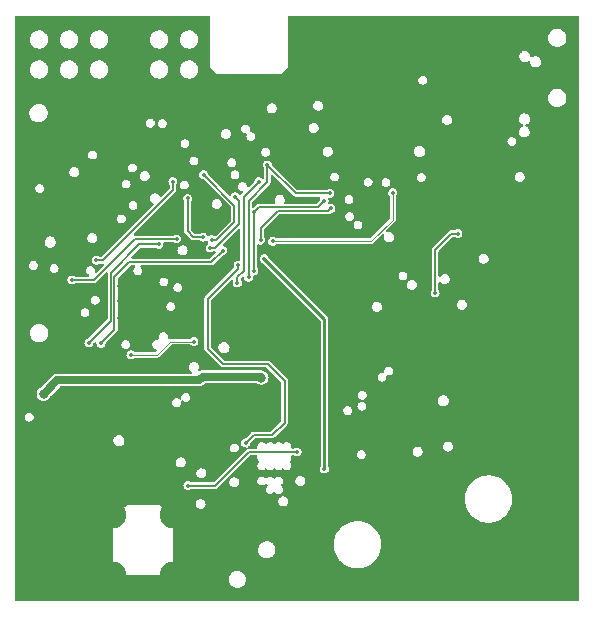
<source format=gbr>
%TF.GenerationSoftware,KiCad,Pcbnew,(6.0.4)*%
%TF.CreationDate,2023-05-30T00:17:29+09:00*%
%TF.ProjectId,RFB,5246422e-6b69-4636-9164-5f7063625858,rev?*%
%TF.SameCoordinates,Original*%
%TF.FileFunction,Copper,L3,Inr*%
%TF.FilePolarity,Positive*%
%FSLAX46Y46*%
G04 Gerber Fmt 4.6, Leading zero omitted, Abs format (unit mm)*
G04 Created by KiCad (PCBNEW (6.0.4)) date 2023-05-30 00:17:29*
%MOMM*%
%LPD*%
G01*
G04 APERTURE LIST*
%TA.AperFunction,ComponentPad*%
%ADD10O,1.700000X1.700000*%
%TD*%
%TA.AperFunction,ComponentPad*%
%ADD11C,2.250000*%
%TD*%
%TA.AperFunction,ComponentPad*%
%ADD12C,2.600000*%
%TD*%
%TA.AperFunction,ComponentPad*%
%ADD13C,0.500000*%
%TD*%
%TA.AperFunction,ComponentPad*%
%ADD14C,1.620000*%
%TD*%
%TA.AperFunction,ViaPad*%
%ADD15C,0.350000*%
%TD*%
%TA.AperFunction,ViaPad*%
%ADD16C,0.800000*%
%TD*%
%TA.AperFunction,ViaPad*%
%ADD17C,0.550000*%
%TD*%
%TA.AperFunction,Conductor*%
%ADD18C,0.160000*%
%TD*%
%TA.AperFunction,Conductor*%
%ADD19C,0.090000*%
%TD*%
%TA.AperFunction,Conductor*%
%ADD20C,0.250000*%
%TD*%
%TA.AperFunction,Conductor*%
%ADD21C,0.670000*%
%TD*%
G04 APERTURE END LIST*
D10*
%TO.N,GND*%
%TO.C,J7*%
X42748200Y-60909200D03*
X42748200Y-58369200D03*
%TD*%
D11*
%TO.N,GND*%
%TO.C,J1*%
X70637400Y-99822000D03*
X75717400Y-94742000D03*
X75717400Y-99822000D03*
X70637400Y-94742000D03*
%TD*%
D12*
%TO.N,GND*%
%TO.C,H1*%
X78663800Y-103759000D03*
%TD*%
D10*
%TO.N,GND*%
%TO.C,J9*%
X35128200Y-85770800D03*
%TD*%
D12*
%TO.N,GND*%
%TO.C,H2*%
X73329800Y-61290200D03*
%TD*%
D13*
%TO.N,GND*%
%TO.C,U8*%
X66594100Y-92342400D03*
X64594100Y-91342400D03*
X66594100Y-90342400D03*
X64594100Y-90342400D03*
X65594100Y-91342400D03*
X65594100Y-90342400D03*
X66594100Y-91342400D03*
X64594100Y-92342400D03*
X65594100Y-92342400D03*
%TD*%
%TO.N,GND*%
%TO.C,U3*%
X63728600Y-80146400D03*
X62728600Y-78146400D03*
X64728600Y-78146400D03*
X63728600Y-79146400D03*
X64728600Y-80146400D03*
X62728600Y-79146400D03*
X64728600Y-79146400D03*
X62728600Y-80146400D03*
X63728600Y-78146400D03*
%TD*%
D10*
%TO.N,GND*%
%TO.C,J6*%
X78994000Y-60756800D03*
%TD*%
D11*
%TO.N,GND*%
%TO.C,J3*%
X41402000Y-98605400D03*
X46482000Y-103685400D03*
X46482000Y-98605400D03*
X41402000Y-103685400D03*
%TD*%
D14*
%TO.N,GND*%
%TO.C,RV1*%
X49406800Y-101574600D03*
%TD*%
D13*
%TO.N,GND*%
%TO.C,IC3*%
X63736200Y-68417900D03*
X63736200Y-67142900D03*
X65011200Y-68417900D03*
X62461200Y-68417900D03*
X63736200Y-69692900D03*
X61186200Y-68417900D03*
X61186200Y-67142900D03*
X62461200Y-69692900D03*
X65011200Y-64592900D03*
X66286200Y-67142900D03*
X63736200Y-64592900D03*
X66286200Y-69692900D03*
X63736200Y-65867900D03*
X61186200Y-64592900D03*
X66286200Y-68417900D03*
X62461200Y-67142900D03*
X66286200Y-64592900D03*
X65011200Y-65867900D03*
X62461200Y-65867900D03*
X66286200Y-65867900D03*
X65011200Y-69692900D03*
X62461200Y-64592900D03*
X61186200Y-69692900D03*
X65011200Y-67142900D03*
X61186200Y-65867900D03*
%TD*%
D12*
%TO.N,GND*%
%TO.C,H3*%
X35306000Y-103733600D03*
%TD*%
D11*
%TO.N,GND*%
%TO.C,J2*%
X64617600Y-98602800D03*
X59537600Y-98602800D03*
X59537600Y-103682800D03*
X64617600Y-103682800D03*
%TD*%
D13*
%TO.N,GND*%
%TO.C,U4*%
X40722800Y-81933800D03*
X41992800Y-79203800D03*
X44722800Y-80473800D03*
X41992800Y-81933800D03*
X43452800Y-81933800D03*
X44722800Y-81933800D03*
X41992800Y-80473800D03*
X43452800Y-80473800D03*
X41992800Y-83203800D03*
X40722800Y-80473800D03*
X43452800Y-79203800D03*
X43422800Y-83203800D03*
%TD*%
D15*
%TO.N,GND*%
X40132000Y-90830400D03*
X42799000Y-94488000D03*
X43535601Y-94488000D03*
X45085000Y-94488000D03*
X44348400Y-94488000D03*
X46532800Y-65227200D03*
X42265600Y-67360800D03*
X43332400Y-67360799D03*
X36931600Y-67360800D03*
X37998400Y-63093600D03*
X39065200Y-63093599D03*
X40132001Y-65227200D03*
X43332400Y-65227200D03*
X44399200Y-64160399D03*
X42265600Y-64160400D03*
X43332400Y-64160399D03*
X42265600Y-63093600D03*
X43332400Y-63093599D03*
X60401200Y-95097600D03*
X60401200Y-96164400D03*
X60325000Y-97155000D03*
X59334400Y-96240600D03*
X58267600Y-104698800D03*
X65735200Y-104698800D03*
X63017400Y-86044989D03*
X62011611Y-85039200D03*
X63503174Y-86552989D03*
X62514506Y-85542095D03*
X56134000Y-69494400D03*
X65582800Y-72694800D03*
X36931600Y-104698801D03*
X36931600Y-105765600D03*
X33731200Y-101498400D03*
X34798000Y-101498400D03*
X35864800Y-101498400D03*
X36931600Y-101498400D03*
X37998400Y-101498400D03*
X36931600Y-64160400D03*
X35864800Y-68427600D03*
X35864800Y-63093600D03*
X36931599Y-63093600D03*
X39065200Y-66294000D03*
X39065200Y-65227200D03*
X39065201Y-67360800D03*
X37998400Y-67360800D03*
X45085000Y-93040200D03*
X45085000Y-93751400D03*
X44348400Y-93751400D03*
X44348400Y-93040200D03*
X42799000Y-93751400D03*
X43535600Y-93751400D03*
X43535600Y-93040200D03*
X50800000Y-102565200D03*
X71069200Y-69494400D03*
X41198800Y-67360800D03*
X70591706Y-83088506D03*
X45796200Y-85064600D03*
X47294800Y-84480400D03*
D16*
%TO.N,/6V*%
X53949600Y-86995000D03*
D15*
%TO.N,GND*%
X50800000Y-62026800D03*
X60198000Y-73406000D03*
X58775600Y-73406000D03*
X59486800Y-73406000D03*
X56133999Y-64160400D03*
X55067200Y-66293999D03*
X55067200Y-67360800D03*
X51003200Y-64287400D03*
X48666400Y-63093599D03*
X49733199Y-63093600D03*
X46532800Y-63093600D03*
X48666400Y-64160399D03*
X48666400Y-65227200D03*
X47599600Y-66293999D03*
X47599600Y-64160399D03*
X45465999Y-64160400D03*
X46532801Y-66294000D03*
X43713400Y-68554600D03*
X44399200Y-67360800D03*
X45466001Y-67360800D03*
X44399200Y-66294000D03*
X40131999Y-66294000D03*
X40132000Y-67360801D03*
X42265600Y-66294000D03*
X41198801Y-66294000D03*
X43332401Y-66294000D03*
X44399200Y-63093599D03*
X42265600Y-65227199D03*
X41198801Y-64160400D03*
X41198800Y-65227199D03*
X41198800Y-63093599D03*
X40132001Y-64160400D03*
X40132000Y-63093599D03*
X34797999Y-63093600D03*
X34798001Y-67360800D03*
X60985400Y-97612200D03*
X69265800Y-98298000D03*
X65354200Y-93929199D03*
X65354200Y-96062800D03*
X65354200Y-94640400D03*
X65354200Y-95351600D03*
X66040000Y-96748600D03*
X67056000Y-97764600D03*
X66548000Y-97256600D03*
X64846200Y-96621600D03*
X64333094Y-97134706D03*
X68300600Y-94472811D03*
X69316600Y-95478600D03*
X67792600Y-93980000D03*
X68808600Y-94975706D03*
X62549989Y-94396611D03*
X61544200Y-95402400D03*
X63220600Y-93802200D03*
X62047094Y-94899506D03*
D17*
X62153800Y-97053400D03*
X63033865Y-97933465D03*
X61273735Y-96173335D03*
X68707000Y-97129600D03*
X67826935Y-98009665D03*
X69587065Y-96249535D03*
D15*
X66801999Y-99542600D03*
X67868800Y-99542600D03*
X68935601Y-99542600D03*
X66801999Y-100609400D03*
X67868800Y-100609400D03*
X68935601Y-100609400D03*
X77470000Y-94030800D03*
X77470000Y-95097600D03*
X77470000Y-96164401D03*
X77470000Y-98298000D03*
X77470000Y-99364801D03*
X78536800Y-101498401D03*
X78536800Y-100431600D03*
X78536800Y-95097600D03*
X78536800Y-96164400D03*
X79603600Y-94030800D03*
X79603600Y-95097600D03*
X79603600Y-96164400D03*
X78536800Y-94030799D03*
X70002400Y-101498400D03*
X68935599Y-101498400D03*
X66801999Y-101498400D03*
X67868799Y-101498400D03*
X71069199Y-101498400D03*
X70002400Y-102565200D03*
X68935599Y-102565200D03*
X66801999Y-102565200D03*
X67868799Y-102565200D03*
X71069199Y-102565200D03*
X70002400Y-103632000D03*
X68935599Y-103632000D03*
X66801999Y-103632000D03*
X67868799Y-103632000D03*
X71069199Y-103632000D03*
X70002400Y-104698800D03*
X68935599Y-104698800D03*
X66801999Y-104698800D03*
X67868799Y-104698800D03*
X71069199Y-104698800D03*
X75336400Y-101498400D03*
X74269599Y-101498400D03*
X72135999Y-101498400D03*
X73202799Y-101498400D03*
X76403199Y-101498400D03*
X75336400Y-102565200D03*
X74269599Y-102565200D03*
X72135999Y-102565200D03*
X73202799Y-102565200D03*
X76403199Y-102565200D03*
X75336400Y-103632000D03*
X74269599Y-103632000D03*
X72135999Y-103632000D03*
X73202799Y-103632000D03*
X76403199Y-103632000D03*
X75336400Y-104698800D03*
X74269599Y-104698800D03*
X72135999Y-104698800D03*
X73202799Y-104698800D03*
X76403199Y-104698800D03*
X73888600Y-94564200D03*
X74244200Y-93954600D03*
X72466200Y-94564200D03*
X72821800Y-93954600D03*
X73533000Y-93954600D03*
X72110600Y-93954600D03*
X73177400Y-94564200D03*
X75895200Y-97967800D03*
X76504800Y-98323400D03*
X75895200Y-96545400D03*
X76504800Y-96901000D03*
X76504800Y-97612200D03*
X76504800Y-96189800D03*
X75895200Y-97256600D03*
X72466200Y-99999800D03*
X72110600Y-100609400D03*
X73888600Y-99999800D03*
X73533000Y-100609400D03*
X72821800Y-100609400D03*
X74244200Y-100609400D03*
X73177400Y-99999800D03*
X61366400Y-103860600D03*
X61010800Y-104470200D03*
X62788800Y-103860600D03*
X62433200Y-104470200D03*
X61722000Y-104470200D03*
X63144400Y-104470200D03*
X62077600Y-103860600D03*
X59359800Y-100431600D03*
X58750200Y-100076000D03*
X59359800Y-101854000D03*
X58750200Y-101498400D03*
X58750200Y-100787200D03*
X58750200Y-102209600D03*
X59359800Y-101142800D03*
X64795400Y-101854000D03*
X65405000Y-102209600D03*
X64795400Y-100431600D03*
X65405000Y-100787200D03*
X65405000Y-101498400D03*
X65405000Y-100076000D03*
X64795400Y-101142800D03*
X74269601Y-105765600D03*
X73202800Y-105765600D03*
X68935600Y-105765600D03*
X70002400Y-105765600D03*
X72136000Y-105765600D03*
X71069200Y-105765600D03*
X74269600Y-84429600D03*
X57200800Y-69494400D03*
X60401200Y-58826400D03*
X60553600Y-90170000D03*
X43332400Y-105765600D03*
X45135800Y-96926400D03*
X59918600Y-93548200D03*
X73075800Y-69138800D03*
X56134000Y-101498400D03*
X57480200Y-74498200D03*
X79603600Y-75895200D03*
X50038000Y-88722200D03*
X67055999Y-57759600D03*
X49225200Y-89890600D03*
X74549000Y-65684400D03*
X77470000Y-56692800D03*
X68259883Y-75402517D03*
X49733201Y-105765600D03*
X76403200Y-82296000D03*
X43992800Y-72593200D03*
X58785683Y-79263317D03*
X43434000Y-96012000D03*
X78536800Y-97231199D03*
X36931600Y-102565201D03*
X34303000Y-89052400D03*
X72847200Y-64846200D03*
X71394295Y-75265306D03*
X66217800Y-85445600D03*
X61391800Y-85674200D03*
X80670400Y-88696800D03*
X71069200Y-72694800D03*
X39065200Y-104698800D03*
X38049200Y-86029800D03*
X71780400Y-64211200D03*
X42443400Y-88392000D03*
X71424800Y-64846200D03*
X79603600Y-88696800D03*
X47599600Y-105765600D03*
X75336400Y-91897199D03*
X80670401Y-81229200D03*
X40741600Y-86487000D03*
X46736000Y-86233000D03*
X58176083Y-92008883D03*
X57200800Y-63093600D03*
X43053000Y-88747600D03*
X77470001Y-87630000D03*
X36042600Y-92430600D03*
X66395600Y-87985600D03*
X68173600Y-59639200D03*
X77470000Y-92964000D03*
X61290200Y-74498200D03*
X63728600Y-84048600D03*
X68173600Y-77927200D03*
X76403200Y-90830400D03*
X67843400Y-88392000D03*
X33731200Y-67360800D03*
X57200800Y-78028800D03*
X48255614Y-88322986D03*
X67056000Y-59893200D03*
X66969589Y-75118011D03*
X60370694Y-75001094D03*
X37998401Y-65227200D03*
X43230800Y-103860600D03*
X74269600Y-81229200D03*
X50038000Y-88011000D03*
X78536800Y-75895200D03*
X51282600Y-82143600D03*
X37998400Y-87909400D03*
X39217600Y-98806000D03*
X67756989Y-75905411D03*
X79603600Y-67360800D03*
X39217600Y-99517200D03*
X74269600Y-79095600D03*
X62306200Y-72390000D03*
X60452000Y-63042800D03*
X80670400Y-85496400D03*
X67005200Y-63042800D03*
X59283600Y-59639200D03*
X33731200Y-65227200D03*
X34315400Y-79679800D03*
X39217600Y-100228400D03*
X47726600Y-83261200D03*
X33502600Y-99517200D03*
X69646800Y-71577201D03*
X41097200Y-85877400D03*
X80670400Y-90830400D03*
X78536800Y-81229200D03*
X66471800Y-77571600D03*
X67843400Y-86969600D03*
X72136000Y-74828400D03*
X71069200Y-92964001D03*
X36931600Y-65227200D03*
X77470000Y-82295999D03*
X37058600Y-98094800D03*
X72135999Y-83362800D03*
X80670400Y-60959999D03*
X47015400Y-82143600D03*
X40132000Y-104698800D03*
X78536800Y-79095600D03*
X46990000Y-87960200D03*
X78536800Y-76962000D03*
X50520600Y-90398600D03*
X58191400Y-74498200D03*
X70901483Y-77784883D03*
X34213800Y-93827600D03*
X45440600Y-89103200D03*
X73939400Y-66040000D03*
X74269600Y-92964000D03*
X60401200Y-59893201D03*
X34925000Y-95250000D03*
X48666400Y-102565200D03*
X79603601Y-87630000D03*
X46050200Y-89458800D03*
X80670400Y-105765600D03*
X42570400Y-97612200D03*
X76403199Y-56692800D03*
X75336400Y-56692800D03*
X51866800Y-90830400D03*
X73863200Y-86791800D03*
X52933599Y-101498400D03*
X69265672Y-74396728D03*
X78536800Y-88696800D03*
X74269600Y-56692800D03*
X80670400Y-79095600D03*
X44500800Y-68884800D03*
X63728600Y-81838800D03*
X67472483Y-74615117D03*
X37998400Y-105765600D03*
X73939400Y-65328800D03*
X59334400Y-105765600D03*
X73837800Y-67589400D03*
X37439600Y-86385400D03*
X34925000Y-99517200D03*
X42875200Y-104470200D03*
X69646800Y-70154800D03*
X51993801Y-82143600D03*
X36347400Y-100228400D03*
X58267600Y-78028800D03*
X56921400Y-73406000D03*
X71069200Y-62026801D03*
X33604200Y-81813401D03*
X33731200Y-87884000D03*
X38887400Y-71932800D03*
X58267600Y-105765600D03*
X57200800Y-101498400D03*
X73202800Y-64211200D03*
X72598177Y-85094977D03*
X34213800Y-97383600D03*
X79603600Y-86563200D03*
X33502600Y-95250000D03*
X43383200Y-91694000D03*
X51866800Y-89077800D03*
X34925000Y-94538800D03*
X41224200Y-89103200D03*
X57200800Y-104698800D03*
X57170294Y-91003094D03*
X46228000Y-75819000D03*
X38481000Y-94538800D03*
X39217600Y-97383600D03*
X46659800Y-101142800D03*
X68478272Y-73609328D03*
X79603600Y-92964000D03*
X55194200Y-83870800D03*
X73106306Y-85603106D03*
X49047400Y-73406000D03*
X80670400Y-104698800D03*
X40614600Y-100787200D03*
X58267599Y-76962000D03*
X80670400Y-70561200D03*
X44831000Y-90170000D03*
X36042600Y-91008200D03*
X71069200Y-57759599D03*
X61264800Y-93700600D03*
X46304200Y-82143600D03*
X35864801Y-72694800D03*
X53060600Y-83870800D03*
X69596000Y-61061600D03*
X73863200Y-90347800D03*
X55194200Y-76809600D03*
X35636200Y-100228400D03*
X64617600Y-73456800D03*
X57200800Y-66294000D03*
X34925000Y-100228400D03*
X58267600Y-94030800D03*
X73329800Y-67106800D03*
X54838600Y-83261200D03*
X75336400Y-85496399D03*
X60883800Y-86182200D03*
X56210200Y-73406000D03*
X69646800Y-72288400D03*
X50469800Y-73406000D03*
X56972200Y-84683600D03*
X50215800Y-74523600D03*
X54000401Y-81229200D03*
X74269601Y-85496400D03*
X37769800Y-95961200D03*
X75336400Y-81229199D03*
X57200800Y-102565200D03*
X34798001Y-69494400D03*
X52933600Y-80162400D03*
X41224200Y-101142800D03*
X51181000Y-73406000D03*
X76403200Y-89763600D03*
X80670400Y-91897200D03*
X77470000Y-97231200D03*
X35737799Y-79679800D03*
X58267600Y-95097599D03*
X79603600Y-73761600D03*
X43942000Y-103860600D03*
X47599600Y-104698801D03*
X46558200Y-96926400D03*
X51003200Y-98221800D03*
X47472600Y-96875600D03*
X77470000Y-83362800D03*
X55549800Y-83261200D03*
X80670400Y-99364800D03*
X48336200Y-73406000D03*
X51866800Y-105765600D03*
X56134000Y-105765600D03*
X76403200Y-91897200D03*
X37058600Y-99517200D03*
X33731200Y-69494400D03*
X60198000Y-79222600D03*
X79603600Y-72694799D03*
X36550601Y-80797400D03*
X52933600Y-105765600D03*
X71592389Y-84089189D03*
X49453800Y-65709800D03*
X44399200Y-96723200D03*
X58267600Y-97231199D03*
X75336400Y-92964000D03*
X69392800Y-76276200D03*
X33731200Y-105765600D03*
X48514000Y-89890600D03*
X65963800Y-76123800D03*
X77470000Y-88696800D03*
X69895694Y-75773306D03*
X79603600Y-71628000D03*
X38074600Y-84099400D03*
X76403200Y-85496400D03*
X51003200Y-77774800D03*
X71069200Y-64211200D03*
X33604200Y-79679800D03*
X49530000Y-68224400D03*
X35636200Y-94538800D03*
X33502600Y-98806000D03*
X59055000Y-66827400D03*
X33604200Y-77901800D03*
X57277000Y-80772000D03*
X79603601Y-76962000D03*
X51714400Y-96799400D03*
X58267600Y-96164400D03*
X49758600Y-73406000D03*
X65735200Y-105765600D03*
X34925000Y-98094800D03*
X41452800Y-95326200D03*
X48437800Y-82143600D03*
X49428400Y-88366600D03*
X68173600Y-58216801D03*
X57200800Y-68427600D03*
X42265600Y-105765600D03*
X40132000Y-87909400D03*
X59334400Y-76962000D03*
X77470000Y-84429600D03*
X34925000Y-98806000D03*
X70205600Y-88341200D03*
X36347400Y-96672401D03*
X52349400Y-87757000D03*
X51257200Y-88722200D03*
X66395600Y-88696800D03*
X66548000Y-87122000D03*
X75336400Y-88696800D03*
X75336400Y-87629999D03*
X52425600Y-97510600D03*
X75336400Y-80162400D03*
X74549000Y-64973200D03*
X79603600Y-98298000D03*
X63632234Y-85120634D03*
X39065200Y-90830400D03*
X76403200Y-83362801D03*
X65716710Y-84946006D03*
X34798000Y-72694800D03*
X74269600Y-72694800D03*
X56133999Y-102565200D03*
X36804600Y-82880201D03*
X46939200Y-80289400D03*
X56667400Y-90500200D03*
X36042600Y-90297000D03*
X56972200Y-83972400D03*
X34925000Y-93827600D03*
X63423800Y-87249000D03*
X50647600Y-89077800D03*
X48666400Y-105765600D03*
X40132000Y-105765600D03*
X55549800Y-82143600D03*
X73202800Y-82296000D03*
X67970400Y-92125800D03*
X45847000Y-96926400D03*
X37058600Y-93827600D03*
X59131200Y-68580000D03*
X57200800Y-65227200D03*
X71089494Y-83586294D03*
X73456800Y-90957400D03*
X44653200Y-103860600D03*
X46050200Y-90170000D03*
X57632600Y-71958200D03*
X59283600Y-58216800D03*
X50571400Y-82143600D03*
X36449000Y-78968600D03*
X79603600Y-99364800D03*
X55067200Y-80162400D03*
X45440600Y-89814400D03*
X76403200Y-71628000D03*
X74269600Y-82296000D03*
X36347400Y-99517200D03*
X68529200Y-72186800D03*
X39217600Y-94538800D03*
X37769800Y-81711800D03*
X52933600Y-63093600D03*
X79603600Y-69494400D03*
X37769800Y-98806000D03*
X34925000Y-97383600D03*
X38658800Y-73787000D03*
X79603600Y-84429600D03*
X35737800Y-78968600D03*
X37058600Y-100228400D03*
X65212011Y-84439811D03*
X34213800Y-98094800D03*
X54127401Y-82143600D03*
X80670400Y-94030800D03*
X80670400Y-69494399D03*
X61569600Y-72618600D03*
X41325800Y-96926400D03*
X37439600Y-85674200D03*
X71948117Y-92466083D03*
X38481000Y-93827600D03*
X79603601Y-70561200D03*
X69895694Y-76779094D03*
X74269600Y-91897200D03*
X34925000Y-95961200D03*
X36347400Y-97383600D03*
X78536800Y-67360799D03*
X60690811Y-87792611D03*
X56134000Y-75895200D03*
X80670401Y-87630000D03*
X38481000Y-98094800D03*
X56261000Y-83261200D03*
X63195200Y-92125800D03*
X44831000Y-88036400D03*
X36804600Y-81813400D03*
X54000400Y-90830400D03*
X77470000Y-76961999D03*
X52933600Y-88696800D03*
X75336400Y-57759601D03*
X78536800Y-86563200D03*
X75336399Y-83362800D03*
X42875200Y-95326200D03*
X33731200Y-86817200D03*
X63855600Y-87833200D03*
X42037000Y-96926400D03*
X57673189Y-91505989D03*
X77470000Y-90830400D03*
X33731200Y-74828400D03*
X70891400Y-75768200D03*
X63728600Y-77216000D03*
X55067199Y-88696800D03*
X54000400Y-79095601D03*
X79603601Y-79095600D03*
X39217600Y-98094800D03*
X40360600Y-76428600D03*
X33731200Y-64160400D03*
X64465200Y-72593200D03*
X74447400Y-68656200D03*
X49860200Y-82143600D03*
X70002400Y-58826400D03*
X77470000Y-80162400D03*
X73202800Y-80162400D03*
X63129339Y-84617739D03*
X80670400Y-96164400D03*
X57200800Y-105765600D03*
X76403200Y-76962000D03*
X56134000Y-80162400D03*
X73863200Y-87503000D03*
X57200800Y-75895200D03*
X33693400Y-88696800D03*
X39065200Y-101498400D03*
X73609200Y-86106000D03*
X59334400Y-78028800D03*
X56134000Y-84429600D03*
X57200800Y-58826400D03*
X72136000Y-64846200D03*
X79603600Y-78028800D03*
X67843400Y-86258399D03*
X36347400Y-94538800D03*
X72136000Y-58826400D03*
X41275000Y-75158600D03*
X69596000Y-58216800D03*
X56134000Y-67360800D03*
X41224200Y-88392000D03*
X73863200Y-89636599D03*
X64439800Y-84302600D03*
X41198800Y-105765600D03*
X57200800Y-100431600D03*
X57099200Y-97510600D03*
X78536800Y-89763600D03*
X76403200Y-81229199D03*
X44297600Y-95326200D03*
X50317400Y-64973200D03*
X46050200Y-88747600D03*
X37769800Y-98094800D03*
X47269400Y-101498400D03*
X67254094Y-76408306D03*
X67818000Y-77317600D03*
X36576000Y-89103200D03*
X79603600Y-83362801D03*
X38760400Y-76276200D03*
X41532816Y-71932800D03*
X64363600Y-88341200D03*
X64465200Y-71882000D03*
X74447400Y-67945000D03*
X54000400Y-103632000D03*
X36804600Y-86080601D03*
X47726600Y-82143600D03*
X54127400Y-84480400D03*
X73202799Y-83362800D03*
X48260000Y-93954600D03*
X80670400Y-56692800D03*
X69646800Y-73710800D03*
X73202799Y-81229200D03*
X55067200Y-104698800D03*
X69596000Y-59639200D03*
X78536800Y-71628000D03*
X76403200Y-79095600D03*
X36347400Y-95250000D03*
X75336400Y-86563201D03*
X75336399Y-79095600D03*
X70002400Y-69367400D03*
X80670400Y-83362800D03*
X49428400Y-89077800D03*
X46304200Y-83261200D03*
X35636200Y-97383600D03*
X46400694Y-91292706D03*
X39065200Y-92964000D03*
X60909200Y-79222600D03*
X37769800Y-100228400D03*
X71780400Y-63500000D03*
X40821616Y-71932800D03*
X80670400Y-97231200D03*
X76403200Y-72694800D03*
X67564001Y-72694800D03*
X56972200Y-85394800D03*
X67462400Y-77927200D03*
X60401200Y-57759600D03*
X57200800Y-98298000D03*
X67716400Y-84048600D03*
X51866800Y-80162400D03*
X33502600Y-94538800D03*
X43281600Y-97612200D03*
X49758600Y-92583000D03*
X80670400Y-101498400D03*
X77470000Y-86563200D03*
X41452800Y-86487000D03*
X37261800Y-80797400D03*
X66751200Y-78359000D03*
X46659800Y-100431600D03*
X37312600Y-74650600D03*
X80670400Y-76962000D03*
X60452000Y-62331600D03*
X80670400Y-100431600D03*
X35636200Y-95250000D03*
X67005200Y-63754000D03*
X45466000Y-105765600D03*
X57200800Y-99364800D03*
X60711106Y-76916306D03*
X42799000Y-93040200D03*
X46837600Y-85521800D03*
X38481000Y-99517200D03*
X36347400Y-98094800D03*
X33731200Y-75895201D03*
X50647600Y-94157800D03*
X47269400Y-100787200D03*
X48260000Y-79197200D03*
X62204600Y-74777600D03*
X54000400Y-88696800D03*
X44297600Y-104470200D03*
X60680600Y-72796400D03*
X34213800Y-98806000D03*
X36347400Y-98806000D03*
X80670401Y-98298000D03*
X45008800Y-95326200D03*
X50800000Y-105765600D03*
X73863200Y-88925400D03*
X51023494Y-90901494D03*
X51866799Y-62026800D03*
X50248858Y-78529142D03*
X56591200Y-89077800D03*
X52933600Y-102565200D03*
X37058600Y-95250000D03*
X67868800Y-105765600D03*
X52425600Y-98221800D03*
X37058600Y-95961200D03*
X51003200Y-97510600D03*
X72451011Y-91963189D03*
X33693400Y-89408000D03*
X80665228Y-102563584D03*
X60208211Y-76413411D03*
X49733200Y-104698800D03*
X37769800Y-93827600D03*
X54000400Y-63093600D03*
X71069199Y-70561200D03*
X39065200Y-103632000D03*
X77470000Y-91897199D03*
X38481000Y-95250000D03*
X34213800Y-99517200D03*
X38074600Y-84810600D03*
X79603600Y-90830400D03*
X59055000Y-63020000D03*
X79603600Y-91897201D03*
X35864800Y-73761600D03*
X78536800Y-83362800D03*
X72364600Y-70358000D03*
X79603600Y-105765600D03*
X75336400Y-78028800D03*
X55067200Y-90830400D03*
X33502600Y-96672401D03*
X43053000Y-89458800D03*
X35636200Y-98094800D03*
X73202800Y-73761600D03*
X50571400Y-83261200D03*
X68173600Y-76708000D03*
X58795894Y-75001094D03*
X77470000Y-105765600D03*
X37058600Y-94538800D03*
X68402200Y-90551000D03*
X56591200Y-88366600D03*
X41224200Y-100431600D03*
X57200799Y-94030800D03*
X78536800Y-82296000D03*
X66979800Y-60785000D03*
X33731200Y-68427600D03*
X67975377Y-74112223D03*
X33502600Y-100228400D03*
X56134000Y-66294000D03*
X74269601Y-83362800D03*
X38481000Y-100228400D03*
X52705000Y-82143600D03*
X73202801Y-74828400D03*
X78536800Y-99364800D03*
X80670400Y-67360799D03*
X49733200Y-103632000D03*
X57200800Y-76962000D03*
X47802800Y-89890600D03*
X55067200Y-81229200D03*
X42164000Y-95326200D03*
X48768000Y-85191600D03*
X80670401Y-71628000D03*
X60477400Y-60782200D03*
X33731200Y-84683599D03*
X42037000Y-96215200D03*
X47269400Y-102209600D03*
X52933601Y-90830400D03*
X61468000Y-105765600D03*
X49758600Y-93294200D03*
X59486800Y-79222600D03*
X46659800Y-101854000D03*
X78536800Y-91897200D03*
X75336400Y-90830400D03*
X38481000Y-95961200D03*
X48666400Y-99364800D03*
X33731200Y-63093600D03*
X74549000Y-66395600D03*
X79603601Y-89763600D03*
X79603600Y-85496399D03*
X73202800Y-92964000D03*
X72491600Y-64211200D03*
X76403199Y-78028800D03*
X57937400Y-69596000D03*
X51282600Y-83261200D03*
X42748200Y-96215200D03*
X71069200Y-59893200D03*
X56972199Y-82143600D03*
X56591200Y-89789000D03*
X57861200Y-58216800D03*
X68762777Y-74899623D03*
X37769800Y-96672400D03*
X61620400Y-79222600D03*
X63844600Y-93319600D03*
X39319200Y-72872600D03*
X79603601Y-81229200D03*
X78536800Y-69494400D03*
X75336400Y-62026800D03*
X73837800Y-68300600D03*
X68402200Y-63347600D03*
X36042600Y-91719400D03*
X40817800Y-70002400D03*
X36931600Y-66294000D03*
X80670400Y-92964000D03*
X66045106Y-86619106D03*
X59705317Y-75910517D03*
X37261801Y-80086200D03*
X34213800Y-95961200D03*
X78536800Y-90830400D03*
X60375800Y-86766400D03*
X41452800Y-84582000D03*
X80670400Y-66294000D03*
X54838600Y-82143600D03*
X54000400Y-104698801D03*
X58267600Y-75895200D03*
X53263800Y-93751400D03*
X52933600Y-89763600D03*
X39217600Y-95961200D03*
X45897800Y-91795600D03*
X77470001Y-79095600D03*
X35636200Y-96672400D03*
X37769800Y-97383600D03*
X66751200Y-76911200D03*
X43053000Y-90170000D03*
X49047400Y-92583000D03*
X56769000Y-74498200D03*
X80670400Y-82296000D03*
X51714400Y-97510600D03*
X45008800Y-104470200D03*
X41224200Y-101854000D03*
X73939400Y-66751200D03*
X56134000Y-104698801D03*
X38481000Y-97383600D03*
X53771800Y-83870800D03*
X56134000Y-76962001D03*
X54483000Y-83870800D03*
X37541200Y-71272400D03*
X72720200Y-69748400D03*
X71729600Y-81864200D03*
X55067200Y-105765600D03*
X80670400Y-63093599D03*
X56133999Y-68427600D03*
X80670400Y-95097600D03*
X76403200Y-87630000D03*
X50800000Y-81229200D03*
X44831000Y-90881200D03*
X37998399Y-92964000D03*
X37769800Y-95250000D03*
X36804600Y-85013801D03*
X75641200Y-63296800D03*
X78536800Y-92964000D03*
X51257200Y-89433400D03*
X43764200Y-74498200D03*
X47447200Y-85166200D03*
X57200800Y-67360800D03*
X66732710Y-85962006D03*
X50647600Y-93040200D03*
X34798000Y-74828401D03*
X33731200Y-71628000D03*
X59867800Y-74498200D03*
X70002400Y-62026800D03*
X34925000Y-96672400D03*
X75336400Y-82296000D03*
X73431400Y-69748400D03*
X78536800Y-98298000D03*
X79603600Y-74828399D03*
X45796200Y-85775800D03*
X38481000Y-96672400D03*
X41833800Y-89458800D03*
X47015400Y-83261200D03*
X55346600Y-74498200D03*
X45135800Y-96215200D03*
X72491600Y-63500000D03*
X78536800Y-80162400D03*
X40821616Y-70971416D03*
X51003200Y-96799400D03*
X34798000Y-68427600D03*
X56591200Y-87655400D03*
X60198000Y-88366600D03*
X73202800Y-84429600D03*
X76403200Y-105765600D03*
X69418200Y-81534000D03*
X79603600Y-80162400D03*
X38481000Y-98806000D03*
X61193706Y-88295506D03*
X74269600Y-80162400D03*
X80670400Y-89763600D03*
X80670400Y-58826400D03*
X33502600Y-95961200D03*
X35636200Y-98806000D03*
X52933600Y-81229200D03*
X41833800Y-88747600D03*
X70398589Y-76276200D03*
X56134000Y-103632000D03*
X52349400Y-83870800D03*
X53060600Y-94462600D03*
X45440600Y-90525600D03*
X79603600Y-97231200D03*
X54000400Y-62026800D03*
X78536800Y-68427600D03*
X40690800Y-73736200D03*
X35636200Y-93827600D03*
X54127400Y-83261200D03*
X39065199Y-87909400D03*
X59893200Y-92506800D03*
X44831000Y-88747600D03*
X57632600Y-70256400D03*
X44450000Y-96012000D03*
X78536800Y-85496400D03*
X61696600Y-88798400D03*
X70713600Y-64846200D03*
X77470000Y-85496401D03*
X76403200Y-92964000D03*
X53416200Y-84480400D03*
X80670400Y-103632000D03*
X48666400Y-103632000D03*
X64114706Y-73959694D03*
X76403200Y-84429600D03*
X42244016Y-71932800D03*
X76403200Y-88696800D03*
X65542211Y-86116211D03*
X61264800Y-75895200D03*
X40386000Y-85877400D03*
X56131601Y-99364451D03*
X39217600Y-96672400D03*
X35915600Y-71704200D03*
X77470000Y-75895200D03*
X52425600Y-96799400D03*
X39217600Y-93827600D03*
X78536800Y-70561200D03*
X68300600Y-70091856D03*
X80670400Y-73761600D03*
X73939400Y-63906400D03*
X42443400Y-89814400D03*
X75336400Y-84429599D03*
X45796200Y-86487000D03*
X33731200Y-66294000D03*
X33731200Y-70561200D03*
X46532800Y-105765600D03*
X42443400Y-89103200D03*
X41833800Y-88036400D03*
X74447400Y-67233800D03*
X60452000Y-63754000D03*
X33731200Y-73761600D03*
X70398589Y-77281989D03*
X76403200Y-73761600D03*
X68427600Y-65278000D03*
X78536800Y-73761599D03*
X56133999Y-100431600D03*
X34213800Y-94538800D03*
X36652200Y-91363800D03*
X72136000Y-73761600D03*
X73863200Y-88214200D03*
X70205600Y-87630000D03*
X44831000Y-89458800D03*
X80670400Y-74828400D03*
X34798000Y-66294000D03*
X43053000Y-88036400D03*
X80670400Y-86563200D03*
X55067200Y-62026800D03*
X73075800Y-70358000D03*
X53416200Y-83261200D03*
X37998401Y-66294000D03*
X78536800Y-74828400D03*
X80670400Y-62026800D03*
X39217600Y-95250000D03*
X60985400Y-77571600D03*
X33502600Y-93827600D03*
X37998400Y-104698801D03*
X48666400Y-104698800D03*
X64668400Y-105765600D03*
X70891400Y-82092800D03*
X78536800Y-105765600D03*
X43586400Y-95326200D03*
X40821616Y-72894184D03*
X58216800Y-92735400D03*
X64236600Y-75844400D03*
X53416201Y-82143600D03*
X68173600Y-61061600D03*
X79603600Y-68427599D03*
X37058600Y-97383600D03*
X42164000Y-86487000D03*
X50799999Y-101498400D03*
X43484800Y-96723200D03*
X64820800Y-88874600D03*
X49403000Y-87655400D03*
X39065200Y-91897201D03*
X80670400Y-80162400D03*
X67005200Y-62331600D03*
X55067200Y-87655400D03*
X48666399Y-100431600D03*
X62809094Y-71887106D03*
X72953906Y-91460294D03*
X58750200Y-70434200D03*
X80670400Y-57759600D03*
X59283600Y-61061600D03*
X48234600Y-74498200D03*
X49530000Y-71272400D03*
X62814200Y-74320400D03*
X80670400Y-65227199D03*
X67055999Y-58826400D03*
X49047400Y-93294200D03*
X33604200Y-80746600D03*
X33502600Y-98094800D03*
X44932600Y-69596000D03*
X49530000Y-69240400D03*
X36931600Y-88112600D03*
X52704999Y-83261200D03*
X56134001Y-81229200D03*
X50017706Y-89895706D03*
X33604201Y-78968600D03*
X80670400Y-75895200D03*
X51993800Y-83261200D03*
X71069200Y-71628000D03*
X69646800Y-72999600D03*
X37058600Y-98806000D03*
X57200800Y-79095600D03*
X33502600Y-97383600D03*
X35636200Y-99517200D03*
X54635400Y-74498200D03*
X61767694Y-76398094D03*
X78536800Y-72694800D03*
X71729600Y-82575400D03*
X45313600Y-97612200D03*
X80670400Y-78028800D03*
X56134000Y-78028800D03*
X75336400Y-89763600D03*
X80670400Y-72694800D03*
X54000399Y-89763600D03*
X51714400Y-98221800D03*
X37769800Y-94538800D03*
X56057800Y-74498200D03*
X77470000Y-78028800D03*
X34798000Y-73761600D03*
X39065199Y-102565200D03*
X78536799Y-87630000D03*
X72136000Y-71628000D03*
X46558200Y-96215200D03*
X55067200Y-103632000D03*
X34213800Y-96672401D03*
X40767000Y-92049600D03*
X49504600Y-74523600D03*
X55067200Y-89763600D03*
X55067200Y-79095600D03*
X66466694Y-75620906D03*
X37769800Y-99517200D03*
X62814200Y-90424000D03*
X34315400Y-78968600D03*
X63881000Y-76504800D03*
X37998400Y-103632000D03*
X77470000Y-89763600D03*
X40614600Y-100076000D03*
X54000400Y-105765600D03*
X38684200Y-84455000D03*
X74269600Y-73761600D03*
X45440600Y-88392000D03*
X56261000Y-82143600D03*
X74549000Y-64262000D03*
X34213800Y-95250000D03*
X68529200Y-71475600D03*
X52933600Y-62026800D03*
X36652200Y-90652600D03*
X68935599Y-62026800D03*
X63195200Y-92837000D03*
X79603600Y-82296000D03*
X34213800Y-100228400D03*
X68529200Y-70764401D03*
X75336400Y-105765600D03*
X43586400Y-104470200D03*
X71404377Y-77281989D03*
X54838600Y-84480400D03*
X43053000Y-90881200D03*
X77470000Y-81229201D03*
X65303400Y-76403200D03*
X42748200Y-96926400D03*
X36652200Y-92075000D03*
X67843400Y-87680800D03*
X61036200Y-92506800D03*
X56972200Y-81432400D03*
X56972200Y-83261200D03*
X44500800Y-91668600D03*
X60985400Y-78282800D03*
X37388800Y-68884800D03*
X72364600Y-69138800D03*
X78536800Y-78028800D03*
X73202800Y-72694801D03*
X80670400Y-59893200D03*
X60401200Y-105765600D03*
X71069200Y-63500000D03*
X36652200Y-89941400D03*
X44602400Y-97612200D03*
X76403200Y-80162400D03*
D17*
X69672200Y-63601600D03*
D15*
X72095283Y-84592083D03*
X48437800Y-83261200D03*
X71069200Y-58826400D03*
X45847000Y-96215200D03*
X80670400Y-68427600D03*
X49860200Y-83261200D03*
X33731200Y-72694800D03*
X76403200Y-86563200D03*
X44399200Y-105765600D03*
X36347400Y-95961200D03*
X38404800Y-78003400D03*
X64947800Y-85725000D03*
X70901483Y-76779094D03*
X74269600Y-71628000D03*
X57632600Y-73406000D03*
X57861200Y-61061600D03*
X39065200Y-105765600D03*
X73939400Y-64617600D03*
X40614600Y-101498400D03*
X62534800Y-105765600D03*
X78536799Y-84429600D03*
X63601600Y-105765600D03*
X80670400Y-64160400D03*
X66802000Y-105765600D03*
X40614600Y-102209600D03*
X69164200Y-77216000D03*
X42697400Y-91516200D03*
X62479100Y-76396900D03*
X64135000Y-85623400D03*
X43053000Y-86487000D03*
X67564000Y-71628000D03*
X54000400Y-80162400D03*
X58282789Y-79766211D03*
X35864800Y-105765600D03*
X80670400Y-84429600D03*
X57861200Y-59639200D03*
X79603600Y-100431601D03*
X51866800Y-81229201D03*
X69646800Y-70866000D03*
X68402200Y-67157600D03*
X35636200Y-95961200D03*
X63611811Y-74462589D03*
X79603600Y-101498400D03*
X36347400Y-93827600D03*
X75641200Y-64109600D03*
X37058600Y-96672401D03*
X59055000Y-64925000D03*
X68529200Y-72898000D03*
X47269400Y-100076000D03*
X57200800Y-103632000D03*
X37998400Y-102565200D03*
%TO.N,/PLL_CE*%
X46456600Y-70408800D03*
X39979600Y-77063600D03*
%TO.N,/PLL_RAMPCLK*%
X40360600Y-84099400D03*
X50673000Y-76250800D03*
%TO.N,/PLL_RAMPDIR*%
X39344600Y-84048600D03*
X45262800Y-75717400D03*
%TO.N,/ADC_RESET*%
X54889400Y-75463400D03*
X65074800Y-71348600D03*
%TO.N,/STM_NRST*%
X46761400Y-75260200D03*
X37896800Y-78740000D03*
%TO.N,VCC*%
X70586600Y-74803000D03*
X68656200Y-79832200D03*
%TO.N,/SPI_SCK*%
X53314600Y-77952600D03*
X53314600Y-72999600D03*
X59258200Y-72034400D03*
%TO.N,/SPI_MOSI*%
X54457600Y-68986400D03*
X52857400Y-78511400D03*
X59740800Y-71399400D03*
%TO.N,/SPI_CS_ADC*%
X59842400Y-72669400D03*
X53873400Y-75361800D03*
%TO.N,/SPI_CS_PLL*%
X42900600Y-85064600D03*
X48234600Y-83947000D03*
%TO.N,/SPI_MISO*%
X53721000Y-70408800D03*
X51917600Y-78994000D03*
%TO.N,/STM_GPA0*%
X47701200Y-71831200D03*
X49022000Y-75107800D03*
%TO.N,/STM_GPA1*%
X49733200Y-75311000D03*
X49047400Y-69824600D03*
%TO.N,Net-(R31-Pad2)*%
X56972200Y-93294200D03*
X47726600Y-96139000D03*
D16*
%TO.N,/6V*%
X35509200Y-88366600D03*
D15*
%TO.N,/PA_DET*%
X59283600Y-94742000D03*
X54178200Y-76936600D03*
%TO.N,Net-(R20-Pad1)*%
X51968400Y-77470000D03*
X52603400Y-92532200D03*
%TO.N,/STM_GPA2*%
X51714400Y-71678800D03*
X49606200Y-76022200D03*
%TD*%
D18*
%TO.N,Net-(R20-Pad1)*%
X53289200Y-91846400D02*
X52603400Y-92532200D01*
X54864000Y-91846400D02*
X53289200Y-91846400D01*
X55905400Y-90805000D02*
X54864000Y-91846400D01*
X54483000Y-85852000D02*
X55905400Y-87274400D01*
X49403000Y-84556600D02*
X50698400Y-85852000D01*
X49403000Y-80340200D02*
X49403000Y-84556600D01*
X50698400Y-85852000D02*
X54483000Y-85852000D01*
X51968400Y-77470000D02*
X51968400Y-77774800D01*
X55905400Y-87274400D02*
X55905400Y-90805000D01*
X51968400Y-77774800D02*
X49403000Y-80340200D01*
%TO.N,/SPI_SCK*%
X53314600Y-72999600D02*
X53314600Y-77952600D01*
%TO.N,/SPI_MOSI*%
X52857400Y-72009000D02*
X54457600Y-70408800D01*
X54457600Y-70408800D02*
X54457600Y-68986400D01*
X52857400Y-78511400D02*
X52857400Y-72009000D01*
%TO.N,/SPI_MISO*%
X52451000Y-77952600D02*
X52451000Y-71678800D01*
D19*
%TO.N,/ADC_RESET*%
X65074800Y-73634600D02*
X65074800Y-71348600D01*
X63246000Y-75463400D02*
X65074800Y-73634600D01*
X54889400Y-75463400D02*
X63246000Y-75463400D01*
D18*
%TO.N,VCC*%
X68656200Y-79832200D02*
X68656200Y-76174600D01*
X70027800Y-74803000D02*
X70586600Y-74803000D01*
X68656200Y-76174600D02*
X70027800Y-74803000D01*
%TO.N,/PLL_RAMPCLK*%
X42773600Y-77216000D02*
X41489279Y-78500321D01*
X41489279Y-78500321D02*
X41489279Y-82970721D01*
X50673000Y-76250800D02*
X49707800Y-77216000D01*
X49707800Y-77216000D02*
X42773600Y-77216000D01*
X41489279Y-82970721D02*
X40360600Y-84099400D01*
D20*
%TO.N,/PA_DET*%
X59283600Y-82042000D02*
X59283600Y-94742000D01*
X54178200Y-76936600D02*
X59283600Y-82042000D01*
D19*
%TO.N,/SPI_CS_PLL*%
X46240700Y-83947000D02*
X48234600Y-83947000D01*
X45123100Y-85064600D02*
X46240700Y-83947000D01*
X42900600Y-85064600D02*
X45123100Y-85064600D01*
D18*
%TO.N,/STM_GPA2*%
X49987200Y-76022200D02*
X49606200Y-76022200D01*
X52044600Y-73964800D02*
X49987200Y-76022200D01*
X51714400Y-71678800D02*
X52044600Y-72009000D01*
X52044600Y-72009000D02*
X52044600Y-73964800D01*
D21*
%TO.N,/6V*%
X36677600Y-87198200D02*
X35509200Y-88366600D01*
X53873400Y-86918800D02*
X48971200Y-86918800D01*
X48691800Y-87198200D02*
X36677600Y-87198200D01*
X53949600Y-86995000D02*
X53873400Y-86918800D01*
X48971200Y-86918800D02*
X48691800Y-87198200D01*
D18*
%TO.N,/PLL_RAMPDIR*%
X41226321Y-82166879D02*
X39344600Y-84048600D01*
X43611800Y-75717400D02*
X41226321Y-78102879D01*
X45262800Y-75717400D02*
X43611800Y-75717400D01*
X41226321Y-78102879D02*
X41226321Y-82166879D01*
%TO.N,/PLL_CE*%
X39979600Y-77063600D02*
X40513000Y-77063600D01*
X40513000Y-77063600D02*
X46456600Y-71120000D01*
X46456600Y-71120000D02*
X46456600Y-70408800D01*
%TO.N,/STM_NRST*%
X37896800Y-78740000D02*
X39751000Y-78740000D01*
X39751000Y-78740000D02*
X43230800Y-75260200D01*
X43230800Y-75260200D02*
X46761400Y-75260200D01*
%TO.N,/SPI_SCK*%
X59258200Y-72034400D02*
X58724800Y-72567800D01*
X58724800Y-72567800D02*
X53746400Y-72567800D01*
X53746400Y-72567800D02*
X53314600Y-72999600D01*
%TO.N,/SPI_MOSI*%
X56870600Y-71399400D02*
X54457600Y-68986400D01*
X59740800Y-71399400D02*
X56870600Y-71399400D01*
%TO.N,/SPI_CS_ADC*%
X59627880Y-72883920D02*
X59842400Y-72669400D01*
X53873400Y-74345800D02*
X55335280Y-72883920D01*
X53873400Y-75361800D02*
X53873400Y-74345800D01*
X55335280Y-72883920D02*
X59627880Y-72883920D01*
%TO.N,/SPI_MISO*%
X51917600Y-78994000D02*
X51917600Y-78486000D01*
X52451000Y-71678800D02*
X53721000Y-70408800D01*
X51917600Y-78486000D02*
X52451000Y-77952600D01*
%TO.N,/STM_GPA0*%
X49022000Y-75107800D02*
X48183800Y-75107800D01*
X48183800Y-75107800D02*
X47701200Y-74625200D01*
X47701200Y-74625200D02*
X47701200Y-71831200D01*
%TO.N,/STM_GPA1*%
X50139600Y-75311000D02*
X51663600Y-73787000D01*
X51663600Y-72440800D02*
X49047400Y-69824600D01*
X51663600Y-73787000D02*
X51663600Y-72440800D01*
X49733200Y-75311000D02*
X50139600Y-75311000D01*
%TO.N,Net-(R31-Pad2)*%
X47726600Y-96139000D02*
X50038000Y-96139000D01*
X52882800Y-93294200D02*
X56972200Y-93294200D01*
X50038000Y-96139000D02*
X52882800Y-93294200D01*
%TD*%
%TA.AperFunction,Conductor*%
%TO.N,GND*%
G36*
X49545086Y-56367936D02*
G01*
X49577204Y-56389396D01*
X49598664Y-56421514D01*
X49606200Y-56459400D01*
X49606200Y-60731400D01*
X50190400Y-61315600D01*
X55626000Y-61315600D01*
X56210200Y-60731400D01*
X56210200Y-59804526D01*
X75774430Y-59804526D01*
X75780134Y-59891546D01*
X75801600Y-59976070D01*
X75838110Y-60055266D01*
X75888441Y-60126483D01*
X75950908Y-60187336D01*
X75954683Y-60189858D01*
X75954685Y-60189860D01*
X75973965Y-60202742D01*
X76023418Y-60235785D01*
X76027585Y-60237575D01*
X76027590Y-60237578D01*
X76099373Y-60268419D01*
X76099379Y-60268421D01*
X76103543Y-60270210D01*
X76188600Y-60289456D01*
X76232170Y-60291168D01*
X76271207Y-60292702D01*
X76271208Y-60292702D01*
X76275740Y-60292880D01*
X76362044Y-60280366D01*
X76366343Y-60278907D01*
X76366346Y-60278906D01*
X76440322Y-60253795D01*
X76444623Y-60252335D01*
X76448581Y-60250118D01*
X76448584Y-60250117D01*
X76510288Y-60215560D01*
X76520711Y-60209723D01*
X76528000Y-60203661D01*
X76529105Y-60202742D01*
X76563053Y-60184313D01*
X76601470Y-60180277D01*
X76638506Y-60191250D01*
X76668525Y-60215560D01*
X76686954Y-60249508D01*
X76691193Y-60272383D01*
X76694534Y-60323346D01*
X76695650Y-60327739D01*
X76695650Y-60327741D01*
X76702712Y-60355547D01*
X76716000Y-60407870D01*
X76752510Y-60487066D01*
X76802841Y-60558283D01*
X76865308Y-60619136D01*
X76937818Y-60667585D01*
X76941985Y-60669375D01*
X76941990Y-60669378D01*
X77013773Y-60700219D01*
X77013779Y-60700221D01*
X77017943Y-60702010D01*
X77103000Y-60721256D01*
X77146570Y-60722968D01*
X77185607Y-60724502D01*
X77185608Y-60724502D01*
X77190140Y-60724680D01*
X77276444Y-60712166D01*
X77280743Y-60710707D01*
X77280746Y-60710706D01*
X77354722Y-60685595D01*
X77359023Y-60684135D01*
X77362981Y-60681918D01*
X77362984Y-60681917D01*
X77397067Y-60662829D01*
X77435111Y-60641523D01*
X77502160Y-60585760D01*
X77557923Y-60518711D01*
X77600535Y-60442623D01*
X77616461Y-60395706D01*
X77627106Y-60364346D01*
X77627107Y-60364343D01*
X77628566Y-60360044D01*
X77634196Y-60321214D01*
X77640660Y-60276639D01*
X77640661Y-60276633D01*
X77641080Y-60273740D01*
X77641173Y-60270210D01*
X77641657Y-60251713D01*
X77641657Y-60251708D01*
X77641733Y-60248800D01*
X77640306Y-60233263D01*
X77637276Y-60200302D01*
X77633753Y-60161959D01*
X77610082Y-60078026D01*
X77571511Y-59999812D01*
X77519333Y-59929937D01*
X77455295Y-59870741D01*
X77409648Y-59841940D01*
X77385379Y-59826627D01*
X77385374Y-59826625D01*
X77381541Y-59824206D01*
X77367710Y-59818688D01*
X77304758Y-59793572D01*
X77304752Y-59793570D01*
X77300543Y-59791891D01*
X77296100Y-59791007D01*
X77296096Y-59791006D01*
X77219461Y-59775762D01*
X77219459Y-59775762D01*
X77215011Y-59774877D01*
X77173398Y-59774332D01*
X77132352Y-59773795D01*
X77132348Y-59773795D01*
X77127812Y-59773736D01*
X77123339Y-59774505D01*
X77123334Y-59774505D01*
X77083403Y-59781367D01*
X77041864Y-59788504D01*
X77010646Y-59800021D01*
X76964623Y-59817000D01*
X76960047Y-59818688D01*
X76921956Y-59841350D01*
X76888996Y-59860959D01*
X76888991Y-59860963D01*
X76885101Y-59863277D01*
X76881941Y-59866048D01*
X76847003Y-59882155D01*
X76808404Y-59883671D01*
X76772164Y-59870301D01*
X76743799Y-59844080D01*
X76727627Y-59809001D01*
X76725307Y-59794950D01*
X76719768Y-59734679D01*
X76719353Y-59730159D01*
X76715902Y-59717923D01*
X76696916Y-59650601D01*
X76696915Y-59650600D01*
X76695682Y-59646226D01*
X76657111Y-59568012D01*
X76604933Y-59498137D01*
X76540895Y-59438941D01*
X76501233Y-59413916D01*
X76470979Y-59394827D01*
X76470974Y-59394825D01*
X76467141Y-59392406D01*
X76453310Y-59386888D01*
X76390358Y-59361772D01*
X76390352Y-59361770D01*
X76386143Y-59360091D01*
X76381700Y-59359207D01*
X76381696Y-59359206D01*
X76305061Y-59343962D01*
X76305059Y-59343962D01*
X76300611Y-59343077D01*
X76258998Y-59342532D01*
X76217952Y-59341995D01*
X76217948Y-59341995D01*
X76213412Y-59341936D01*
X76208939Y-59342705D01*
X76208934Y-59342705D01*
X76169003Y-59349567D01*
X76127464Y-59356704D01*
X76045647Y-59386888D01*
X76007556Y-59409550D01*
X75974596Y-59429159D01*
X75974591Y-59429163D01*
X75970701Y-59431477D01*
X75905135Y-59488976D01*
X75851146Y-59557462D01*
X75810541Y-59634639D01*
X75784680Y-59717923D01*
X75774430Y-59804526D01*
X56210200Y-59804526D01*
X56210200Y-58204604D01*
X78217618Y-58204604D01*
X78219804Y-58244316D01*
X78221132Y-58268447D01*
X78223645Y-58314118D01*
X78224328Y-58317550D01*
X78224328Y-58317553D01*
X78229128Y-58341684D01*
X78245042Y-58421692D01*
X78281384Y-58525177D01*
X78331944Y-58622509D01*
X78333978Y-58625355D01*
X78393675Y-58708895D01*
X78393680Y-58708901D01*
X78395713Y-58711746D01*
X78398128Y-58714277D01*
X78398130Y-58714280D01*
X78469013Y-58788583D01*
X78471421Y-58791107D01*
X78557555Y-58859010D01*
X78652397Y-58914099D01*
X78655644Y-58915414D01*
X78750810Y-58953960D01*
X78750814Y-58953961D01*
X78754055Y-58955274D01*
X78860501Y-58981716D01*
X78863982Y-58982073D01*
X78863984Y-58982073D01*
X78890543Y-58984794D01*
X78954043Y-58991300D01*
X79021938Y-58991300D01*
X79103407Y-58985532D01*
X79210630Y-58962447D01*
X79213906Y-58961239D01*
X79213911Y-58961237D01*
X79310244Y-58925698D01*
X79313532Y-58924485D01*
X79316616Y-58922821D01*
X79406980Y-58874063D01*
X79406982Y-58874062D01*
X79410058Y-58872402D01*
X79412868Y-58870327D01*
X79412872Y-58870324D01*
X79495469Y-58809317D01*
X79495472Y-58809315D01*
X79498282Y-58807239D01*
X79576445Y-58730294D01*
X79588667Y-58714280D01*
X79640863Y-58645886D01*
X79640864Y-58645885D01*
X79642986Y-58643104D01*
X79644694Y-58640054D01*
X79644698Y-58640048D01*
X79694865Y-58550467D01*
X79694866Y-58550466D01*
X79696578Y-58547408D01*
X79736152Y-58445116D01*
X79741582Y-58421692D01*
X79760126Y-58341684D01*
X79760918Y-58338268D01*
X79770382Y-58228996D01*
X79764355Y-58119482D01*
X79759552Y-58095332D01*
X79748916Y-58041862D01*
X79742958Y-58011908D01*
X79706616Y-57908423D01*
X79656056Y-57811091D01*
X79631468Y-57776683D01*
X79594325Y-57724705D01*
X79594320Y-57724699D01*
X79592287Y-57721854D01*
X79586394Y-57715676D01*
X79518987Y-57645017D01*
X79518986Y-57645016D01*
X79516579Y-57642493D01*
X79430445Y-57574590D01*
X79335603Y-57519501D01*
X79303440Y-57506474D01*
X79237190Y-57479640D01*
X79237186Y-57479639D01*
X79233945Y-57478326D01*
X79127499Y-57451884D01*
X79124018Y-57451527D01*
X79124016Y-57451527D01*
X79087843Y-57447821D01*
X79033957Y-57442300D01*
X78966062Y-57442300D01*
X78884593Y-57448068D01*
X78777370Y-57471153D01*
X78774094Y-57472361D01*
X78774089Y-57472363D01*
X78677756Y-57507902D01*
X78674468Y-57509115D01*
X78671385Y-57510779D01*
X78671384Y-57510779D01*
X78655220Y-57519501D01*
X78577942Y-57561198D01*
X78575132Y-57563273D01*
X78575128Y-57563276D01*
X78492531Y-57624283D01*
X78489718Y-57626361D01*
X78411555Y-57703306D01*
X78409432Y-57706087D01*
X78409430Y-57706090D01*
X78395224Y-57724705D01*
X78345014Y-57790496D01*
X78343306Y-57793546D01*
X78343302Y-57793552D01*
X78296511Y-57877105D01*
X78291422Y-57886192D01*
X78251848Y-57988484D01*
X78251059Y-57991890D01*
X78251057Y-57991895D01*
X78240943Y-58035533D01*
X78227082Y-58095332D01*
X78217618Y-58204604D01*
X56210200Y-58204604D01*
X56210200Y-56459400D01*
X56217736Y-56421514D01*
X56239196Y-56389396D01*
X56271314Y-56367936D01*
X56309200Y-56360400D01*
X80751400Y-56360400D01*
X80789286Y-56367936D01*
X80821404Y-56389396D01*
X80842864Y-56421514D01*
X80850400Y-56459400D01*
X80850400Y-105846600D01*
X80842864Y-105884486D01*
X80821404Y-105916604D01*
X80789286Y-105938064D01*
X80751400Y-105945600D01*
X33193000Y-105945600D01*
X33155114Y-105938064D01*
X33122996Y-105916604D01*
X33101536Y-105884486D01*
X33094000Y-105846600D01*
X33094000Y-104118954D01*
X51181623Y-104118954D01*
X51182117Y-104122582D01*
X51182117Y-104122586D01*
X51184697Y-104141540D01*
X51196144Y-104225654D01*
X51197172Y-104229180D01*
X51197172Y-104229181D01*
X51201552Y-104244206D01*
X51226278Y-104329037D01*
X51227816Y-104332373D01*
X51227817Y-104332376D01*
X51244412Y-104368373D01*
X51271361Y-104426830D01*
X51330403Y-104516885D01*
X51402108Y-104597223D01*
X51404930Y-104599570D01*
X51404931Y-104599571D01*
X51420510Y-104612528D01*
X51484901Y-104666081D01*
X51488040Y-104667986D01*
X51488043Y-104667988D01*
X51502766Y-104676922D01*
X51576961Y-104721945D01*
X51676268Y-104763587D01*
X51679830Y-104764492D01*
X51679831Y-104764492D01*
X51777078Y-104789190D01*
X51777083Y-104789191D01*
X51780639Y-104790094D01*
X51870075Y-104799100D01*
X51934145Y-104799100D01*
X51964317Y-104796858D01*
X52010521Y-104793425D01*
X52010528Y-104793424D01*
X52014188Y-104793152D01*
X52119217Y-104769386D01*
X52122634Y-104768057D01*
X52122638Y-104768056D01*
X52216160Y-104731687D01*
X52219580Y-104730357D01*
X52313072Y-104676922D01*
X52329808Y-104663729D01*
X52394756Y-104612528D01*
X52397638Y-104610256D01*
X52400151Y-104607584D01*
X52400157Y-104607579D01*
X52468899Y-104534502D01*
X52471421Y-104531821D01*
X52532801Y-104443343D01*
X52580429Y-104346764D01*
X52585035Y-104332376D01*
X52612139Y-104247703D01*
X52612140Y-104247698D01*
X52613258Y-104244206D01*
X52615705Y-104229181D01*
X52629978Y-104141540D01*
X52629978Y-104141535D01*
X52630567Y-104137921D01*
X52631977Y-104030246D01*
X52629396Y-104011279D01*
X52617952Y-103927187D01*
X52617951Y-103927181D01*
X52617456Y-103923546D01*
X52613104Y-103908615D01*
X52588350Y-103823689D01*
X52588349Y-103823686D01*
X52587322Y-103820163D01*
X52577630Y-103799138D01*
X52543776Y-103725705D01*
X52542239Y-103722370D01*
X52483197Y-103632315D01*
X52411492Y-103551977D01*
X52395822Y-103538944D01*
X52331527Y-103485471D01*
X52328699Y-103483119D01*
X52325560Y-103481214D01*
X52325557Y-103481212D01*
X52239783Y-103429163D01*
X52236639Y-103427255D01*
X52137332Y-103385613D01*
X52133769Y-103384708D01*
X52036522Y-103360010D01*
X52036517Y-103360009D01*
X52032961Y-103359106D01*
X51943525Y-103350100D01*
X51879455Y-103350100D01*
X51849283Y-103352342D01*
X51803079Y-103355775D01*
X51803072Y-103355776D01*
X51799412Y-103356048D01*
X51694383Y-103379814D01*
X51690966Y-103381143D01*
X51690962Y-103381144D01*
X51597440Y-103417513D01*
X51594020Y-103418843D01*
X51500528Y-103472278D01*
X51497649Y-103474548D01*
X51497647Y-103474549D01*
X51418844Y-103536672D01*
X51415962Y-103538944D01*
X51413449Y-103541616D01*
X51413443Y-103541621D01*
X51401127Y-103554714D01*
X51342179Y-103617379D01*
X51280799Y-103705857D01*
X51233171Y-103802436D01*
X51232052Y-103805933D01*
X51232050Y-103805937D01*
X51227497Y-103820163D01*
X51200342Y-103904994D01*
X51199753Y-103908611D01*
X51199752Y-103908615D01*
X51196728Y-103927187D01*
X51183033Y-104011279D01*
X51181623Y-104118954D01*
X33094000Y-104118954D01*
X33094000Y-103682800D01*
X41402000Y-103682800D01*
X46482000Y-103682800D01*
X46482000Y-101618954D01*
X53681623Y-101618954D01*
X53682117Y-101622582D01*
X53682117Y-101622586D01*
X53684697Y-101641540D01*
X53696144Y-101725654D01*
X53697172Y-101729180D01*
X53697172Y-101729181D01*
X53701552Y-101744206D01*
X53726278Y-101829037D01*
X53727816Y-101832373D01*
X53727817Y-101832376D01*
X53744412Y-101868373D01*
X53771361Y-101926830D01*
X53830403Y-102016885D01*
X53902108Y-102097223D01*
X53904930Y-102099570D01*
X53904931Y-102099571D01*
X53920510Y-102112528D01*
X53984901Y-102166081D01*
X53988040Y-102167986D01*
X53988043Y-102167988D01*
X54002766Y-102176922D01*
X54076961Y-102221945D01*
X54176268Y-102263587D01*
X54179830Y-102264492D01*
X54179831Y-102264492D01*
X54277078Y-102289190D01*
X54277083Y-102289191D01*
X54280639Y-102290094D01*
X54370075Y-102299100D01*
X54434145Y-102299100D01*
X54464317Y-102296858D01*
X54510521Y-102293425D01*
X54510528Y-102293424D01*
X54514188Y-102293152D01*
X54619217Y-102269386D01*
X54622634Y-102268057D01*
X54622638Y-102268056D01*
X54716160Y-102231687D01*
X54719580Y-102230357D01*
X54813072Y-102176922D01*
X54829808Y-102163729D01*
X54894756Y-102112528D01*
X54897638Y-102110256D01*
X54900151Y-102107584D01*
X54900157Y-102107579D01*
X54968899Y-102034502D01*
X54971421Y-102031821D01*
X55032801Y-101943343D01*
X55080429Y-101846764D01*
X55085035Y-101832376D01*
X55112139Y-101747703D01*
X55112140Y-101747698D01*
X55113258Y-101744206D01*
X55115705Y-101729181D01*
X55129978Y-101641540D01*
X55129978Y-101641535D01*
X55130567Y-101637921D01*
X55131977Y-101530246D01*
X55129396Y-101511279D01*
X55117952Y-101427187D01*
X55117951Y-101427181D01*
X55117456Y-101423546D01*
X55113104Y-101408615D01*
X55088350Y-101323689D01*
X55088349Y-101323686D01*
X55087322Y-101320163D01*
X55077630Y-101299138D01*
X55054664Y-101249322D01*
X55042239Y-101222370D01*
X54983197Y-101132315D01*
X54945780Y-101090393D01*
X60076270Y-101090393D01*
X60076310Y-101092587D01*
X60076310Y-101092595D01*
X60078447Y-101209152D01*
X60079535Y-101268508D01*
X60079771Y-101270703D01*
X60079772Y-101270711D01*
X60096240Y-101423546D01*
X60098619Y-101445627D01*
X60133374Y-101620348D01*
X60139591Y-101641540D01*
X60178299Y-101773483D01*
X60183522Y-101791288D01*
X60248667Y-101957093D01*
X60328294Y-102116451D01*
X60329447Y-102118321D01*
X60418113Y-102262165D01*
X60421771Y-102268100D01*
X60528360Y-102410839D01*
X60529826Y-102412476D01*
X60529827Y-102412477D01*
X60635086Y-102529996D01*
X60647214Y-102543537D01*
X60648811Y-102545028D01*
X60648817Y-102545035D01*
X60748108Y-102637787D01*
X60777395Y-102665145D01*
X60917870Y-102774699D01*
X60919711Y-102775888D01*
X60919717Y-102775892D01*
X61021215Y-102841428D01*
X61067528Y-102871332D01*
X61225183Y-102954278D01*
X61227225Y-102955130D01*
X61227229Y-102955132D01*
X61369971Y-103014696D01*
X61389588Y-103022882D01*
X61391672Y-103023541D01*
X61391680Y-103023544D01*
X61481444Y-103051932D01*
X61559440Y-103076599D01*
X61561592Y-103077074D01*
X61561599Y-103077076D01*
X61648105Y-103096175D01*
X61733395Y-103115005D01*
X61910076Y-103137795D01*
X61973528Y-103140288D01*
X62085880Y-103144703D01*
X62085892Y-103144703D01*
X62088082Y-103144789D01*
X62090270Y-103144680D01*
X62090281Y-103144680D01*
X62181812Y-103140123D01*
X62266006Y-103135931D01*
X62268176Y-103135628D01*
X62268186Y-103135627D01*
X62440255Y-103111597D01*
X62440258Y-103111596D01*
X62442438Y-103111292D01*
X62552763Y-103085720D01*
X62613839Y-103071564D01*
X62613845Y-103071562D01*
X62615982Y-103071067D01*
X62785262Y-103015574D01*
X62787296Y-103014700D01*
X62787307Y-103014696D01*
X62867101Y-102980413D01*
X62948940Y-102945253D01*
X62950888Y-102944202D01*
X62950894Y-102944199D01*
X63040264Y-102895977D01*
X63105718Y-102860660D01*
X63254355Y-102762465D01*
X63393676Y-102651446D01*
X63522576Y-102528482D01*
X63625746Y-102410839D01*
X63638576Y-102396209D01*
X63638580Y-102396204D01*
X63640034Y-102394546D01*
X63733785Y-102266217D01*
X63743818Y-102252484D01*
X63743818Y-102252483D01*
X63745122Y-102250699D01*
X63837006Y-102098079D01*
X63878011Y-102013819D01*
X63913998Y-101939872D01*
X63914003Y-101939861D01*
X63914959Y-101937896D01*
X63978365Y-101771418D01*
X64026721Y-101599962D01*
X64059643Y-101424887D01*
X64076872Y-101247577D01*
X64079616Y-101142800D01*
X64074991Y-101038944D01*
X64071788Y-100967029D01*
X64071788Y-100967026D01*
X64071690Y-100964832D01*
X64047975Y-100788274D01*
X64008659Y-100614522D01*
X63993127Y-100566288D01*
X63954726Y-100447038D01*
X63954722Y-100447026D01*
X63954054Y-100444953D01*
X63953199Y-100442933D01*
X63885445Y-100282928D01*
X63885441Y-100282919D01*
X63884590Y-100280910D01*
X63800819Y-100123691D01*
X63703404Y-99974541D01*
X63671606Y-99934205D01*
X63594479Y-99836369D01*
X63594470Y-99836359D01*
X63593116Y-99834641D01*
X63470829Y-99705100D01*
X63337509Y-99586941D01*
X63194215Y-99481102D01*
X63192352Y-99479967D01*
X63192343Y-99479961D01*
X63043965Y-99389569D01*
X63043966Y-99389569D01*
X63042079Y-99388420D01*
X62882306Y-99309629D01*
X62827565Y-99288451D01*
X62718210Y-99246144D01*
X62718204Y-99246142D01*
X62716162Y-99245352D01*
X62645928Y-99225147D01*
X62547069Y-99196706D01*
X62547060Y-99196704D01*
X62544961Y-99196100D01*
X62542822Y-99195686D01*
X62542813Y-99195684D01*
X62431417Y-99174132D01*
X62370061Y-99162261D01*
X62192844Y-99144104D01*
X62190659Y-99144075D01*
X62190652Y-99144075D01*
X62101863Y-99142913D01*
X62014715Y-99141772D01*
X61906257Y-99150022D01*
X61839276Y-99155117D01*
X61839270Y-99155118D01*
X61837084Y-99155284D01*
X61661357Y-99184533D01*
X61659239Y-99185083D01*
X61659233Y-99185084D01*
X61616791Y-99196100D01*
X61488927Y-99229287D01*
X61486853Y-99230027D01*
X61486845Y-99230030D01*
X61323232Y-99288451D01*
X61321157Y-99289192D01*
X61319155Y-99290115D01*
X61319150Y-99290117D01*
X61274691Y-99310613D01*
X61159376Y-99363774D01*
X61157469Y-99364868D01*
X61157460Y-99364873D01*
X61114426Y-99389569D01*
X61004866Y-99452442D01*
X60858850Y-99554494D01*
X60722483Y-99669122D01*
X60596847Y-99795418D01*
X60482934Y-99932383D01*
X60381648Y-100078932D01*
X60293791Y-100233904D01*
X60220057Y-100396072D01*
X60161031Y-100564154D01*
X60117180Y-100736817D01*
X60088852Y-100912694D01*
X60088697Y-100914883D01*
X60083866Y-100983119D01*
X60076270Y-101090393D01*
X54945780Y-101090393D01*
X54911492Y-101051977D01*
X54895822Y-101038944D01*
X54831527Y-100985471D01*
X54828699Y-100983119D01*
X54825560Y-100981214D01*
X54825557Y-100981212D01*
X54739783Y-100929163D01*
X54736639Y-100927255D01*
X54637332Y-100885613D01*
X54633769Y-100884708D01*
X54536522Y-100860010D01*
X54536517Y-100860009D01*
X54532961Y-100859106D01*
X54443525Y-100850100D01*
X54379455Y-100850100D01*
X54349283Y-100852342D01*
X54303079Y-100855775D01*
X54303072Y-100855776D01*
X54299412Y-100856048D01*
X54194383Y-100879814D01*
X54190966Y-100881143D01*
X54190962Y-100881144D01*
X54115417Y-100910522D01*
X54094020Y-100918843D01*
X54000528Y-100972278D01*
X53997649Y-100974548D01*
X53997647Y-100974549D01*
X53918844Y-101036672D01*
X53915962Y-101038944D01*
X53913449Y-101041616D01*
X53913443Y-101041621D01*
X53867564Y-101090393D01*
X53842179Y-101117379D01*
X53780799Y-101205857D01*
X53733171Y-101302436D01*
X53732052Y-101305933D01*
X53732050Y-101305937D01*
X53727497Y-101320163D01*
X53700342Y-101404994D01*
X53699753Y-101408611D01*
X53699752Y-101408615D01*
X53693725Y-101445627D01*
X53683033Y-101511279D01*
X53681623Y-101618954D01*
X46482000Y-101618954D01*
X46482000Y-98602800D01*
X45262800Y-97790000D01*
X42621200Y-97790000D01*
X42617052Y-97792765D01*
X42617053Y-97792765D01*
X41410113Y-98597391D01*
X41410112Y-98597392D01*
X41402000Y-98602800D01*
X41402000Y-103682800D01*
X33094000Y-103682800D01*
X33094000Y-97682444D01*
X48366888Y-97682444D01*
X48369728Y-97716268D01*
X48373363Y-97759548D01*
X48373854Y-97765401D01*
X48396800Y-97845425D01*
X48434853Y-97919468D01*
X48486563Y-97984709D01*
X48490250Y-97987847D01*
X48490252Y-97987849D01*
X48501355Y-97997298D01*
X48549960Y-98038664D01*
X48554183Y-98041024D01*
X48554187Y-98041027D01*
X48604805Y-98069316D01*
X48622630Y-98079278D01*
X48660652Y-98091632D01*
X48697205Y-98103509D01*
X48697208Y-98103510D01*
X48701804Y-98105003D01*
X48706600Y-98105575D01*
X48706605Y-98105576D01*
X48747934Y-98110504D01*
X48784467Y-98114860D01*
X48789290Y-98114489D01*
X48789292Y-98114489D01*
X48816494Y-98112396D01*
X48867470Y-98108474D01*
X48872129Y-98107173D01*
X48872130Y-98107173D01*
X48942986Y-98087389D01*
X48942988Y-98087388D01*
X48947652Y-98086086D01*
X48961130Y-98079278D01*
X49017638Y-98050734D01*
X49017640Y-98050732D01*
X49021959Y-98048551D01*
X49025776Y-98045569D01*
X49083744Y-98000280D01*
X49083748Y-98000277D01*
X49087560Y-97997298D01*
X49095717Y-97987849D01*
X49138792Y-97937945D01*
X49141956Y-97934280D01*
X49183076Y-97861895D01*
X49209354Y-97782902D01*
X49219788Y-97700310D01*
X49219954Y-97688400D01*
X49219684Y-97685651D01*
X49219684Y-97685641D01*
X49212303Y-97610369D01*
X49212302Y-97610365D01*
X49211830Y-97605549D01*
X49202575Y-97574894D01*
X49189169Y-97530489D01*
X49189168Y-97530486D01*
X49187769Y-97525853D01*
X49164686Y-97482441D01*
X49162986Y-97479244D01*
X55377288Y-97479244D01*
X55377693Y-97484064D01*
X55381129Y-97524980D01*
X55384254Y-97562201D01*
X55407200Y-97642225D01*
X55445253Y-97716268D01*
X55471108Y-97748888D01*
X55487881Y-97770050D01*
X55496963Y-97781509D01*
X55500650Y-97784647D01*
X55500652Y-97784649D01*
X55515259Y-97797080D01*
X55560360Y-97835464D01*
X55564583Y-97837824D01*
X55564587Y-97837827D01*
X55615191Y-97866108D01*
X55633030Y-97876078D01*
X55671052Y-97888432D01*
X55707605Y-97900309D01*
X55707608Y-97900310D01*
X55712204Y-97901803D01*
X55717000Y-97902375D01*
X55717005Y-97902376D01*
X55758334Y-97907304D01*
X55794867Y-97911660D01*
X55799690Y-97911289D01*
X55799692Y-97911289D01*
X55826894Y-97909196D01*
X55877870Y-97905274D01*
X55882529Y-97903973D01*
X55882530Y-97903973D01*
X55953386Y-97884189D01*
X55953388Y-97884188D01*
X55958052Y-97882886D01*
X55991267Y-97866108D01*
X56028038Y-97847534D01*
X56028040Y-97847532D01*
X56032359Y-97845351D01*
X56038226Y-97840767D01*
X56094144Y-97797080D01*
X56094148Y-97797077D01*
X56097960Y-97794098D01*
X56101498Y-97790000D01*
X56143543Y-97741290D01*
X56152356Y-97731080D01*
X56193476Y-97658695D01*
X56219754Y-97579702D01*
X56230188Y-97497110D01*
X56230354Y-97485200D01*
X56230084Y-97482451D01*
X56230084Y-97482441D01*
X56222703Y-97407169D01*
X56222702Y-97407165D01*
X56222230Y-97402349D01*
X56218981Y-97391588D01*
X56199569Y-97327289D01*
X56199568Y-97327286D01*
X56198169Y-97322653D01*
X56170581Y-97270768D01*
X56161359Y-97253423D01*
X56161357Y-97253420D01*
X56159086Y-97249149D01*
X56143137Y-97229593D01*
X71176070Y-97229593D01*
X71176110Y-97231787D01*
X71176110Y-97231795D01*
X71179294Y-97405491D01*
X71179335Y-97407708D01*
X71179571Y-97409903D01*
X71179572Y-97409911D01*
X71195981Y-97562201D01*
X71198419Y-97584827D01*
X71198848Y-97586984D01*
X71198849Y-97586990D01*
X71202541Y-97605549D01*
X71233174Y-97759548D01*
X71258986Y-97847534D01*
X71278099Y-97912683D01*
X71283322Y-97930488D01*
X71348467Y-98096293D01*
X71349449Y-98098258D01*
X71349452Y-98098265D01*
X71354739Y-98108845D01*
X71428094Y-98255651D01*
X71429247Y-98257521D01*
X71509679Y-98388007D01*
X71521571Y-98407300D01*
X71628160Y-98550039D01*
X71629626Y-98551676D01*
X71629627Y-98551677D01*
X71734886Y-98669196D01*
X71747014Y-98682737D01*
X71748611Y-98684228D01*
X71748617Y-98684235D01*
X71847908Y-98776987D01*
X71877195Y-98804345D01*
X72017670Y-98913899D01*
X72019511Y-98915088D01*
X72019517Y-98915092D01*
X72121015Y-98980628D01*
X72167328Y-99010532D01*
X72324983Y-99093478D01*
X72327025Y-99094330D01*
X72327029Y-99094332D01*
X72487358Y-99161235D01*
X72489388Y-99162082D01*
X72491472Y-99162741D01*
X72491480Y-99162744D01*
X72562120Y-99185084D01*
X72659240Y-99215799D01*
X72661392Y-99216274D01*
X72661399Y-99216276D01*
X72720332Y-99229287D01*
X72833195Y-99254205D01*
X73009876Y-99276995D01*
X73073328Y-99279488D01*
X73185680Y-99283903D01*
X73185692Y-99283903D01*
X73187882Y-99283989D01*
X73190070Y-99283880D01*
X73190081Y-99283880D01*
X73281612Y-99279323D01*
X73365806Y-99275131D01*
X73367976Y-99274828D01*
X73367986Y-99274827D01*
X73540055Y-99250797D01*
X73540058Y-99250796D01*
X73542238Y-99250492D01*
X73652563Y-99224920D01*
X73713639Y-99210764D01*
X73713645Y-99210762D01*
X73715782Y-99210267D01*
X73757150Y-99196706D01*
X73882951Y-99155466D01*
X73885062Y-99154774D01*
X73887096Y-99153900D01*
X73887107Y-99153896D01*
X73966901Y-99119614D01*
X74048740Y-99084453D01*
X74050688Y-99083402D01*
X74050694Y-99083399D01*
X74140064Y-99035177D01*
X74205518Y-98999860D01*
X74354155Y-98901665D01*
X74493476Y-98790646D01*
X74622376Y-98667682D01*
X74679276Y-98602800D01*
X74738376Y-98535409D01*
X74738380Y-98535404D01*
X74739834Y-98533746D01*
X74844922Y-98389899D01*
X74936806Y-98237279D01*
X74973157Y-98162582D01*
X75013798Y-98079072D01*
X75013803Y-98079061D01*
X75014759Y-98077096D01*
X75078165Y-97910618D01*
X75126521Y-97739162D01*
X75159443Y-97564087D01*
X75176672Y-97386777D01*
X75179416Y-97282000D01*
X75172854Y-97134654D01*
X75171588Y-97106229D01*
X75171588Y-97106226D01*
X75171490Y-97104032D01*
X75147775Y-96927474D01*
X75108459Y-96753722D01*
X75092927Y-96705488D01*
X75054526Y-96586238D01*
X75054522Y-96586226D01*
X75053854Y-96584153D01*
X75036144Y-96542330D01*
X74985245Y-96422128D01*
X74985241Y-96422119D01*
X74984390Y-96420110D01*
X74981460Y-96414610D01*
X74901652Y-96264830D01*
X74900619Y-96262891D01*
X74824695Y-96146645D01*
X74804417Y-96115598D01*
X74804416Y-96115596D01*
X74803204Y-96113741D01*
X74771406Y-96073405D01*
X74694279Y-95975569D01*
X74694270Y-95975559D01*
X74692916Y-95973841D01*
X74570629Y-95844300D01*
X74567168Y-95841232D01*
X74499849Y-95781569D01*
X74437309Y-95726141D01*
X74294015Y-95620302D01*
X74292152Y-95619167D01*
X74292143Y-95619161D01*
X74143765Y-95528769D01*
X74143766Y-95528769D01*
X74141879Y-95527620D01*
X73982106Y-95448829D01*
X73942644Y-95433562D01*
X73818010Y-95385344D01*
X73818004Y-95385342D01*
X73815962Y-95384552D01*
X73734585Y-95361141D01*
X73646869Y-95335906D01*
X73646860Y-95335904D01*
X73644761Y-95335300D01*
X73642622Y-95334886D01*
X73642613Y-95334884D01*
X73531217Y-95313332D01*
X73469861Y-95301461D01*
X73292644Y-95283304D01*
X73290459Y-95283275D01*
X73290452Y-95283275D01*
X73201663Y-95282113D01*
X73114515Y-95280972D01*
X73006057Y-95289222D01*
X72939076Y-95294317D01*
X72939070Y-95294318D01*
X72936884Y-95294484D01*
X72761157Y-95323733D01*
X72759039Y-95324283D01*
X72759033Y-95324284D01*
X72697874Y-95340158D01*
X72588727Y-95368487D01*
X72586653Y-95369227D01*
X72586645Y-95369230D01*
X72423032Y-95427651D01*
X72420957Y-95428392D01*
X72418955Y-95429315D01*
X72418950Y-95429317D01*
X72364656Y-95454347D01*
X72259176Y-95502974D01*
X72257269Y-95504068D01*
X72257260Y-95504073D01*
X72106572Y-95590548D01*
X72104666Y-95591642D01*
X72102872Y-95592896D01*
X72102867Y-95592899D01*
X72065292Y-95619161D01*
X71958650Y-95693694D01*
X71878852Y-95760771D01*
X71861060Y-95775727D01*
X71822283Y-95808322D01*
X71696647Y-95934618D01*
X71582734Y-96071583D01*
X71549040Y-96120334D01*
X71504977Y-96184089D01*
X71481448Y-96218132D01*
X71463483Y-96249820D01*
X71396485Y-96368000D01*
X71393591Y-96373104D01*
X71392678Y-96375112D01*
X71392677Y-96375114D01*
X71377915Y-96407581D01*
X71319857Y-96535272D01*
X71301959Y-96586238D01*
X71265332Y-96690538D01*
X71260831Y-96703354D01*
X71216980Y-96876017D01*
X71188652Y-97051894D01*
X71188497Y-97054083D01*
X71178988Y-97188388D01*
X71176070Y-97229593D01*
X56143137Y-97229593D01*
X56106470Y-97184635D01*
X56042326Y-97131571D01*
X55969096Y-97091976D01*
X55889571Y-97067358D01*
X55884761Y-97066852D01*
X55884759Y-97066852D01*
X55811594Y-97059162D01*
X55811592Y-97059162D01*
X55806778Y-97058656D01*
X55778307Y-97061247D01*
X55728692Y-97065762D01*
X55728689Y-97065763D01*
X55723872Y-97066201D01*
X55719230Y-97067567D01*
X55719226Y-97067568D01*
X55681152Y-97078774D01*
X55644010Y-97089706D01*
X55639726Y-97091945D01*
X55639725Y-97091946D01*
X55574523Y-97126033D01*
X55574521Y-97126034D01*
X55570235Y-97128275D01*
X55505356Y-97180439D01*
X55502247Y-97184144D01*
X55502244Y-97184147D01*
X55465949Y-97227402D01*
X55451845Y-97244211D01*
X55449509Y-97248459D01*
X55449509Y-97248460D01*
X55423827Y-97295176D01*
X55411739Y-97317163D01*
X55410275Y-97321777D01*
X55410274Y-97321780D01*
X55407910Y-97329233D01*
X55386567Y-97396514D01*
X55386027Y-97401325D01*
X55386027Y-97401327D01*
X55380305Y-97452349D01*
X55377288Y-97479244D01*
X49162986Y-97479244D01*
X49150959Y-97456623D01*
X49150957Y-97456620D01*
X49148686Y-97452349D01*
X49103149Y-97396514D01*
X49099131Y-97391588D01*
X49099130Y-97391587D01*
X49096070Y-97387835D01*
X49031926Y-97334771D01*
X48958696Y-97295176D01*
X48879171Y-97270558D01*
X48874361Y-97270052D01*
X48874359Y-97270052D01*
X48801194Y-97262362D01*
X48801192Y-97262362D01*
X48796378Y-97261856D01*
X48767907Y-97264447D01*
X48718292Y-97268962D01*
X48718289Y-97268963D01*
X48713472Y-97269401D01*
X48708830Y-97270767D01*
X48708826Y-97270768D01*
X48670752Y-97281974D01*
X48633610Y-97292906D01*
X48629326Y-97295145D01*
X48629325Y-97295146D01*
X48564123Y-97329233D01*
X48564121Y-97329234D01*
X48559835Y-97331475D01*
X48494956Y-97383639D01*
X48491847Y-97387344D01*
X48491844Y-97387347D01*
X48472911Y-97409911D01*
X48441445Y-97447411D01*
X48439109Y-97451659D01*
X48439109Y-97451660D01*
X48412610Y-97499862D01*
X48401339Y-97520363D01*
X48399875Y-97524977D01*
X48399874Y-97524980D01*
X48380203Y-97586990D01*
X48376167Y-97599714D01*
X48375627Y-97604525D01*
X48375627Y-97604527D01*
X48369552Y-97658695D01*
X48366888Y-97682444D01*
X33094000Y-97682444D01*
X33094000Y-95091644D01*
X48443088Y-95091644D01*
X48450054Y-95174601D01*
X48473000Y-95254625D01*
X48511053Y-95328668D01*
X48521295Y-95341590D01*
X48555347Y-95384552D01*
X48562763Y-95393909D01*
X48566450Y-95397047D01*
X48566452Y-95397049D01*
X48577555Y-95406498D01*
X48626160Y-95447864D01*
X48630383Y-95450224D01*
X48630387Y-95450227D01*
X48659283Y-95466376D01*
X48698830Y-95488478D01*
X48735624Y-95500433D01*
X48773405Y-95512709D01*
X48773408Y-95512710D01*
X48778004Y-95514203D01*
X48782800Y-95514775D01*
X48782805Y-95514776D01*
X48824134Y-95519704D01*
X48860667Y-95524060D01*
X48865490Y-95523689D01*
X48865492Y-95523689D01*
X48897060Y-95521260D01*
X48943670Y-95517674D01*
X48948329Y-95516373D01*
X48948330Y-95516373D01*
X49019186Y-95496589D01*
X49019188Y-95496588D01*
X49023852Y-95495286D01*
X49042006Y-95486116D01*
X49093838Y-95459934D01*
X49093840Y-95459932D01*
X49098159Y-95457751D01*
X49103934Y-95453239D01*
X49159944Y-95409480D01*
X49159948Y-95409477D01*
X49163760Y-95406498D01*
X49167583Y-95402070D01*
X49199774Y-95364776D01*
X49218156Y-95343480D01*
X49252213Y-95283529D01*
X49256883Y-95275308D01*
X49256884Y-95275306D01*
X49259276Y-95271095D01*
X49285554Y-95192102D01*
X49295988Y-95109510D01*
X49296154Y-95097600D01*
X49295884Y-95094851D01*
X49295884Y-95094841D01*
X49288503Y-95019569D01*
X49288502Y-95019565D01*
X49288030Y-95014749D01*
X49273942Y-94968085D01*
X49265369Y-94939689D01*
X49265368Y-94939686D01*
X49263969Y-94935053D01*
X49224886Y-94861549D01*
X49191598Y-94820733D01*
X49175331Y-94800788D01*
X49175330Y-94800787D01*
X49172270Y-94797035D01*
X49142863Y-94772708D01*
X49111853Y-94747054D01*
X49111852Y-94747053D01*
X49108126Y-94743971D01*
X49034896Y-94704376D01*
X49026349Y-94701730D01*
X49019585Y-94699636D01*
X48955371Y-94679758D01*
X48950561Y-94679252D01*
X48950559Y-94679252D01*
X48877394Y-94671562D01*
X48877392Y-94671562D01*
X48872578Y-94671056D01*
X48844107Y-94673647D01*
X48794492Y-94678162D01*
X48794489Y-94678163D01*
X48789672Y-94678601D01*
X48785030Y-94679967D01*
X48785026Y-94679968D01*
X48764716Y-94685946D01*
X48709810Y-94702106D01*
X48705526Y-94704345D01*
X48705525Y-94704346D01*
X48640323Y-94738433D01*
X48640321Y-94738434D01*
X48636035Y-94740675D01*
X48627973Y-94747157D01*
X48576288Y-94788713D01*
X48571156Y-94792839D01*
X48568047Y-94796544D01*
X48568044Y-94796547D01*
X48520762Y-94852896D01*
X48517645Y-94856611D01*
X48477539Y-94929563D01*
X48476075Y-94934177D01*
X48476074Y-94934180D01*
X48467970Y-94959727D01*
X48452367Y-95008914D01*
X48443088Y-95091644D01*
X33094000Y-95091644D01*
X33094000Y-94177244D01*
X46690488Y-94177244D01*
X46690893Y-94182064D01*
X46696241Y-94245750D01*
X46697454Y-94260201D01*
X46720400Y-94340225D01*
X46758453Y-94414268D01*
X46810163Y-94479509D01*
X46813850Y-94482647D01*
X46813852Y-94482649D01*
X46824955Y-94492098D01*
X46873560Y-94533464D01*
X46877783Y-94535824D01*
X46877787Y-94535827D01*
X46911466Y-94554649D01*
X46946230Y-94574078D01*
X46975933Y-94583729D01*
X47020805Y-94598309D01*
X47020808Y-94598310D01*
X47025404Y-94599803D01*
X47030200Y-94600375D01*
X47030205Y-94600376D01*
X47071534Y-94605304D01*
X47108067Y-94609660D01*
X47112890Y-94609289D01*
X47112892Y-94609289D01*
X47140094Y-94607196D01*
X47191070Y-94603274D01*
X47195729Y-94601973D01*
X47195730Y-94601973D01*
X47266586Y-94582189D01*
X47266588Y-94582188D01*
X47271252Y-94580886D01*
X47323193Y-94554649D01*
X47341238Y-94545534D01*
X47341240Y-94545532D01*
X47345559Y-94543351D01*
X47349376Y-94540369D01*
X47407344Y-94495080D01*
X47407348Y-94495077D01*
X47411160Y-94492098D01*
X47419317Y-94482649D01*
X47462392Y-94432745D01*
X47465556Y-94429080D01*
X47506676Y-94356695D01*
X47532954Y-94277702D01*
X47543388Y-94195110D01*
X47543554Y-94183200D01*
X47543284Y-94180451D01*
X47543284Y-94180441D01*
X47535903Y-94105169D01*
X47535902Y-94105165D01*
X47535430Y-94100349D01*
X47528536Y-94077513D01*
X47512769Y-94025289D01*
X47512768Y-94025286D01*
X47511369Y-94020653D01*
X47472286Y-93947149D01*
X47441218Y-93909055D01*
X47422731Y-93886388D01*
X47422730Y-93886387D01*
X47419670Y-93882635D01*
X47355526Y-93829571D01*
X47282296Y-93789976D01*
X47202771Y-93765358D01*
X47197961Y-93764852D01*
X47197959Y-93764852D01*
X47124794Y-93757162D01*
X47124792Y-93757162D01*
X47119978Y-93756656D01*
X47091507Y-93759247D01*
X47041892Y-93763762D01*
X47041889Y-93763763D01*
X47037072Y-93764201D01*
X47032430Y-93765567D01*
X47032426Y-93765568D01*
X46994352Y-93776774D01*
X46957210Y-93787706D01*
X46952926Y-93789945D01*
X46952925Y-93789946D01*
X46887723Y-93824033D01*
X46887721Y-93824034D01*
X46883435Y-93826275D01*
X46818556Y-93878439D01*
X46815447Y-93882144D01*
X46815444Y-93882147D01*
X46796636Y-93904562D01*
X46765045Y-93942211D01*
X46762709Y-93946459D01*
X46762709Y-93946460D01*
X46734453Y-93997858D01*
X46724939Y-94015163D01*
X46723475Y-94019777D01*
X46723474Y-94019780D01*
X46709327Y-94064377D01*
X46699767Y-94094514D01*
X46699227Y-94099325D01*
X46699227Y-94099327D01*
X46698367Y-94107000D01*
X46690488Y-94177244D01*
X33094000Y-94177244D01*
X33094000Y-92964000D01*
X51287037Y-92964000D01*
X51287579Y-92969157D01*
X51294191Y-93032060D01*
X51295266Y-93042292D01*
X51296871Y-93047231D01*
X51296871Y-93047232D01*
X51317988Y-93112224D01*
X51317990Y-93112228D01*
X51319593Y-93117162D01*
X51358954Y-93185338D01*
X51362419Y-93189187D01*
X51362421Y-93189189D01*
X51381760Y-93210667D01*
X51411630Y-93243841D01*
X51475318Y-93290113D01*
X51480050Y-93292220D01*
X51480052Y-93292221D01*
X51542498Y-93320024D01*
X51542502Y-93320025D01*
X51547236Y-93322133D01*
X51552306Y-93323211D01*
X51552307Y-93323211D01*
X51567119Y-93326359D01*
X51624238Y-93338500D01*
X51702962Y-93338500D01*
X51760081Y-93326359D01*
X51774893Y-93323211D01*
X51774894Y-93323211D01*
X51779964Y-93322133D01*
X51784698Y-93320025D01*
X51784702Y-93320024D01*
X51847148Y-93292221D01*
X51847150Y-93292220D01*
X51851882Y-93290113D01*
X51915570Y-93243841D01*
X51945440Y-93210667D01*
X51964779Y-93189189D01*
X51964781Y-93189187D01*
X51968246Y-93185338D01*
X52007607Y-93117162D01*
X52009210Y-93112228D01*
X52009212Y-93112224D01*
X52030329Y-93047232D01*
X52030329Y-93047231D01*
X52031934Y-93042292D01*
X52033010Y-93032060D01*
X52039621Y-92969157D01*
X52040163Y-92964000D01*
X52037230Y-92936096D01*
X52032477Y-92890870D01*
X52032476Y-92890866D01*
X52031934Y-92885708D01*
X52022466Y-92856569D01*
X52009212Y-92815776D01*
X52009210Y-92815772D01*
X52007607Y-92810838D01*
X51968246Y-92742662D01*
X51947407Y-92719517D01*
X51919042Y-92688015D01*
X51919040Y-92688013D01*
X51915570Y-92684159D01*
X51851882Y-92637887D01*
X51847150Y-92635780D01*
X51847148Y-92635779D01*
X51784702Y-92607976D01*
X51784698Y-92607975D01*
X51779964Y-92605867D01*
X51774894Y-92604789D01*
X51774893Y-92604789D01*
X51756826Y-92600949D01*
X51702962Y-92589500D01*
X51624238Y-92589500D01*
X51570374Y-92600949D01*
X51552307Y-92604789D01*
X51552306Y-92604789D01*
X51547236Y-92605867D01*
X51475319Y-92637887D01*
X51471125Y-92640934D01*
X51471120Y-92640937D01*
X51432546Y-92668963D01*
X51411630Y-92684159D01*
X51358954Y-92742662D01*
X51319593Y-92810838D01*
X51317990Y-92815772D01*
X51317988Y-92815776D01*
X51304734Y-92856569D01*
X51295266Y-92885708D01*
X51294724Y-92890866D01*
X51294723Y-92890870D01*
X51289970Y-92936096D01*
X51287037Y-92964000D01*
X33094000Y-92964000D01*
X33094000Y-92316526D01*
X41408230Y-92316526D01*
X41413934Y-92403546D01*
X41415050Y-92407939D01*
X41415050Y-92407941D01*
X41425393Y-92448667D01*
X41435400Y-92488070D01*
X41471910Y-92567266D01*
X41522241Y-92638483D01*
X41584708Y-92699336D01*
X41657218Y-92747785D01*
X41661385Y-92749575D01*
X41661390Y-92749578D01*
X41733173Y-92780419D01*
X41733179Y-92780421D01*
X41737343Y-92782210D01*
X41822400Y-92801456D01*
X41865970Y-92803168D01*
X41905007Y-92804702D01*
X41905008Y-92804702D01*
X41909540Y-92804880D01*
X41995844Y-92792366D01*
X42000143Y-92790907D01*
X42000146Y-92790906D01*
X42074122Y-92765795D01*
X42078423Y-92764335D01*
X42082381Y-92762118D01*
X42082384Y-92762117D01*
X42123999Y-92738811D01*
X42154511Y-92721723D01*
X42221560Y-92665960D01*
X42277323Y-92598911D01*
X42310210Y-92540188D01*
X42317717Y-92526784D01*
X42317718Y-92526781D01*
X42319935Y-92522823D01*
X42340045Y-92463579D01*
X42346506Y-92444546D01*
X42346507Y-92444543D01*
X42347966Y-92440244D01*
X42353287Y-92403546D01*
X42360060Y-92356839D01*
X42360061Y-92356833D01*
X42360480Y-92353940D01*
X42361133Y-92329000D01*
X42353153Y-92242159D01*
X42349702Y-92229923D01*
X42330716Y-92162601D01*
X42330715Y-92162600D01*
X42329482Y-92158226D01*
X42326428Y-92152032D01*
X42304059Y-92106673D01*
X42290911Y-92080012D01*
X42238733Y-92010137D01*
X42174695Y-91950941D01*
X42135033Y-91925916D01*
X42104779Y-91906827D01*
X42104774Y-91906825D01*
X42100941Y-91904406D01*
X42087110Y-91898888D01*
X42024158Y-91873772D01*
X42024152Y-91873770D01*
X42019943Y-91872091D01*
X42015500Y-91871207D01*
X42015496Y-91871206D01*
X41938861Y-91855962D01*
X41938859Y-91855962D01*
X41934411Y-91855077D01*
X41892798Y-91854532D01*
X41851752Y-91853995D01*
X41851748Y-91853995D01*
X41847212Y-91853936D01*
X41842739Y-91854705D01*
X41842734Y-91854705D01*
X41802803Y-91861567D01*
X41761264Y-91868704D01*
X41679447Y-91898888D01*
X41641356Y-91921550D01*
X41608396Y-91941159D01*
X41608391Y-91941163D01*
X41604501Y-91943477D01*
X41538935Y-92000976D01*
X41536128Y-92004537D01*
X41510384Y-92037194D01*
X41484946Y-92069462D01*
X41482832Y-92073480D01*
X41454343Y-92127629D01*
X41444341Y-92146639D01*
X41435615Y-92174742D01*
X41425340Y-92207832D01*
X41418480Y-92229923D01*
X41408230Y-92316526D01*
X33094000Y-92316526D01*
X33094000Y-90347800D01*
X33913437Y-90347800D01*
X33921666Y-90426092D01*
X33923271Y-90431031D01*
X33923271Y-90431032D01*
X33944388Y-90496024D01*
X33944390Y-90496028D01*
X33945993Y-90500962D01*
X33985354Y-90569138D01*
X34038030Y-90627641D01*
X34101718Y-90673913D01*
X34106450Y-90676020D01*
X34106452Y-90676021D01*
X34168898Y-90703824D01*
X34168902Y-90703825D01*
X34173636Y-90705933D01*
X34178706Y-90707011D01*
X34178707Y-90707011D01*
X34193519Y-90710159D01*
X34250638Y-90722300D01*
X34329362Y-90722300D01*
X34386481Y-90710159D01*
X34401293Y-90707011D01*
X34401294Y-90707011D01*
X34406364Y-90705933D01*
X34411098Y-90703825D01*
X34411102Y-90703824D01*
X34473548Y-90676021D01*
X34473550Y-90676020D01*
X34478282Y-90673913D01*
X34541970Y-90627641D01*
X34594646Y-90569138D01*
X34634007Y-90500962D01*
X34635610Y-90496028D01*
X34635612Y-90496024D01*
X34656729Y-90431032D01*
X34656729Y-90431031D01*
X34658334Y-90426092D01*
X34666563Y-90347800D01*
X34658334Y-90269508D01*
X34656729Y-90264568D01*
X34635612Y-90199576D01*
X34635610Y-90199572D01*
X34634007Y-90194638D01*
X34594646Y-90126462D01*
X34541970Y-90067959D01*
X34478282Y-90021687D01*
X34473550Y-90019580D01*
X34473548Y-90019579D01*
X34411102Y-89991776D01*
X34411098Y-89991775D01*
X34406364Y-89989667D01*
X34401294Y-89988589D01*
X34401293Y-89988589D01*
X34386481Y-89985441D01*
X34329362Y-89973300D01*
X34250638Y-89973300D01*
X34193519Y-89985441D01*
X34178707Y-89988589D01*
X34178706Y-89988589D01*
X34173636Y-89989667D01*
X34168900Y-89991776D01*
X34168899Y-89991776D01*
X34111011Y-90017550D01*
X34101719Y-90021687D01*
X34097525Y-90024734D01*
X34097520Y-90024737D01*
X34042228Y-90064909D01*
X34038030Y-90067959D01*
X33985354Y-90126462D01*
X33945993Y-90194638D01*
X33944390Y-90199572D01*
X33944388Y-90199576D01*
X33923271Y-90264568D01*
X33921666Y-90269508D01*
X33913437Y-90347800D01*
X33094000Y-90347800D01*
X33094000Y-89128600D01*
X46384837Y-89128600D01*
X46385379Y-89133757D01*
X46391907Y-89195862D01*
X46393066Y-89206892D01*
X46394671Y-89211831D01*
X46394671Y-89211832D01*
X46415788Y-89276824D01*
X46415790Y-89276828D01*
X46417393Y-89281762D01*
X46456754Y-89349938D01*
X46460219Y-89353787D01*
X46460221Y-89353789D01*
X46489346Y-89386135D01*
X46509430Y-89408441D01*
X46573118Y-89454713D01*
X46577850Y-89456820D01*
X46577852Y-89456821D01*
X46640298Y-89484624D01*
X46640302Y-89484625D01*
X46645036Y-89486733D01*
X46650106Y-89487811D01*
X46650107Y-89487811D01*
X46661959Y-89490330D01*
X46722038Y-89503100D01*
X46800762Y-89503100D01*
X46860841Y-89490330D01*
X46872693Y-89487811D01*
X46872694Y-89487811D01*
X46877764Y-89486733D01*
X46882498Y-89484625D01*
X46882502Y-89484624D01*
X46944948Y-89456821D01*
X46944950Y-89456820D01*
X46949682Y-89454713D01*
X47013370Y-89408441D01*
X47033454Y-89386135D01*
X47062579Y-89353789D01*
X47062581Y-89353787D01*
X47066046Y-89349938D01*
X47105407Y-89281762D01*
X47107010Y-89276828D01*
X47107012Y-89276824D01*
X47128129Y-89211832D01*
X47128129Y-89211831D01*
X47129734Y-89206892D01*
X47130894Y-89195862D01*
X47137421Y-89133757D01*
X47137963Y-89128600D01*
X47130968Y-89062044D01*
X47130277Y-89055470D01*
X47130276Y-89055466D01*
X47129734Y-89050308D01*
X47128129Y-89045368D01*
X47127052Y-89040303D01*
X47128031Y-89040095D01*
X47124415Y-89009559D01*
X47134898Y-88972381D01*
X47158811Y-88942044D01*
X47192512Y-88923168D01*
X47230872Y-88918626D01*
X47268050Y-88929109D01*
X47288630Y-88944881D01*
X47289502Y-88943913D01*
X47293358Y-88947385D01*
X47296830Y-88951241D01*
X47360518Y-88997513D01*
X47365250Y-88999620D01*
X47365252Y-88999621D01*
X47427698Y-89027424D01*
X47427702Y-89027425D01*
X47432436Y-89029533D01*
X47437506Y-89030611D01*
X47437507Y-89030611D01*
X47452319Y-89033759D01*
X47509438Y-89045900D01*
X47588162Y-89045900D01*
X47645281Y-89033759D01*
X47660093Y-89030611D01*
X47660094Y-89030611D01*
X47665164Y-89029533D01*
X47669898Y-89027425D01*
X47669902Y-89027424D01*
X47732348Y-88999621D01*
X47732350Y-88999620D01*
X47737082Y-88997513D01*
X47800770Y-88951241D01*
X47820698Y-88929109D01*
X47849979Y-88896589D01*
X47849981Y-88896587D01*
X47853446Y-88892738D01*
X47892807Y-88824562D01*
X47894410Y-88819628D01*
X47894412Y-88819624D01*
X47915529Y-88754632D01*
X47915529Y-88754631D01*
X47917134Y-88749692D01*
X47924754Y-88677199D01*
X47924821Y-88676557D01*
X47925363Y-88671400D01*
X47923246Y-88651255D01*
X47917677Y-88598270D01*
X47917676Y-88598266D01*
X47917134Y-88593108D01*
X47911517Y-88575820D01*
X47894412Y-88523176D01*
X47894410Y-88523172D01*
X47892807Y-88518238D01*
X47853446Y-88450062D01*
X47826802Y-88420470D01*
X47804242Y-88395415D01*
X47804240Y-88395413D01*
X47800770Y-88391559D01*
X47737082Y-88345287D01*
X47732350Y-88343180D01*
X47732348Y-88343179D01*
X47669902Y-88315376D01*
X47669898Y-88315375D01*
X47665164Y-88313267D01*
X47660094Y-88312189D01*
X47660093Y-88312189D01*
X47645281Y-88309041D01*
X47588162Y-88296900D01*
X47509438Y-88296900D01*
X47452319Y-88309041D01*
X47437507Y-88312189D01*
X47437506Y-88312189D01*
X47432436Y-88313267D01*
X47360519Y-88345287D01*
X47356325Y-88348334D01*
X47356320Y-88348337D01*
X47345886Y-88355918D01*
X47296830Y-88391559D01*
X47293360Y-88395413D01*
X47270799Y-88420470D01*
X47244154Y-88450062D01*
X47204793Y-88518238D01*
X47203190Y-88523172D01*
X47203188Y-88523176D01*
X47186083Y-88575820D01*
X47180466Y-88593108D01*
X47179924Y-88598266D01*
X47179923Y-88598270D01*
X47174354Y-88651255D01*
X47172237Y-88671400D01*
X47172779Y-88676557D01*
X47172847Y-88677199D01*
X47180466Y-88749692D01*
X47182071Y-88754631D01*
X47183148Y-88759697D01*
X47182169Y-88759905D01*
X47185785Y-88790441D01*
X47175302Y-88827619D01*
X47151389Y-88857956D01*
X47117688Y-88876832D01*
X47079328Y-88881374D01*
X47042150Y-88870891D01*
X47021570Y-88855119D01*
X47020698Y-88856087D01*
X47016840Y-88852613D01*
X47013370Y-88848759D01*
X46949682Y-88802487D01*
X46944950Y-88800380D01*
X46944948Y-88800379D01*
X46882502Y-88772576D01*
X46882498Y-88772575D01*
X46877764Y-88770467D01*
X46872694Y-88769389D01*
X46872693Y-88769389D01*
X46849352Y-88764428D01*
X46800762Y-88754100D01*
X46722038Y-88754100D01*
X46673448Y-88764428D01*
X46650107Y-88769389D01*
X46650106Y-88769389D01*
X46645036Y-88770467D01*
X46640300Y-88772576D01*
X46640299Y-88772576D01*
X46578557Y-88800066D01*
X46573119Y-88802487D01*
X46568925Y-88805534D01*
X46568920Y-88805537D01*
X46513628Y-88845709D01*
X46509430Y-88848759D01*
X46498770Y-88860598D01*
X46480064Y-88881374D01*
X46456754Y-88907262D01*
X46417393Y-88975438D01*
X46415790Y-88980372D01*
X46415788Y-88980376D01*
X46399466Y-89030611D01*
X46393066Y-89050308D01*
X46392524Y-89055466D01*
X46392523Y-89055470D01*
X46391832Y-89062044D01*
X46384837Y-89128600D01*
X33094000Y-89128600D01*
X33094000Y-88351866D01*
X34906320Y-88351866D01*
X34912009Y-88450530D01*
X34917703Y-88475795D01*
X34932799Y-88542780D01*
X34933736Y-88546940D01*
X34935265Y-88550704D01*
X34935266Y-88550709D01*
X34949077Y-88584720D01*
X34970917Y-88638506D01*
X35022555Y-88722771D01*
X35025214Y-88725841D01*
X35025215Y-88725842D01*
X35075940Y-88784401D01*
X35087261Y-88797470D01*
X35163299Y-88860598D01*
X35248626Y-88910459D01*
X35340952Y-88945715D01*
X35437795Y-88965418D01*
X35441853Y-88965567D01*
X35441855Y-88965567D01*
X35465866Y-88966447D01*
X35536557Y-88969039D01*
X35540575Y-88968524D01*
X35540581Y-88968524D01*
X35613521Y-88959180D01*
X35634583Y-88956482D01*
X35638470Y-88955316D01*
X35638474Y-88955315D01*
X35725356Y-88929249D01*
X35729243Y-88928083D01*
X35810551Y-88888250D01*
X35814342Y-88886393D01*
X35814345Y-88886391D01*
X35817993Y-88884604D01*
X35821302Y-88882244D01*
X35895145Y-88829573D01*
X35895149Y-88829569D01*
X35898450Y-88827215D01*
X35925383Y-88800376D01*
X35965571Y-88760327D01*
X35968453Y-88757455D01*
X35977741Y-88744530D01*
X36023752Y-88680499D01*
X36023754Y-88680496D01*
X36026123Y-88677199D01*
X36027921Y-88673561D01*
X36027924Y-88673556D01*
X36068112Y-88592241D01*
X36069911Y-88588601D01*
X36073485Y-88576836D01*
X36091708Y-88542780D01*
X36098205Y-88535613D01*
X36870622Y-87763196D01*
X36902740Y-87741736D01*
X36940626Y-87734200D01*
X48738694Y-87734200D01*
X48742946Y-87733450D01*
X48742948Y-87733450D01*
X48757577Y-87730870D01*
X48766119Y-87729745D01*
X48785231Y-87728073D01*
X48803753Y-87723110D01*
X48812176Y-87721243D01*
X48831057Y-87717913D01*
X48849086Y-87711352D01*
X48857281Y-87708768D01*
X48875823Y-87703799D01*
X48893201Y-87695695D01*
X48901182Y-87692390D01*
X48915124Y-87687316D01*
X48915129Y-87687314D01*
X48919189Y-87685836D01*
X48922931Y-87683675D01*
X48922934Y-87683674D01*
X48935788Y-87676252D01*
X48943452Y-87672262D01*
X48956903Y-87665990D01*
X48956904Y-87665989D01*
X48960823Y-87664162D01*
X48976521Y-87653170D01*
X48983805Y-87648530D01*
X48996667Y-87641104D01*
X48996671Y-87641101D01*
X49000411Y-87638942D01*
X49003717Y-87636168D01*
X49003724Y-87636163D01*
X49015094Y-87626622D01*
X49021941Y-87621367D01*
X49037650Y-87610368D01*
X49164222Y-87483796D01*
X49196340Y-87462336D01*
X49234226Y-87454800D01*
X53526767Y-87454800D01*
X53564653Y-87462336D01*
X53590005Y-87477630D01*
X53600569Y-87486400D01*
X53600573Y-87486403D01*
X53603699Y-87488998D01*
X53689026Y-87538859D01*
X53781352Y-87574115D01*
X53878195Y-87593818D01*
X53882253Y-87593967D01*
X53882255Y-87593967D01*
X53906266Y-87594847D01*
X53976957Y-87597439D01*
X53980975Y-87596924D01*
X53980981Y-87596924D01*
X54053921Y-87587580D01*
X54074983Y-87584882D01*
X54078870Y-87583716D01*
X54078874Y-87583715D01*
X54165756Y-87557649D01*
X54169643Y-87556483D01*
X54211594Y-87535931D01*
X54254742Y-87514793D01*
X54254745Y-87514791D01*
X54258393Y-87513004D01*
X54289176Y-87491047D01*
X54335545Y-87457973D01*
X54335549Y-87457969D01*
X54338850Y-87455615D01*
X54408853Y-87385855D01*
X54438857Y-87344100D01*
X54464152Y-87308899D01*
X54464154Y-87308896D01*
X54466523Y-87305599D01*
X54468321Y-87301961D01*
X54468324Y-87301956D01*
X54508510Y-87220646D01*
X54508512Y-87220641D01*
X54510311Y-87217001D01*
X54534395Y-87137731D01*
X54537859Y-87126331D01*
X54537860Y-87126325D01*
X54539040Y-87122442D01*
X54541071Y-87107020D01*
X54546234Y-87067800D01*
X54551940Y-87024459D01*
X54552660Y-86995000D01*
X54544562Y-86896505D01*
X54520486Y-86800654D01*
X54485481Y-86720148D01*
X54482701Y-86713754D01*
X54482700Y-86713753D01*
X54481079Y-86710024D01*
X54427398Y-86627046D01*
X54360886Y-86553950D01*
X54357701Y-86551434D01*
X54357697Y-86551431D01*
X54294905Y-86501842D01*
X54283328Y-86492699D01*
X54196808Y-86444937D01*
X54192977Y-86443580D01*
X54192974Y-86443579D01*
X54107485Y-86413305D01*
X54107480Y-86413304D01*
X54103649Y-86411947D01*
X54028225Y-86398512D01*
X54010356Y-86395329D01*
X54006353Y-86394616D01*
X53999611Y-86394534D01*
X53975189Y-86391166D01*
X53971014Y-86390047D01*
X53971005Y-86390045D01*
X53966831Y-86388927D01*
X53947719Y-86387255D01*
X53939177Y-86386130D01*
X53924548Y-86383550D01*
X53924546Y-86383550D01*
X53920294Y-86382800D01*
X48947802Y-86382800D01*
X48947795Y-86382801D01*
X48924306Y-86382801D01*
X48920056Y-86383550D01*
X48920049Y-86383551D01*
X48905429Y-86386129D01*
X48896868Y-86387256D01*
X48889474Y-86387903D01*
X48877769Y-86388927D01*
X48873595Y-86390046D01*
X48873592Y-86390046D01*
X48859243Y-86393891D01*
X48850811Y-86395760D01*
X48836207Y-86398335D01*
X48836205Y-86398335D01*
X48831943Y-86399087D01*
X48813914Y-86405648D01*
X48805719Y-86408232D01*
X48787177Y-86413201D01*
X48769801Y-86421304D01*
X48761818Y-86424610D01*
X48747881Y-86429682D01*
X48747874Y-86429685D01*
X48743811Y-86431164D01*
X48743231Y-86431499D01*
X48707300Y-86440293D01*
X48669121Y-86434420D01*
X48636096Y-86414383D01*
X48613253Y-86383233D01*
X48604070Y-86345713D01*
X48609943Y-86307534D01*
X48616895Y-86292488D01*
X48621883Y-86283708D01*
X48621884Y-86283706D01*
X48624276Y-86279495D01*
X48650554Y-86200502D01*
X48660988Y-86117910D01*
X48661154Y-86106000D01*
X48660884Y-86103251D01*
X48660884Y-86103241D01*
X48653503Y-86027969D01*
X48653502Y-86027965D01*
X48653030Y-86023149D01*
X48628969Y-85943453D01*
X48589886Y-85869949D01*
X48537270Y-85805435D01*
X48473126Y-85752371D01*
X48399896Y-85712776D01*
X48320371Y-85688158D01*
X48315561Y-85687652D01*
X48315559Y-85687652D01*
X48242394Y-85679962D01*
X48242392Y-85679962D01*
X48237578Y-85679456D01*
X48209107Y-85682047D01*
X48159492Y-85686562D01*
X48159489Y-85686563D01*
X48154672Y-85687001D01*
X48150030Y-85688367D01*
X48150026Y-85688368D01*
X48111952Y-85699574D01*
X48074810Y-85710506D01*
X48070526Y-85712745D01*
X48070525Y-85712746D01*
X48005323Y-85746833D01*
X48005321Y-85746834D01*
X48001035Y-85749075D01*
X47936156Y-85801239D01*
X47933047Y-85804944D01*
X47933044Y-85804947D01*
X47885762Y-85861296D01*
X47882645Y-85865011D01*
X47842539Y-85937963D01*
X47841075Y-85942577D01*
X47841074Y-85942580D01*
X47819604Y-86010261D01*
X47817367Y-86017314D01*
X47816827Y-86022125D01*
X47816827Y-86022127D01*
X47809165Y-86090444D01*
X47808088Y-86100044D01*
X47809355Y-86115136D01*
X47813141Y-86160215D01*
X47815054Y-86183001D01*
X47838000Y-86263025D01*
X47876053Y-86337068D01*
X47892571Y-86357908D01*
X47922231Y-86395329D01*
X47927763Y-86402309D01*
X47931450Y-86405447D01*
X47931452Y-86405449D01*
X47965493Y-86434420D01*
X47991160Y-86456264D01*
X47995383Y-86458624D01*
X47995387Y-86458627D01*
X48027871Y-86476781D01*
X48057266Y-86501842D01*
X48074833Y-86536244D01*
X48077897Y-86574750D01*
X48065992Y-86611498D01*
X48040931Y-86640893D01*
X48006529Y-86658460D01*
X47979573Y-86662200D01*
X36630706Y-86662200D01*
X36626454Y-86662950D01*
X36626452Y-86662950D01*
X36611823Y-86665530D01*
X36603281Y-86666655D01*
X36584169Y-86668327D01*
X36565647Y-86673290D01*
X36557224Y-86675157D01*
X36538343Y-86678487D01*
X36520314Y-86685048D01*
X36512119Y-86687632D01*
X36493577Y-86692601D01*
X36476201Y-86700704D01*
X36468218Y-86704010D01*
X36454276Y-86709084D01*
X36454271Y-86709086D01*
X36450211Y-86710564D01*
X36446469Y-86712725D01*
X36446466Y-86712726D01*
X36433612Y-86720148D01*
X36425948Y-86724138D01*
X36408577Y-86732238D01*
X36405034Y-86734719D01*
X36392879Y-86743230D01*
X36385595Y-86747870D01*
X36372733Y-86755296D01*
X36372729Y-86755299D01*
X36368989Y-86757458D01*
X36365683Y-86760232D01*
X36365676Y-86760237D01*
X36354306Y-86769778D01*
X36347459Y-86775033D01*
X36331750Y-86786032D01*
X35339213Y-87778569D01*
X35307095Y-87800029D01*
X35299966Y-87802666D01*
X35275505Y-87810661D01*
X35187844Y-87856295D01*
X35108813Y-87915633D01*
X35040534Y-87987082D01*
X34984842Y-88068723D01*
X34943232Y-88158364D01*
X34916822Y-88253598D01*
X34916390Y-88257641D01*
X34916389Y-88257646D01*
X34912194Y-88296900D01*
X34906320Y-88351866D01*
X33094000Y-88351866D01*
X33094000Y-85064600D01*
X42522529Y-85064600D01*
X42530791Y-85143205D01*
X42555215Y-85218375D01*
X42557809Y-85222868D01*
X42589767Y-85278221D01*
X42594734Y-85286825D01*
X42647621Y-85345562D01*
X42651822Y-85348614D01*
X42651824Y-85348616D01*
X42707365Y-85388969D01*
X42707370Y-85388972D01*
X42711564Y-85392019D01*
X42743643Y-85406301D01*
X42779032Y-85422058D01*
X42779036Y-85422059D01*
X42783770Y-85424167D01*
X42788840Y-85425245D01*
X42788841Y-85425245D01*
X42802426Y-85428133D01*
X42861081Y-85440600D01*
X42940119Y-85440600D01*
X42998774Y-85428133D01*
X43012359Y-85425245D01*
X43012360Y-85425245D01*
X43017430Y-85424167D01*
X43022164Y-85422059D01*
X43022168Y-85422058D01*
X43057557Y-85406301D01*
X43089636Y-85392019D01*
X43093830Y-85388972D01*
X43093835Y-85388969D01*
X43149376Y-85348616D01*
X43149378Y-85348614D01*
X43153579Y-85345562D01*
X43157055Y-85341702D01*
X43160906Y-85338234D01*
X43161517Y-85338912D01*
X43186509Y-85320247D01*
X43223948Y-85310736D01*
X43229136Y-85310600D01*
X45094348Y-85310600D01*
X45096365Y-85310695D01*
X45099765Y-85311455D01*
X45125404Y-85310649D01*
X45128514Y-85310600D01*
X45138575Y-85310600D01*
X45141663Y-85310210D01*
X45142392Y-85310164D01*
X45145494Y-85310017D01*
X45148169Y-85309933D01*
X45155667Y-85309698D01*
X45155670Y-85309698D01*
X45161889Y-85309502D01*
X45167867Y-85307765D01*
X45171632Y-85307169D01*
X45174891Y-85306494D01*
X45178584Y-85305546D01*
X45184764Y-85304765D01*
X45190554Y-85302473D01*
X45190557Y-85302472D01*
X45198534Y-85299314D01*
X45207352Y-85296295D01*
X45215595Y-85293900D01*
X45215599Y-85293898D01*
X45221575Y-85292162D01*
X45226932Y-85288994D01*
X45230440Y-85287476D01*
X45233392Y-85286030D01*
X45236759Y-85284179D01*
X45242553Y-85281885D01*
X45247593Y-85278223D01*
X45247597Y-85278221D01*
X45254537Y-85273179D01*
X45262333Y-85268058D01*
X45269709Y-85263696D01*
X45269710Y-85263695D01*
X45275074Y-85260523D01*
X45279478Y-85256119D01*
X45282504Y-85253772D01*
X45285000Y-85251641D01*
X45287804Y-85249007D01*
X45292837Y-85245351D01*
X45296803Y-85240557D01*
X45296806Y-85240554D01*
X45302267Y-85233952D01*
X45308544Y-85227053D01*
X46313601Y-84221996D01*
X46345719Y-84200536D01*
X46383605Y-84193000D01*
X47906064Y-84193000D01*
X47943950Y-84200536D01*
X47974195Y-84220744D01*
X47974294Y-84220634D01*
X47975055Y-84221319D01*
X47976068Y-84221996D01*
X47977600Y-84223610D01*
X47978142Y-84224098D01*
X47981621Y-84227962D01*
X47985822Y-84231014D01*
X47985824Y-84231016D01*
X48041365Y-84271369D01*
X48041370Y-84271372D01*
X48045564Y-84274419D01*
X48077417Y-84288601D01*
X48113032Y-84304458D01*
X48113036Y-84304459D01*
X48117770Y-84306567D01*
X48122840Y-84307645D01*
X48122841Y-84307645D01*
X48136426Y-84310533D01*
X48195081Y-84323000D01*
X48274119Y-84323000D01*
X48332774Y-84310533D01*
X48346359Y-84307645D01*
X48346360Y-84307645D01*
X48351430Y-84306567D01*
X48356164Y-84304459D01*
X48356168Y-84304458D01*
X48391783Y-84288601D01*
X48423636Y-84274419D01*
X48427830Y-84271372D01*
X48427835Y-84271369D01*
X48483376Y-84231016D01*
X48483378Y-84231014D01*
X48487579Y-84227962D01*
X48540466Y-84169225D01*
X48579985Y-84100775D01*
X48599103Y-84041935D01*
X48602808Y-84030533D01*
X48602808Y-84030531D01*
X48604409Y-84025605D01*
X48606544Y-84005300D01*
X48612129Y-83952157D01*
X48612671Y-83947000D01*
X48609716Y-83918884D01*
X48604951Y-83873547D01*
X48604950Y-83873542D01*
X48604409Y-83868395D01*
X48579985Y-83793225D01*
X48540466Y-83724775D01*
X48487579Y-83666038D01*
X48483376Y-83662984D01*
X48427835Y-83622631D01*
X48427830Y-83622628D01*
X48423636Y-83619581D01*
X48391557Y-83605299D01*
X48356168Y-83589542D01*
X48356164Y-83589541D01*
X48351430Y-83587433D01*
X48346360Y-83586355D01*
X48346359Y-83586355D01*
X48332774Y-83583467D01*
X48274119Y-83571000D01*
X48195081Y-83571000D01*
X48136426Y-83583467D01*
X48122841Y-83586355D01*
X48122840Y-83586355D01*
X48117770Y-83587433D01*
X48113036Y-83589541D01*
X48113032Y-83589542D01*
X48050305Y-83617470D01*
X48050300Y-83617473D01*
X48045565Y-83619581D01*
X48041366Y-83622632D01*
X47985824Y-83662984D01*
X47985822Y-83662986D01*
X47981621Y-83666038D01*
X47978145Y-83669898D01*
X47974294Y-83673366D01*
X47973683Y-83672688D01*
X47948691Y-83691353D01*
X47911252Y-83700864D01*
X47906064Y-83701000D01*
X46269442Y-83701000D01*
X46267432Y-83700905D01*
X46264035Y-83700146D01*
X46239474Y-83700918D01*
X46238415Y-83700951D01*
X46235306Y-83701000D01*
X46225225Y-83701000D01*
X46222135Y-83701390D01*
X46221371Y-83701438D01*
X46218286Y-83701583D01*
X46213594Y-83701731D01*
X46208133Y-83701902D01*
X46208130Y-83701902D01*
X46201911Y-83702098D01*
X46195933Y-83703835D01*
X46192168Y-83704431D01*
X46188909Y-83705106D01*
X46185216Y-83706054D01*
X46179036Y-83706835D01*
X46173246Y-83709127D01*
X46173243Y-83709128D01*
X46165266Y-83712286D01*
X46156448Y-83715305D01*
X46142227Y-83719437D01*
X46141982Y-83718594D01*
X46112495Y-83724944D01*
X46074496Y-83718005D01*
X46042044Y-83697053D01*
X46020081Y-83665277D01*
X46011949Y-83627514D01*
X46012479Y-83615607D01*
X46012677Y-83613730D01*
X46020363Y-83540600D01*
X46012134Y-83462308D01*
X46003486Y-83435692D01*
X45989412Y-83392376D01*
X45989410Y-83392372D01*
X45987807Y-83387438D01*
X45948446Y-83319262D01*
X45895770Y-83260759D01*
X45832082Y-83214487D01*
X45827350Y-83212380D01*
X45827348Y-83212379D01*
X45764902Y-83184576D01*
X45764898Y-83184575D01*
X45760164Y-83182467D01*
X45755094Y-83181389D01*
X45755093Y-83181389D01*
X45740281Y-83178241D01*
X45683162Y-83166100D01*
X45604438Y-83166100D01*
X45547319Y-83178241D01*
X45532507Y-83181389D01*
X45532506Y-83181389D01*
X45527436Y-83182467D01*
X45455519Y-83214487D01*
X45451325Y-83217534D01*
X45451320Y-83217537D01*
X45416279Y-83242996D01*
X45391830Y-83260759D01*
X45339154Y-83319262D01*
X45299793Y-83387438D01*
X45298190Y-83392372D01*
X45298188Y-83392376D01*
X45284114Y-83435692D01*
X45275466Y-83462308D01*
X45267237Y-83540600D01*
X45267779Y-83545756D01*
X45267779Y-83545757D01*
X45270546Y-83572079D01*
X45275466Y-83618892D01*
X45282115Y-83639355D01*
X45285524Y-83649846D01*
X45290064Y-83688206D01*
X45279578Y-83725384D01*
X45255664Y-83755719D01*
X45221961Y-83774593D01*
X45181021Y-83778896D01*
X45157955Y-83776472D01*
X45143593Y-83774962D01*
X45143592Y-83774962D01*
X45138778Y-83774456D01*
X45110307Y-83777047D01*
X45060692Y-83781562D01*
X45060689Y-83781563D01*
X45055872Y-83782001D01*
X45051230Y-83783367D01*
X45051226Y-83783368D01*
X45013152Y-83794574D01*
X44976010Y-83805506D01*
X44971726Y-83807745D01*
X44971725Y-83807746D01*
X44906523Y-83841833D01*
X44906521Y-83841834D01*
X44902235Y-83844075D01*
X44837356Y-83896239D01*
X44834247Y-83899944D01*
X44834244Y-83899947D01*
X44792184Y-83950073D01*
X44783845Y-83960011D01*
X44781509Y-83964259D01*
X44781509Y-83964260D01*
X44759015Y-84005177D01*
X44743739Y-84032963D01*
X44742275Y-84037577D01*
X44742274Y-84037580D01*
X44724300Y-84094242D01*
X44718567Y-84112314D01*
X44718027Y-84117125D01*
X44718027Y-84117127D01*
X44710646Y-84182940D01*
X44709288Y-84195044D01*
X44709693Y-84199864D01*
X44715804Y-84272639D01*
X44716254Y-84278001D01*
X44739200Y-84358025D01*
X44777253Y-84432068D01*
X44828963Y-84497309D01*
X44832650Y-84500447D01*
X44832652Y-84500449D01*
X44876090Y-84537417D01*
X44892360Y-84551264D01*
X44896583Y-84553624D01*
X44896587Y-84553627D01*
X44933794Y-84574421D01*
X44965030Y-84591878D01*
X45024901Y-84611331D01*
X45058604Y-84630206D01*
X45082518Y-84660541D01*
X45093004Y-84697718D01*
X45088464Y-84736078D01*
X45069589Y-84769781D01*
X45064313Y-84775490D01*
X45050199Y-84789604D01*
X45018081Y-84811064D01*
X44980195Y-84818600D01*
X43229136Y-84818600D01*
X43191250Y-84811064D01*
X43161005Y-84790856D01*
X43160906Y-84790966D01*
X43160145Y-84790281D01*
X43159132Y-84789604D01*
X43157600Y-84787990D01*
X43157055Y-84787499D01*
X43153579Y-84783638D01*
X43149376Y-84780584D01*
X43093835Y-84740231D01*
X43093830Y-84740228D01*
X43089636Y-84737181D01*
X43055159Y-84721831D01*
X43022168Y-84707142D01*
X43022164Y-84707141D01*
X43017430Y-84705033D01*
X43012360Y-84703955D01*
X43012359Y-84703955D01*
X42998774Y-84701067D01*
X42940119Y-84688600D01*
X42861081Y-84688600D01*
X42802426Y-84701067D01*
X42788841Y-84703955D01*
X42788840Y-84703955D01*
X42783770Y-84705033D01*
X42779036Y-84707141D01*
X42779032Y-84707142D01*
X42716305Y-84735070D01*
X42716300Y-84735073D01*
X42711565Y-84737181D01*
X42707366Y-84740232D01*
X42651824Y-84780584D01*
X42651822Y-84780586D01*
X42647621Y-84783638D01*
X42594734Y-84842375D01*
X42592138Y-84846872D01*
X42592137Y-84846873D01*
X42568325Y-84888117D01*
X42555215Y-84910825D01*
X42530791Y-84985995D01*
X42522529Y-85064600D01*
X33094000Y-85064600D01*
X33094000Y-83218604D01*
X34351818Y-83218604D01*
X34353970Y-83257709D01*
X34357605Y-83323750D01*
X34357845Y-83328118D01*
X34358528Y-83331550D01*
X34358528Y-83331553D01*
X34363328Y-83355684D01*
X34379242Y-83435692D01*
X34415584Y-83539177D01*
X34427132Y-83561408D01*
X34456255Y-83617471D01*
X34466144Y-83636509D01*
X34468178Y-83639355D01*
X34527875Y-83722895D01*
X34527880Y-83722901D01*
X34529913Y-83725746D01*
X34532328Y-83728277D01*
X34532330Y-83728280D01*
X34590000Y-83788732D01*
X34605621Y-83805107D01*
X34691755Y-83873010D01*
X34694785Y-83874770D01*
X34781288Y-83925015D01*
X34786597Y-83928099D01*
X34789844Y-83929414D01*
X34885010Y-83967960D01*
X34885014Y-83967961D01*
X34888255Y-83969274D01*
X34994701Y-83995716D01*
X34998182Y-83996073D01*
X34998184Y-83996073D01*
X35024743Y-83998794D01*
X35088243Y-84005300D01*
X35156138Y-84005300D01*
X35237607Y-83999532D01*
X35344830Y-83976447D01*
X35348106Y-83975239D01*
X35348111Y-83975237D01*
X35444444Y-83939698D01*
X35447732Y-83938485D01*
X35450816Y-83936821D01*
X35541180Y-83888063D01*
X35541182Y-83888062D01*
X35544258Y-83886402D01*
X35547068Y-83884327D01*
X35547072Y-83884324D01*
X35629669Y-83823317D01*
X35629672Y-83823315D01*
X35632482Y-83821239D01*
X35710645Y-83744294D01*
X35721772Y-83729715D01*
X35775063Y-83659886D01*
X35775064Y-83659885D01*
X35777186Y-83657104D01*
X35778894Y-83654054D01*
X35778898Y-83654048D01*
X35829065Y-83564467D01*
X35829066Y-83564466D01*
X35830778Y-83561408D01*
X35870352Y-83459116D01*
X35875782Y-83435692D01*
X35894326Y-83355684D01*
X35895118Y-83352268D01*
X35904582Y-83242996D01*
X35900791Y-83174111D01*
X35898748Y-83136983D01*
X35898747Y-83136978D01*
X35898555Y-83133482D01*
X35895348Y-83117356D01*
X35881563Y-83048055D01*
X35877158Y-83025908D01*
X35840816Y-82922423D01*
X35790256Y-82825091D01*
X35772402Y-82800107D01*
X35728525Y-82738705D01*
X35728520Y-82738699D01*
X35726487Y-82735854D01*
X35650779Y-82656493D01*
X35564645Y-82588590D01*
X35469803Y-82533501D01*
X35437640Y-82520474D01*
X35371390Y-82493640D01*
X35371386Y-82493639D01*
X35368145Y-82492326D01*
X35261699Y-82465884D01*
X35258218Y-82465527D01*
X35258216Y-82465527D01*
X35222043Y-82461821D01*
X35168157Y-82456300D01*
X35100262Y-82456300D01*
X35018793Y-82462068D01*
X34911570Y-82485153D01*
X34908294Y-82486361D01*
X34908289Y-82486363D01*
X34811956Y-82521902D01*
X34808668Y-82523115D01*
X34805585Y-82524779D01*
X34805584Y-82524779D01*
X34789420Y-82533501D01*
X34712142Y-82575198D01*
X34709332Y-82577273D01*
X34709328Y-82577276D01*
X34691075Y-82590758D01*
X34623918Y-82640361D01*
X34545755Y-82717306D01*
X34543632Y-82720087D01*
X34543630Y-82720090D01*
X34529424Y-82738705D01*
X34479214Y-82804496D01*
X34477506Y-82807546D01*
X34477502Y-82807552D01*
X34451307Y-82854327D01*
X34425622Y-82900192D01*
X34386048Y-83002484D01*
X34385259Y-83005890D01*
X34385257Y-83005895D01*
X34375644Y-83047368D01*
X34361282Y-83109332D01*
X34358587Y-83140450D01*
X34352175Y-83214487D01*
X34351818Y-83218604D01*
X33094000Y-83218604D01*
X33094000Y-81483200D01*
X38637837Y-81483200D01*
X38646066Y-81561492D01*
X38647671Y-81566431D01*
X38647671Y-81566432D01*
X38668788Y-81631424D01*
X38668790Y-81631428D01*
X38670393Y-81636362D01*
X38709754Y-81704538D01*
X38762430Y-81763041D01*
X38826118Y-81809313D01*
X38830850Y-81811420D01*
X38830852Y-81811421D01*
X38893298Y-81839224D01*
X38893302Y-81839225D01*
X38898036Y-81841333D01*
X38903106Y-81842411D01*
X38903107Y-81842411D01*
X38905488Y-81842917D01*
X38975038Y-81857700D01*
X39053762Y-81857700D01*
X39123312Y-81842917D01*
X39125693Y-81842411D01*
X39125694Y-81842411D01*
X39130764Y-81841333D01*
X39135498Y-81839225D01*
X39135502Y-81839224D01*
X39197948Y-81811421D01*
X39197950Y-81811420D01*
X39202682Y-81809313D01*
X39266370Y-81763041D01*
X39319046Y-81704538D01*
X39358407Y-81636362D01*
X39360010Y-81631428D01*
X39360012Y-81631424D01*
X39381129Y-81566432D01*
X39381129Y-81566431D01*
X39382734Y-81561492D01*
X39390963Y-81483200D01*
X39390421Y-81478043D01*
X39383277Y-81410070D01*
X39383276Y-81410066D01*
X39382734Y-81404908D01*
X39369096Y-81362934D01*
X39360012Y-81334976D01*
X39360010Y-81334972D01*
X39358407Y-81330038D01*
X39319046Y-81261862D01*
X39312905Y-81255041D01*
X39269842Y-81207215D01*
X39269840Y-81207213D01*
X39266370Y-81203359D01*
X39202682Y-81157087D01*
X39197950Y-81154980D01*
X39197948Y-81154979D01*
X39135502Y-81127176D01*
X39135498Y-81127175D01*
X39130764Y-81125067D01*
X39125694Y-81123989D01*
X39125693Y-81123989D01*
X39102733Y-81119109D01*
X39053762Y-81108700D01*
X38975038Y-81108700D01*
X38926067Y-81119109D01*
X38903107Y-81123989D01*
X38903106Y-81123989D01*
X38898036Y-81125067D01*
X38893300Y-81127176D01*
X38893299Y-81127176D01*
X38835373Y-81152967D01*
X38826119Y-81157087D01*
X38821925Y-81160134D01*
X38821920Y-81160137D01*
X38787515Y-81185134D01*
X38762430Y-81203359D01*
X38758960Y-81207213D01*
X38715896Y-81255041D01*
X38709754Y-81261862D01*
X38670393Y-81330038D01*
X38668790Y-81334972D01*
X38668788Y-81334976D01*
X38659704Y-81362934D01*
X38646066Y-81404908D01*
X38645524Y-81410066D01*
X38645523Y-81410070D01*
X38638379Y-81478043D01*
X38637837Y-81483200D01*
X33094000Y-81483200D01*
X33094000Y-80441800D01*
X39501437Y-80441800D01*
X39509666Y-80520092D01*
X39511271Y-80525031D01*
X39511271Y-80525032D01*
X39532388Y-80590024D01*
X39532390Y-80590028D01*
X39533993Y-80594962D01*
X39573354Y-80663138D01*
X39576819Y-80666987D01*
X39576821Y-80666989D01*
X39606576Y-80700035D01*
X39626030Y-80721641D01*
X39689718Y-80767913D01*
X39694450Y-80770020D01*
X39694452Y-80770021D01*
X39756898Y-80797824D01*
X39756902Y-80797825D01*
X39761636Y-80799933D01*
X39766706Y-80801011D01*
X39766707Y-80801011D01*
X39781519Y-80804159D01*
X39838638Y-80816300D01*
X39917362Y-80816300D01*
X39974481Y-80804159D01*
X39989293Y-80801011D01*
X39989294Y-80801011D01*
X39994364Y-80799933D01*
X39999098Y-80797825D01*
X39999102Y-80797824D01*
X40061548Y-80770021D01*
X40061550Y-80770020D01*
X40066282Y-80767913D01*
X40129970Y-80721641D01*
X40149424Y-80700035D01*
X40179179Y-80666989D01*
X40179181Y-80666987D01*
X40182646Y-80663138D01*
X40222007Y-80594962D01*
X40223610Y-80590028D01*
X40223612Y-80590024D01*
X40244729Y-80525032D01*
X40244729Y-80525031D01*
X40246334Y-80520092D01*
X40254563Y-80441800D01*
X40253275Y-80429546D01*
X40246877Y-80368670D01*
X40246876Y-80368666D01*
X40246334Y-80363508D01*
X40231078Y-80316554D01*
X40223612Y-80293576D01*
X40223610Y-80293572D01*
X40222007Y-80288638D01*
X40182646Y-80220462D01*
X40175024Y-80211996D01*
X40133442Y-80165815D01*
X40133440Y-80165813D01*
X40129970Y-80161959D01*
X40066282Y-80115687D01*
X40061550Y-80113580D01*
X40061548Y-80113579D01*
X39999102Y-80085776D01*
X39999098Y-80085775D01*
X39994364Y-80083667D01*
X39989294Y-80082589D01*
X39989293Y-80082589D01*
X39974481Y-80079441D01*
X39917362Y-80067300D01*
X39838638Y-80067300D01*
X39781519Y-80079441D01*
X39766707Y-80082589D01*
X39766706Y-80082589D01*
X39761636Y-80083667D01*
X39689719Y-80115687D01*
X39685525Y-80118734D01*
X39685520Y-80118737D01*
X39641399Y-80150793D01*
X39626030Y-80161959D01*
X39622560Y-80165813D01*
X39580977Y-80211996D01*
X39573354Y-80220462D01*
X39533993Y-80288638D01*
X39532390Y-80293572D01*
X39532388Y-80293576D01*
X39524922Y-80316554D01*
X39509666Y-80363508D01*
X39509124Y-80368666D01*
X39509123Y-80368670D01*
X39502725Y-80429546D01*
X39501437Y-80441800D01*
X33094000Y-80441800D01*
X33094000Y-78740000D01*
X37518729Y-78740000D01*
X37519271Y-78745157D01*
X37524600Y-78795854D01*
X37526991Y-78818605D01*
X37528592Y-78823531D01*
X37528592Y-78823533D01*
X37534475Y-78841639D01*
X37551415Y-78893775D01*
X37590934Y-78962225D01*
X37643821Y-79020962D01*
X37648022Y-79024014D01*
X37648024Y-79024016D01*
X37703565Y-79064369D01*
X37703570Y-79064372D01*
X37707764Y-79067419D01*
X37730481Y-79077533D01*
X37775232Y-79097458D01*
X37775236Y-79097459D01*
X37779970Y-79099567D01*
X37785040Y-79100645D01*
X37785041Y-79100645D01*
X37798626Y-79103533D01*
X37857281Y-79116000D01*
X37936319Y-79116000D01*
X37994974Y-79103533D01*
X38008559Y-79100645D01*
X38008560Y-79100645D01*
X38013630Y-79099567D01*
X38018364Y-79097459D01*
X38018368Y-79097458D01*
X38063119Y-79077533D01*
X38085836Y-79067419D01*
X38123706Y-79039905D01*
X38158782Y-79023735D01*
X38181893Y-79021000D01*
X39737841Y-79021000D01*
X39744575Y-79021229D01*
X39765815Y-79022677D01*
X39771685Y-79021652D01*
X39771693Y-79021652D01*
X39789522Y-79018540D01*
X39794645Y-79017783D01*
X39805846Y-79016427D01*
X39818520Y-79014893D01*
X39824106Y-79012782D01*
X39824781Y-79012616D01*
X39825536Y-79012458D01*
X39826298Y-79012199D01*
X39826926Y-79012009D01*
X39832814Y-79010982D01*
X39854849Y-79001310D01*
X39859622Y-78999362D01*
X39876561Y-78992961D01*
X39882142Y-78990852D01*
X39887059Y-78987473D01*
X39887663Y-78987157D01*
X39888370Y-78986818D01*
X39889019Y-78986403D01*
X39889627Y-78986044D01*
X39895091Y-78983645D01*
X39899823Y-78980014D01*
X39899826Y-78980012D01*
X39914176Y-78969000D01*
X39918357Y-78965962D01*
X39938194Y-78952329D01*
X39953687Y-78934940D01*
X39957600Y-78930794D01*
X40776317Y-78112077D01*
X40808435Y-78090617D01*
X40846321Y-78083081D01*
X40884207Y-78090617D01*
X40916325Y-78112077D01*
X40937785Y-78144195D01*
X40945321Y-78182081D01*
X40945321Y-82009477D01*
X40937785Y-82047363D01*
X40916325Y-82079481D01*
X39348834Y-83646972D01*
X39316716Y-83668432D01*
X39299415Y-83673804D01*
X39256279Y-83682973D01*
X39232841Y-83687955D01*
X39232840Y-83687955D01*
X39227770Y-83689033D01*
X39223036Y-83691141D01*
X39223032Y-83691142D01*
X39160305Y-83719070D01*
X39160300Y-83719073D01*
X39155565Y-83721181D01*
X39149282Y-83725746D01*
X39095824Y-83764584D01*
X39095822Y-83764586D01*
X39091621Y-83767638D01*
X39038734Y-83826375D01*
X38999215Y-83894825D01*
X38997612Y-83899759D01*
X38976431Y-83964949D01*
X38974791Y-83969995D01*
X38974250Y-83975142D01*
X38974249Y-83975147D01*
X38967148Y-84042714D01*
X38966529Y-84048600D01*
X38967071Y-84053757D01*
X38974249Y-84122046D01*
X38974791Y-84127205D01*
X38976392Y-84132131D01*
X38976392Y-84132133D01*
X38985049Y-84158775D01*
X38999215Y-84202375D01*
X39038734Y-84270825D01*
X39091621Y-84329562D01*
X39095822Y-84332614D01*
X39095824Y-84332616D01*
X39151365Y-84372969D01*
X39151370Y-84372972D01*
X39155564Y-84376019D01*
X39187643Y-84390301D01*
X39223032Y-84406058D01*
X39223036Y-84406059D01*
X39227770Y-84408167D01*
X39232840Y-84409245D01*
X39232841Y-84409245D01*
X39246426Y-84412133D01*
X39305081Y-84424600D01*
X39384119Y-84424600D01*
X39442774Y-84412133D01*
X39456359Y-84409245D01*
X39456360Y-84409245D01*
X39461430Y-84408167D01*
X39466164Y-84406059D01*
X39466168Y-84406058D01*
X39501557Y-84390301D01*
X39533636Y-84376019D01*
X39537830Y-84372972D01*
X39537835Y-84372969D01*
X39593376Y-84332616D01*
X39593378Y-84332614D01*
X39597579Y-84329562D01*
X39650466Y-84270825D01*
X39689985Y-84202375D01*
X39714409Y-84127205D01*
X39716737Y-84105057D01*
X39728193Y-84068167D01*
X39745191Y-84045403D01*
X39819061Y-83971533D01*
X39851179Y-83950073D01*
X39889065Y-83942537D01*
X39926951Y-83950073D01*
X39959069Y-83971533D01*
X39980529Y-84003651D01*
X39988065Y-84041537D01*
X39987523Y-84051885D01*
X39984566Y-84080020D01*
X39982529Y-84099400D01*
X39983071Y-84104557D01*
X39990249Y-84172846D01*
X39990791Y-84178005D01*
X39992392Y-84182931D01*
X39992392Y-84182933D01*
X39997893Y-84199864D01*
X40015215Y-84253175D01*
X40054734Y-84321625D01*
X40107621Y-84380362D01*
X40111822Y-84383414D01*
X40111824Y-84383416D01*
X40167365Y-84423769D01*
X40167370Y-84423772D01*
X40171564Y-84426819D01*
X40183354Y-84432068D01*
X40239032Y-84456858D01*
X40239036Y-84456859D01*
X40243770Y-84458967D01*
X40248840Y-84460045D01*
X40248841Y-84460045D01*
X40262426Y-84462933D01*
X40321081Y-84475400D01*
X40400119Y-84475400D01*
X40458774Y-84462933D01*
X40472359Y-84460045D01*
X40472360Y-84460045D01*
X40477430Y-84458967D01*
X40482164Y-84456859D01*
X40482168Y-84456858D01*
X40537846Y-84432068D01*
X40549636Y-84426819D01*
X40553830Y-84423772D01*
X40553835Y-84423769D01*
X40609376Y-84383416D01*
X40609378Y-84383414D01*
X40613579Y-84380362D01*
X40666466Y-84321625D01*
X40705985Y-84253175D01*
X40722938Y-84201000D01*
X42092237Y-84201000D01*
X42092779Y-84206157D01*
X42099824Y-84273182D01*
X42100466Y-84279292D01*
X42102071Y-84284231D01*
X42102071Y-84284232D01*
X42123188Y-84349224D01*
X42123190Y-84349228D01*
X42124793Y-84354162D01*
X42164154Y-84422338D01*
X42167619Y-84426187D01*
X42167621Y-84426189D01*
X42198105Y-84460045D01*
X42216830Y-84480841D01*
X42280518Y-84527113D01*
X42285250Y-84529220D01*
X42285252Y-84529221D01*
X42347698Y-84557024D01*
X42347702Y-84557025D01*
X42352436Y-84559133D01*
X42357506Y-84560211D01*
X42357507Y-84560211D01*
X42364734Y-84561747D01*
X42429438Y-84575500D01*
X42508162Y-84575500D01*
X42572866Y-84561747D01*
X42580093Y-84560211D01*
X42580094Y-84560211D01*
X42585164Y-84559133D01*
X42589898Y-84557025D01*
X42589902Y-84557024D01*
X42652348Y-84529221D01*
X42652350Y-84529220D01*
X42657082Y-84527113D01*
X42720770Y-84480841D01*
X42739495Y-84460045D01*
X42769979Y-84426189D01*
X42769981Y-84426187D01*
X42773446Y-84422338D01*
X42812807Y-84354162D01*
X42814410Y-84349228D01*
X42814412Y-84349224D01*
X42835529Y-84284232D01*
X42835529Y-84284231D01*
X42837134Y-84279292D01*
X42837777Y-84273182D01*
X42844821Y-84206157D01*
X42845363Y-84201000D01*
X42842023Y-84169225D01*
X42837677Y-84127870D01*
X42837676Y-84127866D01*
X42837134Y-84122708D01*
X42832257Y-84107699D01*
X42814412Y-84052776D01*
X42814410Y-84052772D01*
X42812807Y-84047838D01*
X42773446Y-83979662D01*
X42761666Y-83966578D01*
X42724242Y-83925015D01*
X42724240Y-83925013D01*
X42720770Y-83921159D01*
X42657082Y-83874887D01*
X42652350Y-83872780D01*
X42652348Y-83872779D01*
X42589902Y-83844976D01*
X42589898Y-83844975D01*
X42585164Y-83842867D01*
X42580094Y-83841789D01*
X42580093Y-83841789D01*
X42565281Y-83838641D01*
X42508162Y-83826500D01*
X42429438Y-83826500D01*
X42372319Y-83838641D01*
X42357507Y-83841789D01*
X42357506Y-83841789D01*
X42352436Y-83842867D01*
X42280519Y-83874887D01*
X42276325Y-83877934D01*
X42276320Y-83877937D01*
X42225170Y-83915100D01*
X42216830Y-83921159D01*
X42213360Y-83925013D01*
X42175935Y-83966578D01*
X42164154Y-83979662D01*
X42124793Y-84047838D01*
X42123190Y-84052772D01*
X42123188Y-84052776D01*
X42105343Y-84107699D01*
X42100466Y-84122708D01*
X42099924Y-84127866D01*
X42099923Y-84127870D01*
X42095577Y-84169225D01*
X42092237Y-84201000D01*
X40722938Y-84201000D01*
X40730409Y-84178005D01*
X40732737Y-84155857D01*
X40744193Y-84118967D01*
X40761191Y-84096203D01*
X41678684Y-83178710D01*
X41683608Y-83174111D01*
X41695140Y-83164051D01*
X41699637Y-83160128D01*
X41713490Y-83140418D01*
X41716555Y-83136291D01*
X41727723Y-83122047D01*
X41731401Y-83117356D01*
X41733854Y-83111924D01*
X41734212Y-83111332D01*
X41734640Y-83110677D01*
X41734984Y-83109979D01*
X41735315Y-83109362D01*
X41738744Y-83104483D01*
X41747495Y-83082039D01*
X41749492Y-83077289D01*
X41756933Y-83060809D01*
X41756934Y-83060807D01*
X41759389Y-83055369D01*
X41760477Y-83049503D01*
X41760684Y-83048841D01*
X41760942Y-83048107D01*
X41761105Y-83047368D01*
X41761283Y-83046676D01*
X41763450Y-83041116D01*
X41766595Y-83017226D01*
X41767396Y-83012169D01*
X41771784Y-82988494D01*
X41770443Y-82965236D01*
X41770279Y-82959537D01*
X41770279Y-80975200D01*
X45902237Y-80975200D01*
X45902779Y-80980357D01*
X45906159Y-81012510D01*
X45910466Y-81053492D01*
X45912071Y-81058431D01*
X45912071Y-81058432D01*
X45933188Y-81123424D01*
X45933190Y-81123428D01*
X45934793Y-81128362D01*
X45974154Y-81196538D01*
X45977619Y-81200387D01*
X45977621Y-81200389D01*
X46014703Y-81241573D01*
X46026830Y-81255041D01*
X46090518Y-81301313D01*
X46095250Y-81303420D01*
X46095252Y-81303421D01*
X46157698Y-81331224D01*
X46157702Y-81331225D01*
X46162436Y-81333333D01*
X46167506Y-81334411D01*
X46167507Y-81334411D01*
X46182319Y-81337559D01*
X46239438Y-81349700D01*
X46318162Y-81349700D01*
X46375281Y-81337559D01*
X46390093Y-81334411D01*
X46390094Y-81334411D01*
X46395164Y-81333333D01*
X46399898Y-81331225D01*
X46399902Y-81331224D01*
X46462348Y-81303421D01*
X46462350Y-81303420D01*
X46467082Y-81301313D01*
X46530770Y-81255041D01*
X46542897Y-81241573D01*
X46579979Y-81200389D01*
X46579981Y-81200387D01*
X46583446Y-81196538D01*
X46622807Y-81128362D01*
X46624410Y-81123428D01*
X46624412Y-81123424D01*
X46645529Y-81058432D01*
X46645529Y-81058431D01*
X46647134Y-81053492D01*
X46651442Y-81012510D01*
X46654821Y-80980357D01*
X46655363Y-80975200D01*
X46649831Y-80922569D01*
X46647677Y-80902070D01*
X46647676Y-80902066D01*
X46647134Y-80896908D01*
X46627727Y-80837180D01*
X46624412Y-80826976D01*
X46624410Y-80826972D01*
X46622807Y-80822038D01*
X46583446Y-80753862D01*
X46566747Y-80735315D01*
X46534242Y-80699215D01*
X46534240Y-80699213D01*
X46530770Y-80695359D01*
X46467082Y-80649087D01*
X46462350Y-80646980D01*
X46462348Y-80646979D01*
X46399902Y-80619176D01*
X46399898Y-80619175D01*
X46395164Y-80617067D01*
X46390094Y-80615989D01*
X46390093Y-80615989D01*
X46375281Y-80612841D01*
X46318162Y-80600700D01*
X46239438Y-80600700D01*
X46182319Y-80612841D01*
X46167507Y-80615989D01*
X46167506Y-80615989D01*
X46162436Y-80617067D01*
X46157700Y-80619176D01*
X46157699Y-80619176D01*
X46095272Y-80646971D01*
X46090519Y-80649087D01*
X46086325Y-80652134D01*
X46086320Y-80652137D01*
X46031028Y-80692309D01*
X46026830Y-80695359D01*
X46023360Y-80699213D01*
X45990854Y-80735315D01*
X45974154Y-80753862D01*
X45934793Y-80822038D01*
X45933190Y-80826972D01*
X45933188Y-80826976D01*
X45929873Y-80837180D01*
X45910466Y-80896908D01*
X45909924Y-80902066D01*
X45909923Y-80902070D01*
X45907769Y-80922569D01*
X45902237Y-80975200D01*
X41770279Y-80975200D01*
X41770279Y-79375000D01*
X46486437Y-79375000D01*
X46486979Y-79380157D01*
X46493884Y-79445849D01*
X46494666Y-79453292D01*
X46496271Y-79458231D01*
X46496271Y-79458232D01*
X46517388Y-79523224D01*
X46517390Y-79523228D01*
X46518993Y-79528162D01*
X46558354Y-79596338D01*
X46561819Y-79600187D01*
X46561821Y-79600189D01*
X46574677Y-79614467D01*
X46611030Y-79654841D01*
X46674718Y-79701113D01*
X46679450Y-79703220D01*
X46679452Y-79703221D01*
X46741898Y-79731024D01*
X46741902Y-79731025D01*
X46746636Y-79733133D01*
X46751706Y-79734211D01*
X46751707Y-79734211D01*
X46766519Y-79737359D01*
X46823638Y-79749500D01*
X46902362Y-79749500D01*
X46959481Y-79737359D01*
X46974293Y-79734211D01*
X46974294Y-79734211D01*
X46979364Y-79733133D01*
X46984098Y-79731025D01*
X46984102Y-79731024D01*
X47046548Y-79703221D01*
X47046550Y-79703220D01*
X47051282Y-79701113D01*
X47114970Y-79654841D01*
X47151323Y-79614467D01*
X47164179Y-79600189D01*
X47164181Y-79600187D01*
X47167646Y-79596338D01*
X47207007Y-79528162D01*
X47208610Y-79523228D01*
X47208612Y-79523224D01*
X47229729Y-79458232D01*
X47229729Y-79458231D01*
X47231334Y-79453292D01*
X47232117Y-79445849D01*
X47239021Y-79380157D01*
X47239563Y-79375000D01*
X47234153Y-79323529D01*
X47231877Y-79301870D01*
X47231876Y-79301866D01*
X47231334Y-79296708D01*
X47216331Y-79250533D01*
X47208612Y-79226776D01*
X47208610Y-79226772D01*
X47207007Y-79221838D01*
X47167646Y-79153662D01*
X47163603Y-79149171D01*
X47118442Y-79099015D01*
X47118440Y-79099013D01*
X47114970Y-79095159D01*
X47051282Y-79048887D01*
X47046550Y-79046780D01*
X47046548Y-79046779D01*
X46984102Y-79018976D01*
X46984098Y-79018975D01*
X46979364Y-79016867D01*
X46974294Y-79015789D01*
X46974293Y-79015789D01*
X46957402Y-79012199D01*
X46902362Y-79000500D01*
X46823638Y-79000500D01*
X46768598Y-79012199D01*
X46751707Y-79015789D01*
X46751706Y-79015789D01*
X46746636Y-79016867D01*
X46741900Y-79018976D01*
X46741899Y-79018976D01*
X46693278Y-79040624D01*
X46674719Y-79048887D01*
X46670525Y-79051934D01*
X46670520Y-79051937D01*
X46628353Y-79082573D01*
X46611030Y-79095159D01*
X46596707Y-79111066D01*
X46562398Y-79149171D01*
X46558354Y-79153662D01*
X46518993Y-79221838D01*
X46517390Y-79226772D01*
X46517388Y-79226776D01*
X46509669Y-79250533D01*
X46494666Y-79296708D01*
X46494124Y-79301866D01*
X46494123Y-79301870D01*
X46491847Y-79323529D01*
X46486437Y-79375000D01*
X41770279Y-79375000D01*
X41770279Y-78892400D01*
X45318037Y-78892400D01*
X45318579Y-78897557D01*
X45325484Y-78963249D01*
X45326266Y-78970692D01*
X45327871Y-78975631D01*
X45327871Y-78975632D01*
X45348988Y-79040624D01*
X45348990Y-79040628D01*
X45350593Y-79045562D01*
X45389954Y-79113738D01*
X45393419Y-79117587D01*
X45393421Y-79117589D01*
X45432564Y-79161062D01*
X45442630Y-79172241D01*
X45506318Y-79218513D01*
X45511050Y-79220620D01*
X45511052Y-79220621D01*
X45573498Y-79248424D01*
X45573502Y-79248425D01*
X45578236Y-79250533D01*
X45583306Y-79251611D01*
X45583307Y-79251611D01*
X45598119Y-79254759D01*
X45655238Y-79266900D01*
X45733962Y-79266900D01*
X45791081Y-79254759D01*
X45805893Y-79251611D01*
X45805894Y-79251611D01*
X45810964Y-79250533D01*
X45815698Y-79248425D01*
X45815702Y-79248424D01*
X45878148Y-79220621D01*
X45878150Y-79220620D01*
X45882882Y-79218513D01*
X45946570Y-79172241D01*
X45956636Y-79161062D01*
X45995779Y-79117589D01*
X45995781Y-79117587D01*
X45999246Y-79113738D01*
X46038607Y-79045562D01*
X46040210Y-79040628D01*
X46040212Y-79040624D01*
X46061329Y-78975632D01*
X46061329Y-78975631D01*
X46062934Y-78970692D01*
X46063717Y-78963249D01*
X46070621Y-78897557D01*
X46071163Y-78892400D01*
X46066269Y-78845835D01*
X46063477Y-78819270D01*
X46063476Y-78819266D01*
X46062934Y-78814108D01*
X46055868Y-78792362D01*
X46040212Y-78744176D01*
X46040210Y-78744172D01*
X46038607Y-78739238D01*
X45999246Y-78671062D01*
X45995203Y-78666571D01*
X45950042Y-78616415D01*
X45950040Y-78616413D01*
X45946570Y-78612559D01*
X45882882Y-78566287D01*
X45878150Y-78564180D01*
X45878148Y-78564179D01*
X45815702Y-78536376D01*
X45815698Y-78536375D01*
X45810964Y-78534267D01*
X45805894Y-78533189D01*
X45805893Y-78533189D01*
X45791081Y-78530041D01*
X45733962Y-78517900D01*
X45655238Y-78517900D01*
X45598119Y-78530041D01*
X45583307Y-78533189D01*
X45583306Y-78533189D01*
X45578236Y-78534267D01*
X45506319Y-78566287D01*
X45502125Y-78569334D01*
X45502120Y-78569337D01*
X45456621Y-78602394D01*
X45442630Y-78612559D01*
X45439160Y-78616413D01*
X45393998Y-78666571D01*
X45389954Y-78671062D01*
X45350593Y-78739238D01*
X45348990Y-78744172D01*
X45348988Y-78744176D01*
X45333332Y-78792362D01*
X45326266Y-78814108D01*
X45325724Y-78819266D01*
X45325723Y-78819270D01*
X45322931Y-78845835D01*
X45318037Y-78892400D01*
X41770279Y-78892400D01*
X41770279Y-78657723D01*
X41777815Y-78619837D01*
X41799275Y-78587719D01*
X42860998Y-77525996D01*
X42893116Y-77504536D01*
X42931002Y-77497000D01*
X43170937Y-77497000D01*
X43208823Y-77504536D01*
X43240941Y-77525996D01*
X43262401Y-77558114D01*
X43269937Y-77596000D01*
X43262401Y-77633886D01*
X43240941Y-77666004D01*
X43237178Y-77669574D01*
X43237028Y-77669709D01*
X43232830Y-77672759D01*
X43229360Y-77676613D01*
X43187506Y-77723097D01*
X43180154Y-77731262D01*
X43140793Y-77799438D01*
X43139190Y-77804372D01*
X43139188Y-77804376D01*
X43123216Y-77853533D01*
X43116466Y-77874308D01*
X43115924Y-77879466D01*
X43115923Y-77879470D01*
X43110058Y-77935276D01*
X43108237Y-77952600D01*
X43108779Y-77957757D01*
X43115905Y-78025550D01*
X43116466Y-78030892D01*
X43118071Y-78035831D01*
X43118071Y-78035832D01*
X43139188Y-78100824D01*
X43139190Y-78100828D01*
X43140793Y-78105762D01*
X43180154Y-78173938D01*
X43183619Y-78177787D01*
X43183621Y-78177789D01*
X43229358Y-78228585D01*
X43232830Y-78232441D01*
X43296518Y-78278713D01*
X43301250Y-78280820D01*
X43301252Y-78280821D01*
X43363698Y-78308624D01*
X43363702Y-78308625D01*
X43368436Y-78310733D01*
X43373506Y-78311811D01*
X43373507Y-78311811D01*
X43388319Y-78314959D01*
X43445438Y-78327100D01*
X43524162Y-78327100D01*
X43581281Y-78314959D01*
X43596093Y-78311811D01*
X43596094Y-78311811D01*
X43601164Y-78310733D01*
X43605898Y-78308625D01*
X43605902Y-78308624D01*
X43668348Y-78280821D01*
X43668350Y-78280820D01*
X43673082Y-78278713D01*
X43736770Y-78232441D01*
X43740242Y-78228585D01*
X43785979Y-78177789D01*
X43785981Y-78177787D01*
X43789446Y-78173938D01*
X43828807Y-78105762D01*
X43830410Y-78100828D01*
X43830412Y-78100824D01*
X43851529Y-78035832D01*
X43851529Y-78035831D01*
X43853134Y-78030892D01*
X43853696Y-78025550D01*
X43860821Y-77957757D01*
X43861363Y-77952600D01*
X43859542Y-77935276D01*
X43853677Y-77879470D01*
X43853676Y-77879466D01*
X43853134Y-77874308D01*
X43846384Y-77853533D01*
X43830412Y-77804376D01*
X43830410Y-77804372D01*
X43828807Y-77799438D01*
X43789446Y-77731262D01*
X43785979Y-77727411D01*
X43740237Y-77676609D01*
X43740235Y-77676607D01*
X43736770Y-77672759D01*
X43732578Y-77669714D01*
X43732420Y-77669571D01*
X43709308Y-77638620D01*
X43699800Y-77601181D01*
X43705343Y-77562953D01*
X43725093Y-77529756D01*
X43756044Y-77506644D01*
X43793483Y-77497136D01*
X43798664Y-77497000D01*
X49694641Y-77497000D01*
X49701375Y-77497229D01*
X49722615Y-77498677D01*
X49728485Y-77497652D01*
X49728493Y-77497652D01*
X49746322Y-77494540D01*
X49751445Y-77493783D01*
X49761237Y-77492598D01*
X49775320Y-77490893D01*
X49780906Y-77488782D01*
X49781581Y-77488616D01*
X49782336Y-77488458D01*
X49783098Y-77488199D01*
X49783726Y-77488009D01*
X49789614Y-77486982D01*
X49811649Y-77477310D01*
X49816422Y-77475362D01*
X49833361Y-77468961D01*
X49838942Y-77466852D01*
X49843859Y-77463473D01*
X49844463Y-77463157D01*
X49845170Y-77462818D01*
X49845819Y-77462403D01*
X49846427Y-77462044D01*
X49851891Y-77459645D01*
X49856623Y-77456014D01*
X49856626Y-77456012D01*
X49870976Y-77445000D01*
X49875157Y-77441962D01*
X49894994Y-77428329D01*
X49910487Y-77410940D01*
X49914400Y-77406794D01*
X50668766Y-76652428D01*
X50700884Y-76630968D01*
X50718185Y-76625596D01*
X50762021Y-76616278D01*
X50784759Y-76611445D01*
X50784760Y-76611445D01*
X50789830Y-76610367D01*
X50794564Y-76608259D01*
X50794568Y-76608258D01*
X50844438Y-76586054D01*
X50862036Y-76578219D01*
X50866230Y-76575172D01*
X50866235Y-76575169D01*
X50921776Y-76534816D01*
X50921778Y-76534814D01*
X50925979Y-76531762D01*
X50978866Y-76473025D01*
X51018385Y-76404575D01*
X51037232Y-76346569D01*
X51041208Y-76334333D01*
X51041208Y-76334331D01*
X51042809Y-76329405D01*
X51043577Y-76322107D01*
X51050529Y-76255957D01*
X51051071Y-76250800D01*
X51049361Y-76234529D01*
X51043351Y-76177347D01*
X51043350Y-76177342D01*
X51042809Y-76172195D01*
X51035908Y-76150954D01*
X51019988Y-76101959D01*
X51018385Y-76097025D01*
X50996189Y-76058579D01*
X50981463Y-76033073D01*
X50981462Y-76033072D01*
X50978866Y-76028575D01*
X50925979Y-75969838D01*
X50921776Y-75966784D01*
X50866235Y-75926431D01*
X50866230Y-75926428D01*
X50862036Y-75923381D01*
X50825071Y-75906923D01*
X50794568Y-75893342D01*
X50794564Y-75893341D01*
X50789830Y-75891233D01*
X50741991Y-75881064D01*
X50706501Y-75865817D01*
X50679546Y-75838148D01*
X50665232Y-75802270D01*
X50665737Y-75763646D01*
X50680985Y-75728155D01*
X50692570Y-75714224D01*
X52000996Y-74405798D01*
X52033114Y-74384338D01*
X52071000Y-74376802D01*
X52108886Y-74384338D01*
X52141004Y-74405798D01*
X52162464Y-74437916D01*
X52170000Y-74475802D01*
X52170000Y-77006196D01*
X52162464Y-77044082D01*
X52141004Y-77076200D01*
X52108886Y-77097660D01*
X52071000Y-77105196D01*
X52050417Y-77103033D01*
X52032502Y-77099225D01*
X52007919Y-77094000D01*
X51928881Y-77094000D01*
X51876208Y-77105196D01*
X51856641Y-77109355D01*
X51856640Y-77109355D01*
X51851570Y-77110433D01*
X51846836Y-77112541D01*
X51846832Y-77112542D01*
X51784105Y-77140470D01*
X51784100Y-77140473D01*
X51779365Y-77142581D01*
X51775166Y-77145632D01*
X51719624Y-77185984D01*
X51719622Y-77185986D01*
X51715421Y-77189038D01*
X51662534Y-77247775D01*
X51659938Y-77252272D01*
X51659937Y-77252273D01*
X51644766Y-77278550D01*
X51623015Y-77316225D01*
X51612907Y-77347335D01*
X51603951Y-77374900D01*
X51598591Y-77391395D01*
X51598050Y-77396542D01*
X51598049Y-77396547D01*
X51591103Y-77462637D01*
X51590329Y-77470000D01*
X51590871Y-77475157D01*
X51596610Y-77529756D01*
X51598591Y-77548605D01*
X51600192Y-77553531D01*
X51600192Y-77553533D01*
X51616633Y-77604132D01*
X51623015Y-77623775D01*
X51625605Y-77628261D01*
X51626255Y-77629721D01*
X51634779Y-77667397D01*
X51628236Y-77705466D01*
X51605817Y-77739989D01*
X49213595Y-80132211D01*
X49208671Y-80136810D01*
X49192642Y-80150793D01*
X49184957Y-80161729D01*
X49178811Y-80170474D01*
X49175717Y-80174640D01*
X49160877Y-80193565D01*
X49158422Y-80199003D01*
X49158057Y-80199605D01*
X49157636Y-80200250D01*
X49157288Y-80200955D01*
X49156964Y-80201558D01*
X49153535Y-80206438D01*
X49151370Y-80211990D01*
X49151367Y-80211996D01*
X49144797Y-80228848D01*
X49142789Y-80233624D01*
X49135346Y-80250108D01*
X49135344Y-80250115D01*
X49132889Y-80255552D01*
X49131801Y-80261424D01*
X49131600Y-80262066D01*
X49131337Y-80262814D01*
X49131168Y-80263581D01*
X49130998Y-80264243D01*
X49128829Y-80269805D01*
X49126350Y-80288638D01*
X49125690Y-80293652D01*
X49124879Y-80298774D01*
X49121583Y-80316554D01*
X49121583Y-80316558D01*
X49120495Y-80322427D01*
X49120839Y-80328389D01*
X49121836Y-80345685D01*
X49122000Y-80351384D01*
X49122000Y-84543441D01*
X49121771Y-84550175D01*
X49120323Y-84571415D01*
X49121348Y-84577285D01*
X49121348Y-84577293D01*
X49124460Y-84595122D01*
X49125217Y-84600245D01*
X49128107Y-84624120D01*
X49130218Y-84629706D01*
X49130384Y-84630381D01*
X49130542Y-84631136D01*
X49130801Y-84631898D01*
X49130991Y-84632526D01*
X49132018Y-84638414D01*
X49141690Y-84660449D01*
X49143638Y-84665222D01*
X49152148Y-84687742D01*
X49155527Y-84692659D01*
X49155843Y-84693263D01*
X49156182Y-84693970D01*
X49156597Y-84694619D01*
X49156956Y-84695227D01*
X49159355Y-84700691D01*
X49162986Y-84705423D01*
X49162988Y-84705426D01*
X49174000Y-84719776D01*
X49177038Y-84723957D01*
X49190671Y-84743794D01*
X49195129Y-84747766D01*
X49208060Y-84759287D01*
X49212206Y-84763200D01*
X50490411Y-86041405D01*
X50495010Y-86046329D01*
X50508993Y-86062358D01*
X50528703Y-86076211D01*
X50532829Y-86079275D01*
X50551765Y-86094122D01*
X50557197Y-86096575D01*
X50557789Y-86096933D01*
X50558444Y-86097361D01*
X50559142Y-86097705D01*
X50559759Y-86098036D01*
X50564638Y-86101465D01*
X50587082Y-86110216D01*
X50591832Y-86112213D01*
X50608312Y-86119654D01*
X50608314Y-86119655D01*
X50613752Y-86122110D01*
X50619618Y-86123198D01*
X50620280Y-86123405D01*
X50621014Y-86123663D01*
X50621753Y-86123826D01*
X50622445Y-86124004D01*
X50628005Y-86126171D01*
X50651895Y-86129316D01*
X50656952Y-86130117D01*
X50680627Y-86134505D01*
X50703884Y-86133164D01*
X50709584Y-86133000D01*
X54325598Y-86133000D01*
X54363484Y-86140536D01*
X54395602Y-86161996D01*
X55595404Y-87361798D01*
X55616864Y-87393916D01*
X55624400Y-87431802D01*
X55624400Y-90647598D01*
X55616864Y-90685484D01*
X55595404Y-90717602D01*
X54776602Y-91536404D01*
X54744484Y-91557864D01*
X54706598Y-91565400D01*
X53302360Y-91565400D01*
X53295626Y-91565171D01*
X53295413Y-91565156D01*
X53274386Y-91563723D01*
X53268515Y-91564748D01*
X53268510Y-91564748D01*
X53250670Y-91567862D01*
X53245544Y-91568619D01*
X53221680Y-91571507D01*
X53216099Y-91573616D01*
X53215431Y-91573780D01*
X53214668Y-91573940D01*
X53213935Y-91574189D01*
X53213268Y-91574390D01*
X53207386Y-91575417D01*
X53185362Y-91585085D01*
X53180565Y-91587043D01*
X53158058Y-91595548D01*
X53153141Y-91598927D01*
X53152537Y-91599243D01*
X53151828Y-91599583D01*
X53151182Y-91599996D01*
X53150571Y-91600357D01*
X53145109Y-91602755D01*
X53140377Y-91606386D01*
X53140372Y-91606389D01*
X53126013Y-91617407D01*
X53121831Y-91620446D01*
X53102006Y-91634071D01*
X53098038Y-91638525D01*
X53086513Y-91651460D01*
X53082600Y-91655606D01*
X52607634Y-92130572D01*
X52575516Y-92152032D01*
X52558215Y-92157404D01*
X52533767Y-92162601D01*
X52491641Y-92171555D01*
X52491640Y-92171555D01*
X52486570Y-92172633D01*
X52481836Y-92174741D01*
X52481832Y-92174742D01*
X52419105Y-92202670D01*
X52419100Y-92202673D01*
X52414365Y-92204781D01*
X52410166Y-92207832D01*
X52354624Y-92248184D01*
X52354622Y-92248186D01*
X52350421Y-92251238D01*
X52297534Y-92309975D01*
X52258015Y-92378425D01*
X52233591Y-92453595D01*
X52233050Y-92458742D01*
X52233049Y-92458747D01*
X52226767Y-92518522D01*
X52225329Y-92532200D01*
X52225871Y-92537357D01*
X52233049Y-92605646D01*
X52233591Y-92610805D01*
X52258015Y-92685975D01*
X52297534Y-92754425D01*
X52350421Y-92813162D01*
X52354622Y-92816214D01*
X52354624Y-92816216D01*
X52410165Y-92856569D01*
X52410170Y-92856572D01*
X52414364Y-92859619D01*
X52436656Y-92869544D01*
X52481832Y-92889658D01*
X52481836Y-92889659D01*
X52486570Y-92891767D01*
X52491640Y-92892845D01*
X52491641Y-92892845D01*
X52505226Y-92895733D01*
X52563881Y-92908200D01*
X52631686Y-92908200D01*
X52669572Y-92915736D01*
X52701690Y-92937196D01*
X52723150Y-92969314D01*
X52730686Y-93007200D01*
X52723150Y-93045086D01*
X52701690Y-93077204D01*
X52699760Y-93079016D01*
X52695606Y-93081871D01*
X52691634Y-93086329D01*
X52691633Y-93086330D01*
X52680113Y-93099260D01*
X52676200Y-93103406D01*
X49950602Y-95829004D01*
X49918484Y-95850464D01*
X49880598Y-95858000D01*
X48011693Y-95858000D01*
X47973807Y-95850464D01*
X47953508Y-95839097D01*
X47915636Y-95811581D01*
X47883557Y-95797299D01*
X47848168Y-95781542D01*
X47848164Y-95781541D01*
X47843430Y-95779433D01*
X47838360Y-95778355D01*
X47838359Y-95778355D01*
X47824774Y-95775467D01*
X47766119Y-95763000D01*
X47687081Y-95763000D01*
X47628426Y-95775467D01*
X47614841Y-95778355D01*
X47614840Y-95778355D01*
X47609770Y-95779433D01*
X47605036Y-95781541D01*
X47605032Y-95781542D01*
X47542305Y-95809470D01*
X47542300Y-95809473D01*
X47537565Y-95811581D01*
X47533366Y-95814632D01*
X47477824Y-95854984D01*
X47477822Y-95854986D01*
X47473621Y-95858038D01*
X47420734Y-95916775D01*
X47418138Y-95921272D01*
X47418137Y-95921273D01*
X47401959Y-95949294D01*
X47381215Y-95985225D01*
X47356791Y-96060395D01*
X47356250Y-96065542D01*
X47356249Y-96065547D01*
X47350819Y-96117211D01*
X47348529Y-96139000D01*
X47349071Y-96144157D01*
X47356226Y-96212227D01*
X47356791Y-96217605D01*
X47358392Y-96222531D01*
X47358392Y-96222533D01*
X47367258Y-96249820D01*
X47381215Y-96292775D01*
X47420734Y-96361225D01*
X47473621Y-96419962D01*
X47477822Y-96423014D01*
X47477824Y-96423016D01*
X47533365Y-96463369D01*
X47533370Y-96463372D01*
X47537564Y-96466419D01*
X47569643Y-96480701D01*
X47605032Y-96496458D01*
X47605036Y-96496459D01*
X47609770Y-96498567D01*
X47614840Y-96499645D01*
X47614841Y-96499645D01*
X47628426Y-96502533D01*
X47687081Y-96515000D01*
X47766119Y-96515000D01*
X47824774Y-96502533D01*
X47838359Y-96499645D01*
X47838360Y-96499645D01*
X47843430Y-96498567D01*
X47848164Y-96496459D01*
X47848168Y-96496458D01*
X47883557Y-96480701D01*
X47915636Y-96466419D01*
X47953506Y-96438905D01*
X47988582Y-96422735D01*
X48011693Y-96420000D01*
X50024841Y-96420000D01*
X50031575Y-96420229D01*
X50052815Y-96421677D01*
X50058685Y-96420652D01*
X50058693Y-96420652D01*
X50076522Y-96417540D01*
X50081645Y-96416783D01*
X50091437Y-96415598D01*
X50105520Y-96413893D01*
X50111106Y-96411782D01*
X50111781Y-96411616D01*
X50112536Y-96411458D01*
X50113298Y-96411199D01*
X50113926Y-96411009D01*
X50119814Y-96409982D01*
X50141849Y-96400310D01*
X50146622Y-96398362D01*
X50163561Y-96391961D01*
X50169142Y-96389852D01*
X50174059Y-96386473D01*
X50174663Y-96386157D01*
X50175370Y-96385818D01*
X50176019Y-96385403D01*
X50176627Y-96385044D01*
X50182091Y-96382645D01*
X50186823Y-96379014D01*
X50186826Y-96379012D01*
X50201176Y-96368000D01*
X50205357Y-96364962D01*
X50225194Y-96351329D01*
X50240687Y-96333940D01*
X50244600Y-96329794D01*
X50720750Y-95853644D01*
X51237088Y-95853644D01*
X51244054Y-95936601D01*
X51267000Y-96016625D01*
X51305053Y-96090668D01*
X51356763Y-96155909D01*
X51360450Y-96159047D01*
X51360452Y-96159049D01*
X51381278Y-96176773D01*
X51420160Y-96209864D01*
X51424383Y-96212224D01*
X51424387Y-96212227D01*
X51442828Y-96222533D01*
X51492830Y-96250478D01*
X51525371Y-96261051D01*
X51567405Y-96274709D01*
X51567408Y-96274710D01*
X51572004Y-96276203D01*
X51576800Y-96276775D01*
X51576805Y-96276776D01*
X51618134Y-96281704D01*
X51654667Y-96286060D01*
X51659490Y-96285689D01*
X51659492Y-96285689D01*
X51686694Y-96283596D01*
X51737670Y-96279674D01*
X51742329Y-96278373D01*
X51742330Y-96278373D01*
X51813186Y-96258589D01*
X51813188Y-96258588D01*
X51817852Y-96257286D01*
X51831330Y-96250478D01*
X51887838Y-96221934D01*
X51887840Y-96221932D01*
X51892159Y-96219751D01*
X51901500Y-96212453D01*
X51953944Y-96171480D01*
X51953948Y-96171477D01*
X51957760Y-96168498D01*
X51965917Y-96159049D01*
X52000672Y-96118784D01*
X52012156Y-96105480D01*
X52045174Y-96047358D01*
X52050883Y-96037308D01*
X52050884Y-96037306D01*
X52053276Y-96033095D01*
X52079554Y-95954102D01*
X52089988Y-95871510D01*
X52090154Y-95859600D01*
X52089884Y-95856851D01*
X52089884Y-95856841D01*
X52082503Y-95781569D01*
X52082502Y-95781565D01*
X52082030Y-95776749D01*
X52078205Y-95764079D01*
X52076370Y-95758000D01*
X53598437Y-95758000D01*
X53598979Y-95763157D01*
X53606024Y-95830182D01*
X53606666Y-95836292D01*
X53608271Y-95841231D01*
X53608271Y-95841232D01*
X53629388Y-95906224D01*
X53629390Y-95906228D01*
X53630993Y-95911162D01*
X53670354Y-95979338D01*
X53673819Y-95983187D01*
X53673821Y-95983189D01*
X53699733Y-96011967D01*
X53723030Y-96037841D01*
X53786718Y-96084113D01*
X53791450Y-96086220D01*
X53791452Y-96086221D01*
X53853898Y-96114024D01*
X53853902Y-96114025D01*
X53858636Y-96116133D01*
X53863706Y-96117211D01*
X53863707Y-96117211D01*
X53868130Y-96118151D01*
X53935638Y-96132500D01*
X54014362Y-96132500D01*
X54081870Y-96118151D01*
X54086293Y-96117211D01*
X54086294Y-96117211D01*
X54091364Y-96116133D01*
X54096098Y-96114025D01*
X54096102Y-96114024D01*
X54158548Y-96086221D01*
X54158550Y-96086220D01*
X54163282Y-96084113D01*
X54226970Y-96037841D01*
X54257028Y-96004458D01*
X54287979Y-95981346D01*
X54325418Y-95971838D01*
X54363647Y-95977380D01*
X54396844Y-95997130D01*
X54404172Y-96004458D01*
X54434230Y-96037841D01*
X54437740Y-96040391D01*
X54460581Y-96070977D01*
X54470090Y-96108416D01*
X54464548Y-96146645D01*
X54444799Y-96179842D01*
X54438077Y-96186564D01*
X54434230Y-96189359D01*
X54430761Y-96193212D01*
X54404900Y-96221934D01*
X54381554Y-96247862D01*
X54342193Y-96316038D01*
X54340590Y-96320972D01*
X54340588Y-96320976D01*
X54326300Y-96364951D01*
X54317866Y-96390908D01*
X54317324Y-96396066D01*
X54317323Y-96396070D01*
X54314491Y-96423016D01*
X54309637Y-96469200D01*
X54310179Y-96474357D01*
X54316801Y-96537355D01*
X54317866Y-96547492D01*
X54319471Y-96552431D01*
X54319471Y-96552432D01*
X54340588Y-96617424D01*
X54340590Y-96617428D01*
X54342193Y-96622362D01*
X54381554Y-96690538D01*
X54385019Y-96694387D01*
X54385021Y-96694389D01*
X54395015Y-96705488D01*
X54434230Y-96749041D01*
X54497918Y-96795313D01*
X54502650Y-96797420D01*
X54502652Y-96797421D01*
X54565098Y-96825224D01*
X54565102Y-96825225D01*
X54569836Y-96827333D01*
X54574906Y-96828411D01*
X54574907Y-96828411D01*
X54589719Y-96831559D01*
X54646838Y-96843700D01*
X54725562Y-96843700D01*
X54782681Y-96831559D01*
X54797493Y-96828411D01*
X54797494Y-96828411D01*
X54802564Y-96827333D01*
X54807298Y-96825225D01*
X54807302Y-96825224D01*
X54869748Y-96797421D01*
X54869750Y-96797420D01*
X54874482Y-96795313D01*
X54938170Y-96749041D01*
X54968228Y-96715658D01*
X54999179Y-96692546D01*
X55036618Y-96683038D01*
X55074847Y-96688580D01*
X55108044Y-96708330D01*
X55115372Y-96715658D01*
X55145430Y-96749041D01*
X55209118Y-96795313D01*
X55213850Y-96797420D01*
X55213852Y-96797421D01*
X55276298Y-96825224D01*
X55276302Y-96825225D01*
X55281036Y-96827333D01*
X55286106Y-96828411D01*
X55286107Y-96828411D01*
X55300919Y-96831559D01*
X55358038Y-96843700D01*
X55436762Y-96843700D01*
X55493881Y-96831559D01*
X55508693Y-96828411D01*
X55508694Y-96828411D01*
X55513764Y-96827333D01*
X55518498Y-96825225D01*
X55518502Y-96825224D01*
X55580948Y-96797421D01*
X55580950Y-96797420D01*
X55585682Y-96795313D01*
X55649370Y-96749041D01*
X55688585Y-96705488D01*
X55698579Y-96694389D01*
X55698581Y-96694387D01*
X55702046Y-96690538D01*
X55741407Y-96622362D01*
X55743010Y-96617428D01*
X55743012Y-96617424D01*
X55764129Y-96552432D01*
X55764129Y-96552431D01*
X55765734Y-96547492D01*
X55766800Y-96537355D01*
X55773421Y-96474357D01*
X55773963Y-96469200D01*
X55769109Y-96423016D01*
X55766277Y-96396070D01*
X55766276Y-96396066D01*
X55765734Y-96390908D01*
X55757300Y-96364951D01*
X55743012Y-96320976D01*
X55743010Y-96320972D01*
X55741407Y-96316038D01*
X55702046Y-96247862D01*
X55678701Y-96221934D01*
X55652839Y-96193212D01*
X55649370Y-96189359D01*
X55645860Y-96186809D01*
X55623019Y-96156223D01*
X55613510Y-96118784D01*
X55619052Y-96080555D01*
X55638801Y-96047358D01*
X55645523Y-96040636D01*
X55649370Y-96037841D01*
X55672667Y-96011967D01*
X55698579Y-95983189D01*
X55698581Y-95983187D01*
X55702046Y-95979338D01*
X55741407Y-95911162D01*
X55743010Y-95906228D01*
X55743012Y-95906224D01*
X55764129Y-95841232D01*
X55764129Y-95841231D01*
X55765734Y-95836292D01*
X55766377Y-95830182D01*
X55773421Y-95763157D01*
X55773963Y-95758000D01*
X55773337Y-95752044D01*
X56825088Y-95752044D01*
X56826819Y-95772662D01*
X56830344Y-95814632D01*
X56832054Y-95835001D01*
X56855000Y-95915025D01*
X56893053Y-95989068D01*
X56904793Y-96003880D01*
X56939254Y-96047358D01*
X56944763Y-96054309D01*
X56948450Y-96057447D01*
X56948452Y-96057449D01*
X56982423Y-96086360D01*
X57008160Y-96108264D01*
X57012383Y-96110624D01*
X57012387Y-96110627D01*
X57049594Y-96131421D01*
X57080830Y-96148878D01*
X57118852Y-96161232D01*
X57155405Y-96173109D01*
X57155408Y-96173110D01*
X57160004Y-96174603D01*
X57164800Y-96175175D01*
X57164805Y-96175176D01*
X57203939Y-96179842D01*
X57242667Y-96184460D01*
X57247490Y-96184089D01*
X57247492Y-96184089D01*
X57274694Y-96181996D01*
X57325670Y-96178074D01*
X57330329Y-96176773D01*
X57330330Y-96176773D01*
X57401186Y-96156989D01*
X57401188Y-96156988D01*
X57405852Y-96155686D01*
X57410176Y-96153502D01*
X57475838Y-96120334D01*
X57475840Y-96120332D01*
X57480159Y-96118151D01*
X57483976Y-96115169D01*
X57541944Y-96069880D01*
X57541948Y-96069877D01*
X57545760Y-96066898D01*
X57551374Y-96060395D01*
X57574938Y-96033095D01*
X57600156Y-96003880D01*
X57631165Y-95949294D01*
X57638883Y-95935708D01*
X57638884Y-95935706D01*
X57641276Y-95931495D01*
X57665571Y-95858464D01*
X57666026Y-95857096D01*
X57666027Y-95857094D01*
X57667554Y-95852502D01*
X57677988Y-95769910D01*
X57678039Y-95766299D01*
X57678115Y-95760771D01*
X57678154Y-95758000D01*
X57677884Y-95755251D01*
X57677884Y-95755241D01*
X57670503Y-95679969D01*
X57670502Y-95679965D01*
X57670030Y-95675149D01*
X57655742Y-95627823D01*
X57647369Y-95600089D01*
X57647368Y-95600086D01*
X57645969Y-95595453D01*
X57618697Y-95544162D01*
X57609159Y-95526223D01*
X57609157Y-95526220D01*
X57606886Y-95521949D01*
X57603400Y-95517674D01*
X57557331Y-95461188D01*
X57557330Y-95461187D01*
X57554270Y-95457435D01*
X57490126Y-95404371D01*
X57416896Y-95364776D01*
X57337371Y-95340158D01*
X57332561Y-95339652D01*
X57332559Y-95339652D01*
X57259394Y-95331962D01*
X57259392Y-95331962D01*
X57254578Y-95331456D01*
X57226107Y-95334047D01*
X57176492Y-95338562D01*
X57176489Y-95338563D01*
X57171672Y-95339001D01*
X57167030Y-95340367D01*
X57167026Y-95340368D01*
X57144001Y-95347145D01*
X57091810Y-95362506D01*
X57087526Y-95364745D01*
X57087525Y-95364746D01*
X57022323Y-95398833D01*
X57022321Y-95398834D01*
X57018035Y-95401075D01*
X56982909Y-95429317D01*
X56968875Y-95440601D01*
X56953156Y-95453239D01*
X56950047Y-95456944D01*
X56950044Y-95456947D01*
X56904234Y-95511542D01*
X56899645Y-95517011D01*
X56897309Y-95521259D01*
X56897309Y-95521260D01*
X56874479Y-95562788D01*
X56859539Y-95589963D01*
X56858075Y-95594577D01*
X56858074Y-95594580D01*
X56849915Y-95620302D01*
X56834367Y-95669314D01*
X56833827Y-95674125D01*
X56833827Y-95674127D01*
X56831633Y-95693694D01*
X56825088Y-95752044D01*
X55773337Y-95752044D01*
X55770768Y-95727602D01*
X55766277Y-95684870D01*
X55766276Y-95684866D01*
X55765734Y-95679708D01*
X55753000Y-95640517D01*
X55743012Y-95609776D01*
X55743010Y-95609772D01*
X55741407Y-95604838D01*
X55702046Y-95536662D01*
X55694940Y-95528769D01*
X55652842Y-95482015D01*
X55652840Y-95482013D01*
X55649370Y-95478159D01*
X55585682Y-95431887D01*
X55580950Y-95429780D01*
X55580948Y-95429779D01*
X55518502Y-95401976D01*
X55518498Y-95401975D01*
X55513764Y-95399867D01*
X55508694Y-95398789D01*
X55508693Y-95398789D01*
X55485733Y-95393909D01*
X55436762Y-95383500D01*
X55358038Y-95383500D01*
X55309067Y-95393909D01*
X55286107Y-95398789D01*
X55286106Y-95398789D01*
X55281036Y-95399867D01*
X55276300Y-95401976D01*
X55276299Y-95401976D01*
X55216969Y-95428392D01*
X55209119Y-95431887D01*
X55204925Y-95434934D01*
X55204920Y-95434937D01*
X55163622Y-95464942D01*
X55145430Y-95478159D01*
X55141960Y-95482013D01*
X55115372Y-95511542D01*
X55084421Y-95534654D01*
X55046982Y-95544162D01*
X55008753Y-95538620D01*
X54975556Y-95518870D01*
X54968228Y-95511542D01*
X54941642Y-95482015D01*
X54941640Y-95482013D01*
X54938170Y-95478159D01*
X54874482Y-95431887D01*
X54869750Y-95429780D01*
X54869748Y-95429779D01*
X54807302Y-95401976D01*
X54807298Y-95401975D01*
X54802564Y-95399867D01*
X54797494Y-95398789D01*
X54797493Y-95398789D01*
X54774533Y-95393909D01*
X54725562Y-95383500D01*
X54646838Y-95383500D01*
X54597867Y-95393909D01*
X54574907Y-95398789D01*
X54574906Y-95398789D01*
X54569836Y-95399867D01*
X54565100Y-95401976D01*
X54565099Y-95401976D01*
X54505769Y-95428392D01*
X54497919Y-95431887D01*
X54493725Y-95434934D01*
X54493720Y-95434937D01*
X54452422Y-95464942D01*
X54434230Y-95478159D01*
X54430760Y-95482013D01*
X54404172Y-95511542D01*
X54373221Y-95534654D01*
X54335782Y-95544162D01*
X54297553Y-95538620D01*
X54264356Y-95518870D01*
X54257028Y-95511542D01*
X54230442Y-95482015D01*
X54230440Y-95482013D01*
X54226970Y-95478159D01*
X54163282Y-95431887D01*
X54158550Y-95429780D01*
X54158548Y-95429779D01*
X54096102Y-95401976D01*
X54096098Y-95401975D01*
X54091364Y-95399867D01*
X54086294Y-95398789D01*
X54086293Y-95398789D01*
X54063333Y-95393909D01*
X54014362Y-95383500D01*
X53935638Y-95383500D01*
X53886667Y-95393909D01*
X53863707Y-95398789D01*
X53863706Y-95398789D01*
X53858636Y-95399867D01*
X53853900Y-95401976D01*
X53853899Y-95401976D01*
X53794569Y-95428392D01*
X53786719Y-95431887D01*
X53782525Y-95434934D01*
X53782520Y-95434937D01*
X53741222Y-95464942D01*
X53723030Y-95478159D01*
X53719560Y-95482013D01*
X53677461Y-95528769D01*
X53670354Y-95536662D01*
X53630993Y-95604838D01*
X53629390Y-95609772D01*
X53629388Y-95609776D01*
X53619400Y-95640517D01*
X53606666Y-95679708D01*
X53606124Y-95684866D01*
X53606123Y-95684870D01*
X53601632Y-95727602D01*
X53598437Y-95758000D01*
X52076370Y-95758000D01*
X52059369Y-95701689D01*
X52059368Y-95701686D01*
X52057969Y-95697053D01*
X52018886Y-95623549D01*
X51999962Y-95600345D01*
X51969331Y-95562788D01*
X51969330Y-95562787D01*
X51966270Y-95559035D01*
X51923544Y-95523689D01*
X51905853Y-95509054D01*
X51905852Y-95509053D01*
X51902126Y-95505971D01*
X51828896Y-95466376D01*
X51749371Y-95441758D01*
X51744561Y-95441252D01*
X51744559Y-95441252D01*
X51671394Y-95433562D01*
X51671392Y-95433562D01*
X51666578Y-95433056D01*
X51638107Y-95435647D01*
X51588492Y-95440162D01*
X51588489Y-95440163D01*
X51583672Y-95440601D01*
X51579030Y-95441967D01*
X51579026Y-95441968D01*
X51551037Y-95450206D01*
X51503810Y-95464106D01*
X51499526Y-95466345D01*
X51499525Y-95466346D01*
X51434323Y-95500433D01*
X51434321Y-95500434D01*
X51430035Y-95502675D01*
X51400747Y-95526223D01*
X51378436Y-95544162D01*
X51365156Y-95554839D01*
X51362047Y-95558544D01*
X51362044Y-95558547D01*
X51326972Y-95600345D01*
X51311645Y-95618611D01*
X51309309Y-95622859D01*
X51309309Y-95622860D01*
X51275219Y-95684870D01*
X51271539Y-95691563D01*
X51270075Y-95696177D01*
X51270074Y-95696180D01*
X51251339Y-95755241D01*
X51246367Y-95770914D01*
X51245827Y-95775725D01*
X51245827Y-95775727D01*
X51238301Y-95842833D01*
X51237088Y-95853644D01*
X50720750Y-95853644D01*
X52970198Y-93604196D01*
X53002316Y-93582736D01*
X53040202Y-93575200D01*
X53507005Y-93575200D01*
X53544891Y-93582736D01*
X53577009Y-93604196D01*
X53598469Y-93636314D01*
X53606005Y-93674200D01*
X53605463Y-93684548D01*
X53599672Y-93739650D01*
X53598437Y-93751400D01*
X53598979Y-93756557D01*
X53603823Y-93802641D01*
X53606666Y-93829692D01*
X53608271Y-93834631D01*
X53608271Y-93834632D01*
X53629388Y-93899624D01*
X53629390Y-93899628D01*
X53630993Y-93904562D01*
X53670354Y-93972738D01*
X53723030Y-94031241D01*
X53726540Y-94033791D01*
X53749381Y-94064377D01*
X53758890Y-94101816D01*
X53753348Y-94140045D01*
X53733599Y-94173242D01*
X53726877Y-94179964D01*
X53723030Y-94182759D01*
X53670354Y-94241262D01*
X53630993Y-94309438D01*
X53629390Y-94314372D01*
X53629388Y-94314376D01*
X53619589Y-94344535D01*
X53606666Y-94384308D01*
X53606124Y-94389466D01*
X53606123Y-94389470D01*
X53601960Y-94429080D01*
X53598437Y-94462600D01*
X53598979Y-94467757D01*
X53605324Y-94528121D01*
X53606666Y-94540892D01*
X53608271Y-94545831D01*
X53608271Y-94545832D01*
X53629388Y-94610824D01*
X53629390Y-94610828D01*
X53630993Y-94615762D01*
X53670354Y-94683938D01*
X53673819Y-94687787D01*
X53673821Y-94687789D01*
X53719421Y-94738433D01*
X53723030Y-94742441D01*
X53786718Y-94788713D01*
X53791450Y-94790820D01*
X53791452Y-94790821D01*
X53853898Y-94818624D01*
X53853902Y-94818625D01*
X53858636Y-94820733D01*
X53863706Y-94821811D01*
X53863707Y-94821811D01*
X53878519Y-94824959D01*
X53935638Y-94837100D01*
X54014362Y-94837100D01*
X54071481Y-94824959D01*
X54086293Y-94821811D01*
X54086294Y-94821811D01*
X54091364Y-94820733D01*
X54096098Y-94818625D01*
X54096102Y-94818624D01*
X54158548Y-94790821D01*
X54158550Y-94790820D01*
X54163282Y-94788713D01*
X54226970Y-94742441D01*
X54257028Y-94709058D01*
X54287979Y-94685946D01*
X54325418Y-94676438D01*
X54363647Y-94681980D01*
X54396844Y-94701730D01*
X54404172Y-94709058D01*
X54434230Y-94742441D01*
X54497918Y-94788713D01*
X54502650Y-94790820D01*
X54502652Y-94790821D01*
X54565098Y-94818624D01*
X54565102Y-94818625D01*
X54569836Y-94820733D01*
X54574906Y-94821811D01*
X54574907Y-94821811D01*
X54589719Y-94824959D01*
X54646838Y-94837100D01*
X54725562Y-94837100D01*
X54782681Y-94824959D01*
X54797493Y-94821811D01*
X54797494Y-94821811D01*
X54802564Y-94820733D01*
X54807298Y-94818625D01*
X54807302Y-94818624D01*
X54869748Y-94790821D01*
X54869750Y-94790820D01*
X54874482Y-94788713D01*
X54938170Y-94742441D01*
X54968228Y-94709058D01*
X54999179Y-94685946D01*
X55036618Y-94676438D01*
X55074847Y-94681980D01*
X55108044Y-94701730D01*
X55115372Y-94709058D01*
X55145430Y-94742441D01*
X55209118Y-94788713D01*
X55213850Y-94790820D01*
X55213852Y-94790821D01*
X55276298Y-94818624D01*
X55276302Y-94818625D01*
X55281036Y-94820733D01*
X55286106Y-94821811D01*
X55286107Y-94821811D01*
X55300919Y-94824959D01*
X55358038Y-94837100D01*
X55436762Y-94837100D01*
X55493881Y-94824959D01*
X55508693Y-94821811D01*
X55508694Y-94821811D01*
X55513764Y-94820733D01*
X55518498Y-94818625D01*
X55518502Y-94818624D01*
X55580948Y-94790821D01*
X55580950Y-94790820D01*
X55585682Y-94788713D01*
X55649370Y-94742441D01*
X55679428Y-94709058D01*
X55710379Y-94685946D01*
X55747818Y-94676438D01*
X55786047Y-94681980D01*
X55819244Y-94701730D01*
X55826572Y-94709058D01*
X55856630Y-94742441D01*
X55920318Y-94788713D01*
X55925050Y-94790820D01*
X55925052Y-94790821D01*
X55987498Y-94818624D01*
X55987502Y-94818625D01*
X55992236Y-94820733D01*
X55997306Y-94821811D01*
X55997307Y-94821811D01*
X56012119Y-94824959D01*
X56069238Y-94837100D01*
X56147962Y-94837100D01*
X56205081Y-94824959D01*
X56219893Y-94821811D01*
X56219894Y-94821811D01*
X56224964Y-94820733D01*
X56229698Y-94818625D01*
X56229702Y-94818624D01*
X56292148Y-94790821D01*
X56292150Y-94790820D01*
X56296882Y-94788713D01*
X56360570Y-94742441D01*
X56364179Y-94738433D01*
X56409779Y-94687789D01*
X56409781Y-94687787D01*
X56413246Y-94683938D01*
X56452607Y-94615762D01*
X56454210Y-94610828D01*
X56454212Y-94610824D01*
X56475329Y-94545832D01*
X56475329Y-94545831D01*
X56476934Y-94540892D01*
X56478277Y-94528121D01*
X56484621Y-94467757D01*
X56485163Y-94462600D01*
X56481640Y-94429080D01*
X56477477Y-94389470D01*
X56477476Y-94389466D01*
X56476934Y-94384308D01*
X56464011Y-94344535D01*
X56454212Y-94314376D01*
X56454210Y-94314372D01*
X56452607Y-94309438D01*
X56413246Y-94241262D01*
X56360570Y-94182759D01*
X56357060Y-94180209D01*
X56334219Y-94149623D01*
X56324710Y-94112184D01*
X56330252Y-94073955D01*
X56350001Y-94040758D01*
X56356723Y-94034036D01*
X56360570Y-94031241D01*
X56413246Y-93972738D01*
X56452607Y-93904562D01*
X56454210Y-93899628D01*
X56454212Y-93899624D01*
X56475329Y-93834632D01*
X56475329Y-93834631D01*
X56476934Y-93829692D01*
X56479778Y-93802641D01*
X56484621Y-93756557D01*
X56485163Y-93751400D01*
X56483928Y-93739650D01*
X56478137Y-93684548D01*
X56481672Y-93646082D01*
X56499658Y-93611897D01*
X56529357Y-93587197D01*
X56566247Y-93575742D01*
X56576595Y-93575200D01*
X56687107Y-93575200D01*
X56724993Y-93582736D01*
X56745292Y-93594103D01*
X56783164Y-93621619D01*
X56804535Y-93631134D01*
X56850632Y-93651658D01*
X56850636Y-93651659D01*
X56855370Y-93653767D01*
X56860440Y-93654845D01*
X56860441Y-93654845D01*
X56872067Y-93657316D01*
X56932681Y-93670200D01*
X57011719Y-93670200D01*
X57072333Y-93657316D01*
X57083959Y-93654845D01*
X57083960Y-93654845D01*
X57089030Y-93653767D01*
X57093764Y-93651659D01*
X57093768Y-93651658D01*
X57139865Y-93631134D01*
X57161236Y-93621619D01*
X57165430Y-93618572D01*
X57165435Y-93618569D01*
X57220976Y-93578216D01*
X57220978Y-93578214D01*
X57225179Y-93575162D01*
X57278066Y-93516425D01*
X57317585Y-93447975D01*
X57342009Y-93372805D01*
X57342815Y-93365145D01*
X57349729Y-93299357D01*
X57350271Y-93294200D01*
X57345847Y-93252109D01*
X57342551Y-93220747D01*
X57342550Y-93220742D01*
X57342009Y-93215595D01*
X57336857Y-93199737D01*
X57319188Y-93145359D01*
X57317585Y-93140425D01*
X57295053Y-93101397D01*
X57280663Y-93076473D01*
X57280662Y-93076472D01*
X57278066Y-93071975D01*
X57225179Y-93013238D01*
X57220976Y-93010184D01*
X57165435Y-92969831D01*
X57165430Y-92969828D01*
X57161236Y-92966781D01*
X57128230Y-92952086D01*
X57093768Y-92936742D01*
X57093764Y-92936741D01*
X57089030Y-92934633D01*
X57083960Y-92933555D01*
X57083959Y-92933555D01*
X57070374Y-92930667D01*
X57011719Y-92918200D01*
X56932681Y-92918200D01*
X56874026Y-92930667D01*
X56860441Y-92933555D01*
X56860440Y-92933555D01*
X56855370Y-92934633D01*
X56850636Y-92936741D01*
X56850632Y-92936742D01*
X56787905Y-92964670D01*
X56787900Y-92964673D01*
X56783165Y-92966781D01*
X56766838Y-92978643D01*
X56745297Y-92994293D01*
X56710217Y-93010465D01*
X56687107Y-93013200D01*
X56576595Y-93013200D01*
X56538709Y-93005664D01*
X56506591Y-92984204D01*
X56485131Y-92952086D01*
X56477595Y-92914200D01*
X56478137Y-92903852D01*
X56484621Y-92842158D01*
X56484621Y-92842157D01*
X56485163Y-92837000D01*
X56484032Y-92826236D01*
X56477477Y-92763870D01*
X56477476Y-92763866D01*
X56476934Y-92758708D01*
X56474081Y-92749927D01*
X56454212Y-92688776D01*
X56454210Y-92688772D01*
X56452607Y-92683838D01*
X56413246Y-92615662D01*
X56399999Y-92600949D01*
X56364042Y-92561015D01*
X56364040Y-92561013D01*
X56360570Y-92557159D01*
X56296882Y-92510887D01*
X56292150Y-92508780D01*
X56292148Y-92508779D01*
X56229702Y-92480976D01*
X56229698Y-92480975D01*
X56224964Y-92478867D01*
X56219894Y-92477789D01*
X56219893Y-92477789D01*
X56205081Y-92474641D01*
X56147962Y-92462500D01*
X56069238Y-92462500D01*
X56012119Y-92474641D01*
X55997307Y-92477789D01*
X55997306Y-92477789D01*
X55992236Y-92478867D01*
X55987500Y-92480976D01*
X55987499Y-92480976D01*
X55975196Y-92486454D01*
X55920319Y-92510887D01*
X55916125Y-92513934D01*
X55916120Y-92513937D01*
X55861263Y-92553793D01*
X55856630Y-92557159D01*
X55853160Y-92561013D01*
X55826572Y-92590542D01*
X55795621Y-92613654D01*
X55758182Y-92623162D01*
X55719953Y-92617620D01*
X55686756Y-92597870D01*
X55679428Y-92590542D01*
X55652842Y-92561015D01*
X55652840Y-92561013D01*
X55649370Y-92557159D01*
X55585682Y-92510887D01*
X55580950Y-92508780D01*
X55580948Y-92508779D01*
X55518502Y-92480976D01*
X55518498Y-92480975D01*
X55513764Y-92478867D01*
X55508694Y-92477789D01*
X55508693Y-92477789D01*
X55493881Y-92474641D01*
X55436762Y-92462500D01*
X55358038Y-92462500D01*
X55300919Y-92474641D01*
X55286107Y-92477789D01*
X55286106Y-92477789D01*
X55281036Y-92478867D01*
X55276300Y-92480976D01*
X55276299Y-92480976D01*
X55263996Y-92486454D01*
X55209119Y-92510887D01*
X55204925Y-92513934D01*
X55204920Y-92513937D01*
X55150063Y-92553793D01*
X55145430Y-92557159D01*
X55141960Y-92561013D01*
X55115372Y-92590542D01*
X55084421Y-92613654D01*
X55046982Y-92623162D01*
X55008753Y-92617620D01*
X54975556Y-92597870D01*
X54968228Y-92590542D01*
X54941642Y-92561015D01*
X54941640Y-92561013D01*
X54938170Y-92557159D01*
X54874482Y-92510887D01*
X54869750Y-92508780D01*
X54869748Y-92508779D01*
X54807302Y-92480976D01*
X54807298Y-92480975D01*
X54802564Y-92478867D01*
X54797494Y-92477789D01*
X54797493Y-92477789D01*
X54782681Y-92474641D01*
X54725562Y-92462500D01*
X54646838Y-92462500D01*
X54589719Y-92474641D01*
X54574907Y-92477789D01*
X54574906Y-92477789D01*
X54569836Y-92478867D01*
X54565100Y-92480976D01*
X54565099Y-92480976D01*
X54552796Y-92486454D01*
X54497919Y-92510887D01*
X54493725Y-92513934D01*
X54493720Y-92513937D01*
X54438863Y-92553793D01*
X54434230Y-92557159D01*
X54430760Y-92561013D01*
X54404172Y-92590542D01*
X54373221Y-92613654D01*
X54335782Y-92623162D01*
X54297553Y-92617620D01*
X54264356Y-92597870D01*
X54257028Y-92590542D01*
X54230442Y-92561015D01*
X54230440Y-92561013D01*
X54226970Y-92557159D01*
X54163282Y-92510887D01*
X54158550Y-92508780D01*
X54158548Y-92508779D01*
X54096102Y-92480976D01*
X54096098Y-92480975D01*
X54091364Y-92478867D01*
X54086294Y-92477789D01*
X54086293Y-92477789D01*
X54071481Y-92474641D01*
X54014362Y-92462500D01*
X53935638Y-92462500D01*
X53878519Y-92474641D01*
X53863707Y-92477789D01*
X53863706Y-92477789D01*
X53858636Y-92478867D01*
X53853900Y-92480976D01*
X53853899Y-92480976D01*
X53841596Y-92486454D01*
X53786719Y-92510887D01*
X53782525Y-92513934D01*
X53782520Y-92513937D01*
X53727663Y-92553793D01*
X53723030Y-92557159D01*
X53719560Y-92561013D01*
X53683602Y-92600949D01*
X53670354Y-92615662D01*
X53630993Y-92683838D01*
X53629390Y-92688772D01*
X53629388Y-92688776D01*
X53609519Y-92749927D01*
X53606666Y-92758708D01*
X53606124Y-92763866D01*
X53606123Y-92763870D01*
X53599568Y-92826236D01*
X53598437Y-92837000D01*
X53598979Y-92842157D01*
X53598979Y-92842158D01*
X53605463Y-92903852D01*
X53601928Y-92942318D01*
X53583942Y-92976503D01*
X53554243Y-93001203D01*
X53517353Y-93012658D01*
X53507005Y-93013200D01*
X52895960Y-93013200D01*
X52889226Y-93012971D01*
X52879883Y-93012334D01*
X52842598Y-93002238D01*
X52812014Y-92978643D01*
X52792788Y-92945139D01*
X52787846Y-92906829D01*
X52797942Y-92869544D01*
X52821537Y-92838960D01*
X52828427Y-92833470D01*
X52830667Y-92831843D01*
X52856379Y-92813162D01*
X52909266Y-92754425D01*
X52948785Y-92685975D01*
X52973209Y-92610805D01*
X52975537Y-92588657D01*
X52986993Y-92551767D01*
X53003991Y-92529003D01*
X53376598Y-92156396D01*
X53408716Y-92134936D01*
X53446602Y-92127400D01*
X54850841Y-92127400D01*
X54857575Y-92127629D01*
X54878815Y-92129077D01*
X54884685Y-92128052D01*
X54884693Y-92128052D01*
X54902522Y-92124940D01*
X54907645Y-92124183D01*
X54917437Y-92122998D01*
X54931520Y-92121293D01*
X54937106Y-92119182D01*
X54937781Y-92119016D01*
X54938536Y-92118858D01*
X54939298Y-92118599D01*
X54939926Y-92118409D01*
X54945814Y-92117382D01*
X54967849Y-92107710D01*
X54972622Y-92105762D01*
X54989561Y-92099361D01*
X54995142Y-92097252D01*
X55000059Y-92093873D01*
X55000663Y-92093557D01*
X55001370Y-92093218D01*
X55002019Y-92092803D01*
X55002627Y-92092444D01*
X55008091Y-92090045D01*
X55012823Y-92086414D01*
X55012826Y-92086412D01*
X55027176Y-92075400D01*
X55031357Y-92072362D01*
X55051194Y-92058729D01*
X55066687Y-92041340D01*
X55070600Y-92037194D01*
X56094805Y-91012989D01*
X56099729Y-91008390D01*
X56100122Y-91008047D01*
X56115758Y-90994407D01*
X56129590Y-90974725D01*
X56132683Y-90970560D01*
X56143843Y-90956328D01*
X56147523Y-90951635D01*
X56149978Y-90946197D01*
X56150343Y-90945595D01*
X56150764Y-90944950D01*
X56151112Y-90944245D01*
X56151436Y-90943642D01*
X56154865Y-90938762D01*
X56157030Y-90933210D01*
X56157033Y-90933204D01*
X56163603Y-90916352D01*
X56165611Y-90911576D01*
X56173054Y-90895092D01*
X56173056Y-90895085D01*
X56175511Y-90889648D01*
X56176599Y-90883776D01*
X56176800Y-90883134D01*
X56177063Y-90882386D01*
X56177232Y-90881619D01*
X56177402Y-90880957D01*
X56179571Y-90875395D01*
X56182710Y-90851546D01*
X56183521Y-90846426D01*
X56186817Y-90828646D01*
X56186817Y-90828642D01*
X56187905Y-90822773D01*
X56186564Y-90799515D01*
X56186400Y-90793816D01*
X56186400Y-87287544D01*
X56186629Y-87280810D01*
X56187670Y-87265535D01*
X56188076Y-87259585D01*
X56187051Y-87253714D01*
X56187051Y-87253708D01*
X56183941Y-87235890D01*
X56183184Y-87230766D01*
X56181010Y-87212804D01*
X56180293Y-87206880D01*
X56178184Y-87201297D01*
X56178017Y-87200618D01*
X56177860Y-87199868D01*
X56177613Y-87199142D01*
X56177409Y-87198466D01*
X56176382Y-87192585D01*
X56173689Y-87186450D01*
X56166712Y-87170554D01*
X56164754Y-87165758D01*
X56158362Y-87148843D01*
X56156252Y-87143258D01*
X56152870Y-87138338D01*
X56152553Y-87137731D01*
X56152211Y-87137019D01*
X56151795Y-87136367D01*
X56151444Y-87135773D01*
X56149045Y-87130308D01*
X56145411Y-87125572D01*
X56145409Y-87125569D01*
X56134394Y-87111214D01*
X56131355Y-87107033D01*
X56117729Y-87087206D01*
X56100340Y-87071713D01*
X56096194Y-87067800D01*
X54690989Y-85662595D01*
X54686390Y-85657671D01*
X54676333Y-85646143D01*
X54672407Y-85641642D01*
X54652725Y-85627810D01*
X54648560Y-85624717D01*
X54634328Y-85613557D01*
X54629635Y-85609877D01*
X54624197Y-85607422D01*
X54623595Y-85607057D01*
X54622950Y-85606636D01*
X54622245Y-85606288D01*
X54621642Y-85605964D01*
X54616762Y-85602535D01*
X54611210Y-85600370D01*
X54611204Y-85600367D01*
X54594352Y-85593797D01*
X54589576Y-85591789D01*
X54573092Y-85584346D01*
X54573085Y-85584344D01*
X54567648Y-85581889D01*
X54561776Y-85580801D01*
X54561134Y-85580600D01*
X54560386Y-85580337D01*
X54559619Y-85580168D01*
X54558957Y-85579998D01*
X54553395Y-85577829D01*
X54529546Y-85574690D01*
X54524426Y-85573879D01*
X54506646Y-85570583D01*
X54506642Y-85570583D01*
X54500773Y-85569495D01*
X54478810Y-85570761D01*
X54477515Y-85570836D01*
X54471816Y-85571000D01*
X50855802Y-85571000D01*
X50817916Y-85563464D01*
X50785798Y-85542004D01*
X49712996Y-84469202D01*
X49695172Y-84442526D01*
X50298230Y-84442526D01*
X50303934Y-84529546D01*
X50305050Y-84533939D01*
X50305050Y-84533941D01*
X50315605Y-84575500D01*
X50325400Y-84614070D01*
X50327301Y-84618194D01*
X50327302Y-84618196D01*
X50333244Y-84631084D01*
X50361910Y-84693266D01*
X50412241Y-84764483D01*
X50474708Y-84825336D01*
X50547218Y-84873785D01*
X50551385Y-84875575D01*
X50551390Y-84875578D01*
X50623173Y-84906419D01*
X50623179Y-84906421D01*
X50627343Y-84908210D01*
X50712400Y-84927456D01*
X50755970Y-84929168D01*
X50795007Y-84930702D01*
X50795008Y-84930702D01*
X50799540Y-84930880D01*
X50885844Y-84918366D01*
X50890143Y-84916907D01*
X50890146Y-84916906D01*
X50964122Y-84891795D01*
X50968423Y-84890335D01*
X50972381Y-84888118D01*
X50972384Y-84888117D01*
X51006467Y-84869029D01*
X51044511Y-84847723D01*
X51111560Y-84791960D01*
X51167323Y-84724911D01*
X51209935Y-84648823D01*
X51215939Y-84631136D01*
X51236506Y-84570546D01*
X51236507Y-84570543D01*
X51237966Y-84566244D01*
X51243640Y-84527113D01*
X51250060Y-84482839D01*
X51250061Y-84482833D01*
X51250480Y-84479940D01*
X51250558Y-84476985D01*
X51251057Y-84457913D01*
X51251057Y-84457908D01*
X51251133Y-84455000D01*
X51248544Y-84426819D01*
X51244069Y-84378129D01*
X51243153Y-84368159D01*
X51238981Y-84353367D01*
X51220716Y-84288601D01*
X51220715Y-84288600D01*
X51219482Y-84284226D01*
X51180911Y-84206012D01*
X51128733Y-84136137D01*
X51064695Y-84076941D01*
X51011604Y-84043443D01*
X50994779Y-84032827D01*
X50994774Y-84032825D01*
X50990941Y-84030406D01*
X50977110Y-84024888D01*
X50914158Y-83999772D01*
X50914152Y-83999770D01*
X50909943Y-83998091D01*
X50905500Y-83997207D01*
X50905496Y-83997206D01*
X50828861Y-83981962D01*
X50828859Y-83981962D01*
X50824411Y-83981077D01*
X50782798Y-83980532D01*
X50741752Y-83979995D01*
X50741748Y-83979995D01*
X50737212Y-83979936D01*
X50732739Y-83980705D01*
X50732734Y-83980705D01*
X50692803Y-83987567D01*
X50651264Y-83994704D01*
X50599964Y-84013630D01*
X50580542Y-84020795D01*
X50569447Y-84024888D01*
X50534965Y-84045403D01*
X50498396Y-84067159D01*
X50498391Y-84067163D01*
X50494501Y-84069477D01*
X50491094Y-84072465D01*
X50433802Y-84122708D01*
X50428935Y-84126976D01*
X50426128Y-84130537D01*
X50379066Y-84190236D01*
X50374946Y-84195462D01*
X50372832Y-84199480D01*
X50342218Y-84257668D01*
X50334341Y-84272639D01*
X50329891Y-84286971D01*
X50316666Y-84329562D01*
X50308480Y-84355923D01*
X50307946Y-84360433D01*
X50307946Y-84360434D01*
X50299978Y-84427760D01*
X50298230Y-84442526D01*
X49695172Y-84442526D01*
X49691536Y-84437084D01*
X49684000Y-84399198D01*
X49684000Y-80497602D01*
X49691536Y-80459716D01*
X49712996Y-80427598D01*
X51413747Y-78726847D01*
X51445865Y-78705387D01*
X51483751Y-78697851D01*
X51521637Y-78705387D01*
X51553755Y-78726847D01*
X51575215Y-78758965D01*
X51582751Y-78796851D01*
X51574299Y-78836616D01*
X51572215Y-78840225D01*
X51570612Y-78845159D01*
X51549431Y-78910349D01*
X51547791Y-78915395D01*
X51547250Y-78920542D01*
X51547249Y-78920547D01*
X51540303Y-78986637D01*
X51539529Y-78994000D01*
X51540071Y-78999157D01*
X51547246Y-79067419D01*
X51547791Y-79072605D01*
X51572215Y-79147775D01*
X51611734Y-79216225D01*
X51664621Y-79274962D01*
X51668822Y-79278014D01*
X51668824Y-79278016D01*
X51724365Y-79318369D01*
X51724370Y-79318372D01*
X51728564Y-79321419D01*
X51734604Y-79324108D01*
X51796032Y-79351458D01*
X51796036Y-79351459D01*
X51800770Y-79353567D01*
X51805840Y-79354645D01*
X51805841Y-79354645D01*
X51819426Y-79357533D01*
X51878081Y-79370000D01*
X51957119Y-79370000D01*
X52015774Y-79357533D01*
X52029359Y-79354645D01*
X52029360Y-79354645D01*
X52034430Y-79353567D01*
X52039164Y-79351459D01*
X52039168Y-79351458D01*
X52100596Y-79324108D01*
X52106636Y-79321419D01*
X52110830Y-79318372D01*
X52110835Y-79318369D01*
X52166376Y-79278016D01*
X52166378Y-79278014D01*
X52170579Y-79274962D01*
X52223466Y-79216225D01*
X52262985Y-79147775D01*
X52287409Y-79072605D01*
X52287955Y-79067419D01*
X52295129Y-78999157D01*
X52295671Y-78994000D01*
X52294897Y-78986637D01*
X52287951Y-78920547D01*
X52287950Y-78920542D01*
X52287409Y-78915395D01*
X52285770Y-78910349D01*
X52264588Y-78845159D01*
X52262985Y-78840225D01*
X52223466Y-78771775D01*
X52219994Y-78767919D01*
X52217508Y-78764497D01*
X52201335Y-78729418D01*
X52198600Y-78706306D01*
X52198600Y-78643402D01*
X52206136Y-78605516D01*
X52227596Y-78573398D01*
X52314518Y-78486476D01*
X52346636Y-78465016D01*
X52384522Y-78457480D01*
X52422408Y-78465016D01*
X52454526Y-78486476D01*
X52475986Y-78518594D01*
X52482980Y-78546132D01*
X52485419Y-78569337D01*
X52487591Y-78590005D01*
X52489192Y-78594931D01*
X52489192Y-78594933D01*
X52496439Y-78617238D01*
X52512015Y-78665175D01*
X52514609Y-78669668D01*
X52548609Y-78728558D01*
X52551534Y-78733625D01*
X52604421Y-78792362D01*
X52608622Y-78795414D01*
X52608624Y-78795416D01*
X52664165Y-78835769D01*
X52664170Y-78835772D01*
X52668364Y-78838819D01*
X52692552Y-78849588D01*
X52735832Y-78868858D01*
X52735836Y-78868859D01*
X52740570Y-78870967D01*
X52745640Y-78872045D01*
X52745641Y-78872045D01*
X52759226Y-78874933D01*
X52817881Y-78887400D01*
X52896919Y-78887400D01*
X52955574Y-78874933D01*
X52969159Y-78872045D01*
X52969160Y-78872045D01*
X52974230Y-78870967D01*
X52978964Y-78868859D01*
X52978968Y-78868858D01*
X53022248Y-78849588D01*
X53046436Y-78838819D01*
X53050630Y-78835772D01*
X53050635Y-78835769D01*
X53106176Y-78795416D01*
X53106178Y-78795414D01*
X53110379Y-78792362D01*
X53163266Y-78733625D01*
X53166192Y-78728558D01*
X53200191Y-78669668D01*
X53202785Y-78665175D01*
X53218361Y-78617238D01*
X53225608Y-78594933D01*
X53225608Y-78594931D01*
X53227209Y-78590005D01*
X53228775Y-78575114D01*
X53234929Y-78516557D01*
X53235471Y-78511400D01*
X53234693Y-78503994D01*
X53227751Y-78437948D01*
X53231286Y-78399482D01*
X53249272Y-78365297D01*
X53278970Y-78340597D01*
X53315861Y-78329142D01*
X53326209Y-78328600D01*
X53354119Y-78328600D01*
X53412774Y-78316133D01*
X53426359Y-78313245D01*
X53426360Y-78313245D01*
X53431430Y-78312167D01*
X53436164Y-78310059D01*
X53436168Y-78310058D01*
X53491700Y-78285333D01*
X53503636Y-78280019D01*
X53507830Y-78276972D01*
X53507835Y-78276969D01*
X53563376Y-78236616D01*
X53563378Y-78236614D01*
X53567579Y-78233562D01*
X53620466Y-78174825D01*
X53659985Y-78106375D01*
X53672559Y-78067676D01*
X53682808Y-78036133D01*
X53682808Y-78036131D01*
X53684409Y-78031205D01*
X53684985Y-78025730D01*
X53692129Y-77957757D01*
X53692671Y-77952600D01*
X53690850Y-77935276D01*
X53684951Y-77879147D01*
X53684950Y-77879142D01*
X53684409Y-77873995D01*
X53659985Y-77798825D01*
X53620466Y-77730375D01*
X53616994Y-77726519D01*
X53614508Y-77723097D01*
X53598335Y-77688018D01*
X53595600Y-77664906D01*
X53595600Y-76936600D01*
X53800129Y-76936600D01*
X53800671Y-76941757D01*
X53807716Y-77008782D01*
X53808391Y-77015205D01*
X53832815Y-77090375D01*
X53835409Y-77094868D01*
X53862739Y-77142205D01*
X53872334Y-77158825D01*
X53925221Y-77217562D01*
X53929422Y-77220614D01*
X53929424Y-77220616D01*
X53984965Y-77260969D01*
X53984970Y-77260972D01*
X53989164Y-77264019D01*
X54028039Y-77281327D01*
X54056628Y-77294056D01*
X54056630Y-77294057D01*
X54061370Y-77296167D01*
X54062542Y-77296416D01*
X54094379Y-77314245D01*
X54100088Y-77319522D01*
X56514778Y-79734211D01*
X58928604Y-82148037D01*
X58950064Y-82180155D01*
X58957600Y-82218041D01*
X58957600Y-94528121D01*
X58950064Y-94566007D01*
X58944337Y-94577620D01*
X58940810Y-94583729D01*
X58940807Y-94583735D01*
X58938215Y-94588225D01*
X58913791Y-94663395D01*
X58913250Y-94668542D01*
X58913249Y-94668547D01*
X58909241Y-94706682D01*
X58905529Y-94742000D01*
X58906071Y-94747157D01*
X58911314Y-94797035D01*
X58913791Y-94820605D01*
X58915392Y-94825531D01*
X58915392Y-94825533D01*
X58924283Y-94852896D01*
X58938215Y-94895775D01*
X58977734Y-94964225D01*
X59030621Y-95022962D01*
X59034822Y-95026014D01*
X59034824Y-95026016D01*
X59090365Y-95066369D01*
X59090370Y-95066372D01*
X59094564Y-95069419D01*
X59126643Y-95083701D01*
X59162032Y-95099458D01*
X59162036Y-95099459D01*
X59166770Y-95101567D01*
X59171840Y-95102645D01*
X59171841Y-95102645D01*
X59185426Y-95105533D01*
X59244081Y-95118000D01*
X59323119Y-95118000D01*
X59381774Y-95105533D01*
X59395359Y-95102645D01*
X59395360Y-95102645D01*
X59400430Y-95101567D01*
X59405164Y-95099459D01*
X59405168Y-95099458D01*
X59440557Y-95083701D01*
X59472636Y-95069419D01*
X59476830Y-95066372D01*
X59476835Y-95066369D01*
X59532376Y-95026016D01*
X59532378Y-95026014D01*
X59536579Y-95022962D01*
X59589466Y-94964225D01*
X59628985Y-94895775D01*
X59642917Y-94852896D01*
X59651808Y-94825533D01*
X59651808Y-94825531D01*
X59653409Y-94820605D01*
X59655887Y-94797035D01*
X59661129Y-94747157D01*
X59661671Y-94742000D01*
X59657959Y-94706682D01*
X59653951Y-94668547D01*
X59653950Y-94668542D01*
X59653409Y-94663395D01*
X59628985Y-94588225D01*
X59626393Y-94583735D01*
X59626390Y-94583729D01*
X59622863Y-94577620D01*
X59610447Y-94541042D01*
X59609600Y-94528121D01*
X59609600Y-93522800D01*
X62031237Y-93522800D01*
X62031779Y-93527957D01*
X62038732Y-93594107D01*
X62039466Y-93601092D01*
X62041071Y-93606031D01*
X62041071Y-93606032D01*
X62062188Y-93671024D01*
X62062190Y-93671028D01*
X62063793Y-93675962D01*
X62103154Y-93744138D01*
X62106619Y-93747987D01*
X62106621Y-93747989D01*
X62143135Y-93788542D01*
X62155830Y-93802641D01*
X62219518Y-93848913D01*
X62224250Y-93851020D01*
X62224252Y-93851021D01*
X62286698Y-93878824D01*
X62286702Y-93878825D01*
X62291436Y-93880933D01*
X62296506Y-93882011D01*
X62296507Y-93882011D01*
X62299443Y-93882635D01*
X62368438Y-93897300D01*
X62447162Y-93897300D01*
X62516157Y-93882635D01*
X62519093Y-93882011D01*
X62519094Y-93882011D01*
X62524164Y-93880933D01*
X62528898Y-93878825D01*
X62528902Y-93878824D01*
X62591348Y-93851021D01*
X62591350Y-93851020D01*
X62596082Y-93848913D01*
X62659770Y-93802641D01*
X62672465Y-93788542D01*
X62708979Y-93747989D01*
X62708981Y-93747987D01*
X62712446Y-93744138D01*
X62751807Y-93675962D01*
X62753410Y-93671028D01*
X62753412Y-93671024D01*
X62774529Y-93606032D01*
X62774529Y-93606031D01*
X62776134Y-93601092D01*
X62776869Y-93594107D01*
X62783821Y-93527957D01*
X62784363Y-93522800D01*
X62776134Y-93444508D01*
X62771464Y-93430135D01*
X62753412Y-93374576D01*
X62753410Y-93374572D01*
X62751807Y-93369638D01*
X62712446Y-93301462D01*
X62705908Y-93294200D01*
X62677675Y-93262844D01*
X66756488Y-93262844D01*
X66756893Y-93267664D01*
X66761467Y-93322133D01*
X66763454Y-93345801D01*
X66786400Y-93425825D01*
X66824453Y-93499868D01*
X66876163Y-93565109D01*
X66879850Y-93568247D01*
X66879852Y-93568249D01*
X66915089Y-93598238D01*
X66939560Y-93619064D01*
X66943783Y-93621424D01*
X66943787Y-93621427D01*
X66966136Y-93633917D01*
X67012230Y-93659678D01*
X67041293Y-93669121D01*
X67086805Y-93683909D01*
X67086808Y-93683910D01*
X67091404Y-93685403D01*
X67096200Y-93685975D01*
X67096205Y-93685976D01*
X67137534Y-93690904D01*
X67174067Y-93695260D01*
X67178890Y-93694889D01*
X67178892Y-93694889D01*
X67206094Y-93692796D01*
X67257070Y-93688874D01*
X67261729Y-93687573D01*
X67261730Y-93687573D01*
X67332586Y-93667789D01*
X67332588Y-93667788D01*
X67337252Y-93666486D01*
X67355406Y-93657316D01*
X67407238Y-93631134D01*
X67407240Y-93631132D01*
X67411559Y-93628951D01*
X67420944Y-93621619D01*
X67473344Y-93580680D01*
X67473348Y-93580677D01*
X67477160Y-93577698D01*
X67485317Y-93568249D01*
X67504358Y-93546189D01*
X67531556Y-93514680D01*
X67566897Y-93452468D01*
X67570283Y-93446508D01*
X67570284Y-93446506D01*
X67572676Y-93442295D01*
X67585815Y-93402798D01*
X67597426Y-93367896D01*
X67597427Y-93367894D01*
X67598954Y-93363302D01*
X67609388Y-93280710D01*
X67609554Y-93268800D01*
X67609284Y-93266051D01*
X67609284Y-93266041D01*
X67601903Y-93190769D01*
X67601902Y-93190765D01*
X67601430Y-93185949D01*
X67598275Y-93175499D01*
X67578769Y-93110889D01*
X67578768Y-93110886D01*
X67577369Y-93106253D01*
X67543922Y-93043348D01*
X67540559Y-93037023D01*
X67540557Y-93037020D01*
X67538286Y-93032749D01*
X67522374Y-93013238D01*
X67488731Y-92971988D01*
X67488730Y-92971987D01*
X67485670Y-92968235D01*
X67426492Y-92919279D01*
X67425253Y-92918254D01*
X67425252Y-92918253D01*
X67421526Y-92915171D01*
X67367035Y-92885708D01*
X67352561Y-92877882D01*
X67348296Y-92875576D01*
X67268771Y-92850958D01*
X67263961Y-92850452D01*
X67263959Y-92850452D01*
X67190794Y-92842762D01*
X67190792Y-92842762D01*
X67185978Y-92842256D01*
X67157507Y-92844847D01*
X67107892Y-92849362D01*
X67107889Y-92849363D01*
X67103072Y-92849801D01*
X67098430Y-92851167D01*
X67098426Y-92851168D01*
X67062545Y-92861729D01*
X67023210Y-92873306D01*
X67018926Y-92875545D01*
X67018925Y-92875546D01*
X66953723Y-92909633D01*
X66953721Y-92909634D01*
X66949435Y-92911875D01*
X66921130Y-92934633D01*
X66891019Y-92958843D01*
X66884556Y-92964039D01*
X66881447Y-92967744D01*
X66881444Y-92967747D01*
X66835974Y-93021937D01*
X66831045Y-93027811D01*
X66828709Y-93032059D01*
X66828709Y-93032060D01*
X66798874Y-93086330D01*
X66790939Y-93100763D01*
X66789475Y-93105377D01*
X66789474Y-93105380D01*
X66778357Y-93140425D01*
X66765767Y-93180114D01*
X66765227Y-93184925D01*
X66765227Y-93184927D01*
X66757094Y-93257445D01*
X66756488Y-93262844D01*
X62677675Y-93262844D01*
X62663242Y-93246815D01*
X62663240Y-93246813D01*
X62659770Y-93242959D01*
X62596082Y-93196687D01*
X62591350Y-93194580D01*
X62591348Y-93194579D01*
X62528902Y-93166776D01*
X62528898Y-93166775D01*
X62524164Y-93164667D01*
X62519094Y-93163589D01*
X62519093Y-93163589D01*
X62504281Y-93160441D01*
X62447162Y-93148300D01*
X62368438Y-93148300D01*
X62311319Y-93160441D01*
X62296507Y-93163589D01*
X62296506Y-93163589D01*
X62291436Y-93164667D01*
X62286700Y-93166776D01*
X62286699Y-93166776D01*
X62235376Y-93189627D01*
X62219519Y-93196687D01*
X62215325Y-93199734D01*
X62215320Y-93199737D01*
X62160028Y-93239909D01*
X62155830Y-93242959D01*
X62152360Y-93246813D01*
X62109693Y-93294200D01*
X62103154Y-93301462D01*
X62063793Y-93369638D01*
X62062190Y-93374572D01*
X62062188Y-93374576D01*
X62044136Y-93430135D01*
X62039466Y-93444508D01*
X62031237Y-93522800D01*
X59609600Y-93522800D01*
X59609600Y-92831044D01*
X69321888Y-92831044D01*
X69324465Y-92861729D01*
X69328252Y-92906829D01*
X69328854Y-92914001D01*
X69351800Y-92994025D01*
X69389853Y-93068068D01*
X69441563Y-93133309D01*
X69445250Y-93136447D01*
X69445252Y-93136449D01*
X69480887Y-93166776D01*
X69504960Y-93187264D01*
X69509183Y-93189624D01*
X69509187Y-93189627D01*
X69555652Y-93215595D01*
X69577630Y-93227878D01*
X69614658Y-93239909D01*
X69652205Y-93252109D01*
X69652208Y-93252110D01*
X69656804Y-93253603D01*
X69661600Y-93254175D01*
X69661605Y-93254176D01*
X69702934Y-93259104D01*
X69739467Y-93263460D01*
X69744290Y-93263089D01*
X69744292Y-93263089D01*
X69771494Y-93260996D01*
X69822470Y-93257074D01*
X69827129Y-93255773D01*
X69827130Y-93255773D01*
X69897986Y-93235989D01*
X69897988Y-93235988D01*
X69902652Y-93234686D01*
X69971840Y-93199737D01*
X69972638Y-93199334D01*
X69972640Y-93199332D01*
X69976959Y-93197151D01*
X69985128Y-93190769D01*
X70038744Y-93148880D01*
X70038748Y-93148877D01*
X70042560Y-93145898D01*
X70047285Y-93140425D01*
X70093792Y-93086545D01*
X70096956Y-93082880D01*
X70125434Y-93032749D01*
X70135683Y-93014708D01*
X70135684Y-93014706D01*
X70138076Y-93010495D01*
X70156709Y-92954483D01*
X70162826Y-92936096D01*
X70162827Y-92936094D01*
X70164354Y-92931502D01*
X70174788Y-92848910D01*
X70174954Y-92837000D01*
X70174684Y-92834251D01*
X70174684Y-92834241D01*
X70167303Y-92758969D01*
X70167302Y-92758965D01*
X70166830Y-92754149D01*
X70156164Y-92718820D01*
X70144169Y-92679089D01*
X70144168Y-92679086D01*
X70142769Y-92674453D01*
X70115497Y-92623162D01*
X70105959Y-92605223D01*
X70105957Y-92605220D01*
X70103686Y-92600949D01*
X70098794Y-92594950D01*
X70054131Y-92540188D01*
X70054130Y-92540187D01*
X70051070Y-92536435D01*
X69986926Y-92483371D01*
X69913696Y-92443776D01*
X69834171Y-92419158D01*
X69829361Y-92418652D01*
X69829359Y-92418652D01*
X69756194Y-92410962D01*
X69756192Y-92410962D01*
X69751378Y-92410456D01*
X69722907Y-92413047D01*
X69673292Y-92417562D01*
X69673289Y-92417563D01*
X69668472Y-92418001D01*
X69663830Y-92419367D01*
X69663826Y-92419368D01*
X69625752Y-92430574D01*
X69588610Y-92441506D01*
X69584326Y-92443745D01*
X69584325Y-92443746D01*
X69519123Y-92477833D01*
X69519121Y-92477834D01*
X69514835Y-92480075D01*
X69499760Y-92492196D01*
X69453981Y-92529003D01*
X69449956Y-92532239D01*
X69446847Y-92535944D01*
X69446844Y-92535947D01*
X69401908Y-92589500D01*
X69396445Y-92596011D01*
X69394109Y-92600259D01*
X69394109Y-92600260D01*
X69371747Y-92640937D01*
X69356339Y-92668963D01*
X69354875Y-92673577D01*
X69354874Y-92673580D01*
X69352486Y-92681109D01*
X69331167Y-92748314D01*
X69330627Y-92753125D01*
X69330627Y-92753127D01*
X69323894Y-92813162D01*
X69321888Y-92831044D01*
X59609600Y-92831044D01*
X59609600Y-89800700D01*
X60876537Y-89800700D01*
X60884766Y-89878992D01*
X60886371Y-89883931D01*
X60886371Y-89883932D01*
X60907488Y-89948924D01*
X60907490Y-89948928D01*
X60909093Y-89953862D01*
X60948454Y-90022038D01*
X61001130Y-90080541D01*
X61064818Y-90126813D01*
X61069550Y-90128920D01*
X61069552Y-90128921D01*
X61131998Y-90156724D01*
X61132002Y-90156725D01*
X61136736Y-90158833D01*
X61141806Y-90159911D01*
X61141807Y-90159911D01*
X61156619Y-90163059D01*
X61213738Y-90175200D01*
X61292462Y-90175200D01*
X61349581Y-90163059D01*
X61364393Y-90159911D01*
X61364394Y-90159911D01*
X61369464Y-90158833D01*
X61374198Y-90156725D01*
X61374202Y-90156724D01*
X61436648Y-90128921D01*
X61436650Y-90128920D01*
X61441382Y-90126813D01*
X61505070Y-90080541D01*
X61557746Y-90022038D01*
X61597107Y-89953862D01*
X61598710Y-89948928D01*
X61598712Y-89948924D01*
X61619829Y-89883932D01*
X61619829Y-89883931D01*
X61621434Y-89878992D01*
X61629663Y-89800700D01*
X61623853Y-89745421D01*
X61621977Y-89727570D01*
X61621976Y-89727566D01*
X61621434Y-89722408D01*
X61611939Y-89693185D01*
X61598712Y-89652476D01*
X61598710Y-89652472D01*
X61597107Y-89647538D01*
X61557746Y-89579362D01*
X61549643Y-89570362D01*
X61508542Y-89524715D01*
X61508540Y-89524713D01*
X61505070Y-89520859D01*
X61441382Y-89474587D01*
X61436650Y-89472480D01*
X61436648Y-89472479D01*
X61374202Y-89444676D01*
X61374198Y-89444675D01*
X61369464Y-89442567D01*
X61364394Y-89441489D01*
X61364393Y-89441489D01*
X61349581Y-89438341D01*
X61292462Y-89426200D01*
X61213738Y-89426200D01*
X61156619Y-89438341D01*
X61141807Y-89441489D01*
X61141806Y-89441489D01*
X61136736Y-89442567D01*
X61064819Y-89474587D01*
X61060625Y-89477634D01*
X61060620Y-89477637D01*
X61005328Y-89517809D01*
X61001130Y-89520859D01*
X60997660Y-89524713D01*
X60956558Y-89570362D01*
X60948454Y-89579362D01*
X60909093Y-89647538D01*
X60907490Y-89652472D01*
X60907488Y-89652476D01*
X60894261Y-89693185D01*
X60884766Y-89722408D01*
X60884224Y-89727566D01*
X60884223Y-89727570D01*
X60882347Y-89745421D01*
X60876537Y-89800700D01*
X59609600Y-89800700D01*
X59609600Y-89417200D01*
X62082037Y-89417200D01*
X62082579Y-89422357D01*
X62089459Y-89487811D01*
X62090266Y-89495492D01*
X62091871Y-89500431D01*
X62091871Y-89500432D01*
X62112988Y-89565424D01*
X62112990Y-89565428D01*
X62114593Y-89570362D01*
X62153954Y-89638538D01*
X62157419Y-89642387D01*
X62157421Y-89642389D01*
X62203158Y-89693185D01*
X62206630Y-89697041D01*
X62270318Y-89743313D01*
X62275050Y-89745420D01*
X62275052Y-89745421D01*
X62337498Y-89773224D01*
X62337502Y-89773225D01*
X62342236Y-89775333D01*
X62347306Y-89776411D01*
X62347307Y-89776411D01*
X62362119Y-89779559D01*
X62419238Y-89791700D01*
X62497962Y-89791700D01*
X62555081Y-89779559D01*
X62569893Y-89776411D01*
X62569894Y-89776411D01*
X62574964Y-89775333D01*
X62579698Y-89773225D01*
X62579702Y-89773224D01*
X62642148Y-89745421D01*
X62642150Y-89745420D01*
X62646882Y-89743313D01*
X62710570Y-89697041D01*
X62714042Y-89693185D01*
X62759779Y-89642389D01*
X62759781Y-89642387D01*
X62763246Y-89638538D01*
X62802607Y-89570362D01*
X62804210Y-89565428D01*
X62804212Y-89565424D01*
X62825329Y-89500432D01*
X62825329Y-89500431D01*
X62826934Y-89495492D01*
X62827742Y-89487811D01*
X62834621Y-89422357D01*
X62835163Y-89417200D01*
X62833588Y-89402219D01*
X62827477Y-89344070D01*
X62827476Y-89344066D01*
X62826934Y-89338908D01*
X62821980Y-89323660D01*
X62804212Y-89268976D01*
X62804210Y-89268972D01*
X62802607Y-89264038D01*
X62763246Y-89195862D01*
X62753416Y-89184944D01*
X62714042Y-89141215D01*
X62714040Y-89141213D01*
X62710570Y-89137359D01*
X62646882Y-89091087D01*
X62642150Y-89088980D01*
X62642148Y-89088979D01*
X62579702Y-89061176D01*
X62579698Y-89061175D01*
X62574964Y-89059067D01*
X62569895Y-89057990D01*
X62569887Y-89057987D01*
X62555529Y-89054935D01*
X62520038Y-89039686D01*
X62493085Y-89012017D01*
X62478771Y-88976138D01*
X62479267Y-88938326D01*
X68865630Y-88938326D01*
X68866744Y-88955315D01*
X68869510Y-88997513D01*
X68871334Y-89025346D01*
X68872450Y-89029739D01*
X68872450Y-89029741D01*
X68880654Y-89062044D01*
X68892800Y-89109870D01*
X68929310Y-89189066D01*
X68979641Y-89260283D01*
X69042108Y-89321136D01*
X69045883Y-89323658D01*
X69045885Y-89323660D01*
X69068706Y-89338908D01*
X69114618Y-89369585D01*
X69118785Y-89371375D01*
X69118790Y-89371378D01*
X69190573Y-89402219D01*
X69190579Y-89402221D01*
X69194743Y-89404010D01*
X69279800Y-89423256D01*
X69323370Y-89424968D01*
X69362407Y-89426502D01*
X69362408Y-89426502D01*
X69366940Y-89426680D01*
X69453244Y-89414166D01*
X69457543Y-89412707D01*
X69457546Y-89412706D01*
X69531522Y-89387595D01*
X69535823Y-89386135D01*
X69539781Y-89383918D01*
X69539784Y-89383917D01*
X69600456Y-89349938D01*
X69611911Y-89343523D01*
X69678960Y-89287760D01*
X69734723Y-89220711D01*
X69777335Y-89144623D01*
X69782774Y-89128600D01*
X69803906Y-89066346D01*
X69803907Y-89066343D01*
X69805366Y-89062044D01*
X69810687Y-89025346D01*
X69817460Y-88978639D01*
X69817461Y-88978633D01*
X69817880Y-88975740D01*
X69818056Y-88969039D01*
X69818457Y-88953713D01*
X69818457Y-88953708D01*
X69818533Y-88950800D01*
X69818220Y-88947385D01*
X69813551Y-88896589D01*
X69810553Y-88863959D01*
X69806266Y-88848759D01*
X69788116Y-88784401D01*
X69788115Y-88784400D01*
X69786882Y-88780026D01*
X69777168Y-88760327D01*
X69750319Y-88705884D01*
X69748311Y-88701812D01*
X69696133Y-88631937D01*
X69632095Y-88572741D01*
X69591203Y-88546940D01*
X69562179Y-88528627D01*
X69562174Y-88528625D01*
X69558341Y-88526206D01*
X69544510Y-88520688D01*
X69481558Y-88495572D01*
X69481552Y-88495570D01*
X69477343Y-88493891D01*
X69472900Y-88493007D01*
X69472896Y-88493006D01*
X69396261Y-88477762D01*
X69396259Y-88477762D01*
X69391811Y-88476877D01*
X69350198Y-88476332D01*
X69309152Y-88475795D01*
X69309148Y-88475795D01*
X69304612Y-88475736D01*
X69300139Y-88476505D01*
X69300134Y-88476505D01*
X69260203Y-88483367D01*
X69218664Y-88490504D01*
X69136847Y-88520688D01*
X69111761Y-88535613D01*
X69065796Y-88562959D01*
X69065791Y-88562963D01*
X69061901Y-88565277D01*
X68996335Y-88622776D01*
X68993528Y-88626337D01*
X68950831Y-88680499D01*
X68942346Y-88691262D01*
X68901741Y-88768439D01*
X68875880Y-88851723D01*
X68875346Y-88856233D01*
X68875346Y-88856234D01*
X68867962Y-88918626D01*
X68865630Y-88938326D01*
X62479267Y-88938326D01*
X62479278Y-88937514D01*
X62494527Y-88902023D01*
X62522196Y-88875070D01*
X62555531Y-88861262D01*
X62600364Y-88851733D01*
X62605098Y-88849625D01*
X62605102Y-88849624D01*
X62667548Y-88821821D01*
X62667550Y-88821820D01*
X62672282Y-88819713D01*
X62735970Y-88773441D01*
X62757354Y-88749692D01*
X62785179Y-88718789D01*
X62785181Y-88718787D01*
X62788646Y-88714938D01*
X62828007Y-88646762D01*
X62829610Y-88641828D01*
X62829612Y-88641824D01*
X62850729Y-88576832D01*
X62850729Y-88576831D01*
X62852334Y-88571892D01*
X62853030Y-88565277D01*
X62860021Y-88498757D01*
X62860563Y-88493600D01*
X62855987Y-88450062D01*
X62852877Y-88420470D01*
X62852876Y-88420466D01*
X62852334Y-88415308D01*
X62850729Y-88410368D01*
X62829612Y-88345376D01*
X62829610Y-88345372D01*
X62828007Y-88340438D01*
X62788646Y-88272262D01*
X62768314Y-88249680D01*
X62739442Y-88217615D01*
X62739440Y-88217613D01*
X62735970Y-88213759D01*
X62672282Y-88167487D01*
X62667550Y-88165380D01*
X62667548Y-88165379D01*
X62605102Y-88137576D01*
X62605098Y-88137575D01*
X62600364Y-88135467D01*
X62595294Y-88134389D01*
X62595293Y-88134389D01*
X62580481Y-88131241D01*
X62523362Y-88119100D01*
X62444638Y-88119100D01*
X62387519Y-88131241D01*
X62372707Y-88134389D01*
X62372706Y-88134389D01*
X62367636Y-88135467D01*
X62362900Y-88137576D01*
X62362899Y-88137576D01*
X62307412Y-88162281D01*
X62295719Y-88167487D01*
X62291525Y-88170534D01*
X62291520Y-88170537D01*
X62236228Y-88210709D01*
X62232030Y-88213759D01*
X62179354Y-88272262D01*
X62139993Y-88340438D01*
X62138390Y-88345372D01*
X62138388Y-88345376D01*
X62117271Y-88410368D01*
X62115666Y-88415308D01*
X62115124Y-88420466D01*
X62115123Y-88420470D01*
X62112013Y-88450062D01*
X62107437Y-88493600D01*
X62107979Y-88498757D01*
X62114971Y-88565277D01*
X62115666Y-88571892D01*
X62117271Y-88576831D01*
X62117271Y-88576832D01*
X62138388Y-88641824D01*
X62138390Y-88641828D01*
X62139993Y-88646762D01*
X62179354Y-88714938D01*
X62182819Y-88718787D01*
X62182821Y-88718789D01*
X62210646Y-88749692D01*
X62232030Y-88773441D01*
X62295718Y-88819713D01*
X62300450Y-88821820D01*
X62300452Y-88821821D01*
X62362898Y-88849624D01*
X62362902Y-88849625D01*
X62367636Y-88851733D01*
X62372705Y-88852810D01*
X62372713Y-88852813D01*
X62387071Y-88855865D01*
X62422562Y-88871114D01*
X62449515Y-88898783D01*
X62463829Y-88934662D01*
X62463322Y-88973286D01*
X62448073Y-89008777D01*
X62420404Y-89035730D01*
X62387069Y-89049538D01*
X62342236Y-89059067D01*
X62337500Y-89061176D01*
X62337499Y-89061176D01*
X62335550Y-89062044D01*
X62270319Y-89091087D01*
X62266125Y-89094134D01*
X62266120Y-89094137D01*
X62225784Y-89123443D01*
X62206630Y-89137359D01*
X62203160Y-89141213D01*
X62163785Y-89184944D01*
X62153954Y-89195862D01*
X62114593Y-89264038D01*
X62112990Y-89268972D01*
X62112988Y-89268976D01*
X62095220Y-89323660D01*
X62090266Y-89338908D01*
X62089724Y-89344066D01*
X62089723Y-89344070D01*
X62083612Y-89402219D01*
X62082037Y-89417200D01*
X59609600Y-89417200D01*
X59609600Y-86969600D01*
X63783837Y-86969600D01*
X63792066Y-87047892D01*
X63793671Y-87052831D01*
X63793671Y-87052832D01*
X63814788Y-87117824D01*
X63814790Y-87117828D01*
X63816393Y-87122762D01*
X63855754Y-87190938D01*
X63859219Y-87194787D01*
X63859221Y-87194789D01*
X63870108Y-87206880D01*
X63908430Y-87249441D01*
X63972118Y-87295713D01*
X63976850Y-87297820D01*
X63976852Y-87297821D01*
X64039298Y-87325624D01*
X64039302Y-87325625D01*
X64044036Y-87327733D01*
X64049106Y-87328811D01*
X64049107Y-87328811D01*
X64063919Y-87331959D01*
X64121038Y-87344100D01*
X64199762Y-87344100D01*
X64256881Y-87331959D01*
X64271693Y-87328811D01*
X64271694Y-87328811D01*
X64276764Y-87327733D01*
X64281498Y-87325625D01*
X64281502Y-87325624D01*
X64343948Y-87297821D01*
X64343950Y-87297820D01*
X64348682Y-87295713D01*
X64412370Y-87249441D01*
X64450692Y-87206880D01*
X64461579Y-87194789D01*
X64461581Y-87194787D01*
X64465046Y-87190938D01*
X64504407Y-87122762D01*
X64506010Y-87117828D01*
X64506012Y-87117824D01*
X64527129Y-87052832D01*
X64527129Y-87052831D01*
X64528734Y-87047892D01*
X64536963Y-86969600D01*
X64530859Y-86911522D01*
X64534394Y-86873056D01*
X64552380Y-86838871D01*
X64582078Y-86814171D01*
X64618969Y-86802716D01*
X64649899Y-86804337D01*
X64674761Y-86809621D01*
X64674762Y-86809621D01*
X64679838Y-86810700D01*
X64758562Y-86810700D01*
X64823374Y-86796924D01*
X64830493Y-86795411D01*
X64830494Y-86795411D01*
X64835564Y-86794333D01*
X64840298Y-86792225D01*
X64840302Y-86792224D01*
X64902748Y-86764421D01*
X64902750Y-86764420D01*
X64907482Y-86762313D01*
X64971170Y-86716041D01*
X64974642Y-86712185D01*
X65020379Y-86661389D01*
X65020381Y-86661387D01*
X65023846Y-86657538D01*
X65063207Y-86589362D01*
X65064810Y-86584428D01*
X65064812Y-86584424D01*
X65085929Y-86519432D01*
X65085929Y-86519431D01*
X65087534Y-86514492D01*
X65088361Y-86506632D01*
X65095221Y-86441357D01*
X65095763Y-86436200D01*
X65092824Y-86408239D01*
X65088077Y-86363070D01*
X65088076Y-86363066D01*
X65087534Y-86357908D01*
X65083572Y-86345713D01*
X65064812Y-86287976D01*
X65064810Y-86287972D01*
X65063207Y-86283038D01*
X65023846Y-86214862D01*
X65010917Y-86200502D01*
X64974642Y-86160215D01*
X64974640Y-86160213D01*
X64971170Y-86156359D01*
X64907482Y-86110087D01*
X64902750Y-86107980D01*
X64902748Y-86107979D01*
X64840302Y-86080176D01*
X64840298Y-86080175D01*
X64835564Y-86078067D01*
X64830494Y-86076989D01*
X64830493Y-86076989D01*
X64815681Y-86073841D01*
X64758562Y-86061700D01*
X64679838Y-86061700D01*
X64622719Y-86073841D01*
X64607907Y-86076989D01*
X64607906Y-86076989D01*
X64602836Y-86078067D01*
X64598100Y-86080176D01*
X64598099Y-86080176D01*
X64553476Y-86100044D01*
X64530919Y-86110087D01*
X64526725Y-86113134D01*
X64526720Y-86113137D01*
X64489009Y-86140536D01*
X64467230Y-86156359D01*
X64452907Y-86172266D01*
X64427484Y-86200502D01*
X64414554Y-86214862D01*
X64375193Y-86283038D01*
X64373590Y-86287972D01*
X64373588Y-86287976D01*
X64354828Y-86345713D01*
X64350866Y-86357908D01*
X64350324Y-86363066D01*
X64350323Y-86363070D01*
X64345576Y-86408239D01*
X64342637Y-86436200D01*
X64343179Y-86441357D01*
X64343179Y-86441358D01*
X64348741Y-86494278D01*
X64345206Y-86532744D01*
X64327220Y-86566929D01*
X64297522Y-86591629D01*
X64260631Y-86603084D01*
X64229701Y-86601463D01*
X64204839Y-86596179D01*
X64204838Y-86596179D01*
X64199762Y-86595100D01*
X64121038Y-86595100D01*
X64083476Y-86603084D01*
X64049107Y-86610389D01*
X64049106Y-86610389D01*
X64044036Y-86611467D01*
X64039300Y-86613576D01*
X64039299Y-86613576D01*
X64009046Y-86627046D01*
X63972119Y-86643487D01*
X63967925Y-86646534D01*
X63967920Y-86646537D01*
X63912890Y-86686519D01*
X63908430Y-86689759D01*
X63904960Y-86693613D01*
X63860285Y-86743230D01*
X63855754Y-86748262D01*
X63816393Y-86816438D01*
X63814790Y-86821372D01*
X63814788Y-86821376D01*
X63809104Y-86838871D01*
X63792066Y-86891308D01*
X63791524Y-86896466D01*
X63791523Y-86896470D01*
X63791094Y-86900552D01*
X63783837Y-86969600D01*
X59609600Y-86969600D01*
X59609600Y-82046069D01*
X59609605Y-82045032D01*
X59609926Y-82014381D01*
X59609984Y-82008847D01*
X59606804Y-81994139D01*
X59605187Y-81984266D01*
X59605150Y-81983941D01*
X59603510Y-81969318D01*
X59600029Y-81959323D01*
X59596762Y-81947696D01*
X59595697Y-81942769D01*
X59594528Y-81937361D01*
X59588169Y-81923724D01*
X59584401Y-81914444D01*
X59579458Y-81900249D01*
X59573852Y-81891277D01*
X59568086Y-81880658D01*
X59565956Y-81876090D01*
X59563618Y-81871076D01*
X59554404Y-81859197D01*
X59548675Y-81850984D01*
X59543634Y-81842917D01*
X59543632Y-81842914D01*
X59540701Y-81838224D01*
X59529033Y-81826475D01*
X59528968Y-81826404D01*
X59528723Y-81826089D01*
X59518289Y-81815655D01*
X59514085Y-81811421D01*
X59490285Y-81787455D01*
X59489166Y-81786328D01*
X59488698Y-81786031D01*
X59488379Y-81785745D01*
X58697278Y-80994644D01*
X63302088Y-80994644D01*
X63302588Y-81000600D01*
X63308613Y-81072345D01*
X63309054Y-81077601D01*
X63332000Y-81157625D01*
X63370053Y-81231668D01*
X63421763Y-81296909D01*
X63425450Y-81300047D01*
X63425452Y-81300049D01*
X63436555Y-81309498D01*
X63485160Y-81350864D01*
X63489383Y-81353224D01*
X63489387Y-81353227D01*
X63540005Y-81381516D01*
X63557830Y-81391478D01*
X63583960Y-81399968D01*
X63632405Y-81415709D01*
X63632408Y-81415710D01*
X63637004Y-81417203D01*
X63641800Y-81417775D01*
X63641805Y-81417776D01*
X63683134Y-81422704D01*
X63719667Y-81427060D01*
X63724490Y-81426689D01*
X63724492Y-81426689D01*
X63751694Y-81424596D01*
X63802670Y-81420674D01*
X63807329Y-81419373D01*
X63807330Y-81419373D01*
X63878186Y-81399589D01*
X63878188Y-81399588D01*
X63882852Y-81398286D01*
X63901006Y-81389116D01*
X63952838Y-81362934D01*
X63952840Y-81362932D01*
X63957159Y-81360751D01*
X63960976Y-81357769D01*
X64018944Y-81312480D01*
X64018948Y-81312477D01*
X64022760Y-81309498D01*
X64029826Y-81301313D01*
X64049958Y-81277989D01*
X64077156Y-81246480D01*
X64118276Y-81174095D01*
X64139672Y-81109779D01*
X64143026Y-81099696D01*
X64143027Y-81099694D01*
X64144554Y-81095102D01*
X64154988Y-81012510D01*
X64155154Y-81000600D01*
X64154884Y-80997851D01*
X64154884Y-80997841D01*
X64147503Y-80922569D01*
X64147502Y-80922565D01*
X64147030Y-80917749D01*
X64145631Y-80913115D01*
X64124369Y-80842689D01*
X64124368Y-80842686D01*
X64122969Y-80838053D01*
X64111692Y-80816844D01*
X70490288Y-80816844D01*
X70497254Y-80899801D01*
X70520200Y-80979825D01*
X70558253Y-81053868D01*
X70569993Y-81068680D01*
X70601713Y-81108700D01*
X70609963Y-81119109D01*
X70613650Y-81122247D01*
X70613652Y-81122249D01*
X70628259Y-81134680D01*
X70673360Y-81173064D01*
X70677583Y-81175424D01*
X70677587Y-81175427D01*
X70722109Y-81200309D01*
X70746030Y-81213678D01*
X70784052Y-81226032D01*
X70820605Y-81237909D01*
X70820608Y-81237910D01*
X70825204Y-81239403D01*
X70830000Y-81239975D01*
X70830005Y-81239976D01*
X70871334Y-81244904D01*
X70907867Y-81249260D01*
X70912690Y-81248889D01*
X70912692Y-81248889D01*
X70944000Y-81246480D01*
X70990870Y-81242874D01*
X70995529Y-81241573D01*
X70995530Y-81241573D01*
X71066386Y-81221789D01*
X71066388Y-81221788D01*
X71071052Y-81220486D01*
X71089206Y-81211316D01*
X71141038Y-81185134D01*
X71141040Y-81185132D01*
X71145359Y-81182951D01*
X71151302Y-81178308D01*
X71207144Y-81134680D01*
X71207148Y-81134677D01*
X71210960Y-81131698D01*
X71214864Y-81127176D01*
X71246699Y-81090294D01*
X71265356Y-81068680D01*
X71298841Y-81009736D01*
X71304083Y-81000508D01*
X71304084Y-81000506D01*
X71306476Y-80996295D01*
X71332754Y-80917302D01*
X71343188Y-80834710D01*
X71343354Y-80822800D01*
X71343084Y-80820051D01*
X71343084Y-80820041D01*
X71335703Y-80744769D01*
X71335702Y-80744765D01*
X71335230Y-80739949D01*
X71332075Y-80729499D01*
X71312569Y-80664889D01*
X71312568Y-80664886D01*
X71311169Y-80660253D01*
X71289328Y-80619176D01*
X71274359Y-80591023D01*
X71274357Y-80591020D01*
X71272086Y-80586749D01*
X71269003Y-80582968D01*
X71222531Y-80525988D01*
X71222530Y-80525987D01*
X71219470Y-80522235D01*
X71155326Y-80469171D01*
X71082096Y-80429576D01*
X71075707Y-80427598D01*
X71066785Y-80424836D01*
X71002571Y-80404958D01*
X70997761Y-80404452D01*
X70997759Y-80404452D01*
X70924594Y-80396762D01*
X70924592Y-80396762D01*
X70919778Y-80396256D01*
X70891307Y-80398847D01*
X70841692Y-80403362D01*
X70841689Y-80403363D01*
X70836872Y-80403801D01*
X70832230Y-80405167D01*
X70832226Y-80405168D01*
X70794152Y-80416374D01*
X70757010Y-80427306D01*
X70752726Y-80429545D01*
X70752725Y-80429546D01*
X70687523Y-80463633D01*
X70687521Y-80463634D01*
X70683235Y-80465875D01*
X70618356Y-80518039D01*
X70615247Y-80521744D01*
X70615244Y-80521747D01*
X70567962Y-80578096D01*
X70564845Y-80581811D01*
X70562509Y-80586059D01*
X70562509Y-80586060D01*
X70529023Y-80646971D01*
X70524739Y-80654763D01*
X70523275Y-80659377D01*
X70523274Y-80659380D01*
X70512671Y-80692806D01*
X70499567Y-80734114D01*
X70499027Y-80738925D01*
X70499027Y-80738927D01*
X70492185Y-80799933D01*
X70490288Y-80816844D01*
X64111692Y-80816844D01*
X64083886Y-80764549D01*
X64062990Y-80738927D01*
X64034331Y-80703788D01*
X64034330Y-80703787D01*
X64031270Y-80700035D01*
X63973365Y-80652132D01*
X63970853Y-80650054D01*
X63970852Y-80650053D01*
X63967126Y-80646971D01*
X63893896Y-80607376D01*
X63814371Y-80582758D01*
X63809561Y-80582252D01*
X63809559Y-80582252D01*
X63736394Y-80574562D01*
X63736392Y-80574562D01*
X63731578Y-80574056D01*
X63703107Y-80576647D01*
X63653492Y-80581162D01*
X63653489Y-80581163D01*
X63648672Y-80581601D01*
X63644030Y-80582967D01*
X63644026Y-80582968D01*
X63616659Y-80591023D01*
X63568810Y-80605106D01*
X63564526Y-80607345D01*
X63564525Y-80607346D01*
X63499323Y-80641433D01*
X63499321Y-80641434D01*
X63495035Y-80643675D01*
X63430156Y-80695839D01*
X63427047Y-80699544D01*
X63427044Y-80699547D01*
X63394001Y-80738927D01*
X63376645Y-80759611D01*
X63374309Y-80763859D01*
X63374309Y-80763860D01*
X63339611Y-80826976D01*
X63336539Y-80832563D01*
X63335075Y-80837177D01*
X63335074Y-80837180D01*
X63314490Y-80902070D01*
X63311367Y-80911914D01*
X63310827Y-80916725D01*
X63310827Y-80916727D01*
X63303267Y-80984135D01*
X63302088Y-80994644D01*
X58697278Y-80994644D01*
X57534834Y-79832200D01*
X68278129Y-79832200D01*
X68286391Y-79910805D01*
X68310815Y-79985975D01*
X68350334Y-80054425D01*
X68403221Y-80113162D01*
X68407422Y-80116214D01*
X68407424Y-80116216D01*
X68462965Y-80156569D01*
X68462970Y-80156572D01*
X68467164Y-80159619D01*
X68481081Y-80165815D01*
X68534632Y-80189658D01*
X68534636Y-80189659D01*
X68539370Y-80191767D01*
X68544440Y-80192845D01*
X68544441Y-80192845D01*
X68558026Y-80195733D01*
X68616681Y-80208200D01*
X68695719Y-80208200D01*
X68754374Y-80195733D01*
X68767959Y-80192845D01*
X68767960Y-80192845D01*
X68773030Y-80191767D01*
X68777764Y-80189659D01*
X68777768Y-80189658D01*
X68831319Y-80165815D01*
X68845236Y-80159619D01*
X68849430Y-80156572D01*
X68849435Y-80156569D01*
X68904976Y-80116216D01*
X68904978Y-80116214D01*
X68909179Y-80113162D01*
X68962066Y-80054425D01*
X69001585Y-79985975D01*
X69026009Y-79910805D01*
X69034271Y-79832200D01*
X69026009Y-79753595D01*
X69001585Y-79678425D01*
X68962066Y-79609975D01*
X68958594Y-79606119D01*
X68956108Y-79602697D01*
X68939935Y-79567618D01*
X68937200Y-79544506D01*
X68937200Y-78960566D01*
X68944736Y-78922680D01*
X68966196Y-78890562D01*
X68998314Y-78869102D01*
X69036200Y-78861566D01*
X69074086Y-78869102D01*
X69106204Y-78890562D01*
X69113785Y-78899072D01*
X69158675Y-78955708D01*
X69162163Y-78960109D01*
X69165850Y-78963247D01*
X69165852Y-78963249D01*
X69174598Y-78970692D01*
X69225560Y-79014064D01*
X69229783Y-79016424D01*
X69229787Y-79016427D01*
X69271800Y-79039907D01*
X69298230Y-79054678D01*
X69328056Y-79064369D01*
X69372805Y-79078909D01*
X69372808Y-79078910D01*
X69377404Y-79080403D01*
X69382200Y-79080975D01*
X69382205Y-79080976D01*
X69423534Y-79085904D01*
X69460067Y-79090260D01*
X69464890Y-79089889D01*
X69464892Y-79089889D01*
X69492094Y-79087796D01*
X69543070Y-79083874D01*
X69547729Y-79082573D01*
X69547730Y-79082573D01*
X69618586Y-79062789D01*
X69618588Y-79062788D01*
X69623252Y-79061486D01*
X69628342Y-79058915D01*
X69693238Y-79026134D01*
X69693240Y-79026132D01*
X69697559Y-79023951D01*
X69706626Y-79016867D01*
X69759344Y-78975680D01*
X69759348Y-78975677D01*
X69763160Y-78972698D01*
X69767714Y-78967423D01*
X69799331Y-78930794D01*
X69817556Y-78909680D01*
X69855579Y-78842747D01*
X69856283Y-78841508D01*
X69856284Y-78841506D01*
X69858676Y-78837295D01*
X69880472Y-78771775D01*
X69883426Y-78762896D01*
X69883427Y-78762894D01*
X69884954Y-78758302D01*
X69895388Y-78675710D01*
X69895442Y-78671885D01*
X69895515Y-78666571D01*
X69895554Y-78663800D01*
X69895284Y-78661051D01*
X69895284Y-78661041D01*
X69887903Y-78585769D01*
X69887902Y-78585765D01*
X69887430Y-78580949D01*
X69882366Y-78564176D01*
X69864769Y-78505889D01*
X69864768Y-78505886D01*
X69863369Y-78501253D01*
X69836896Y-78451464D01*
X69826559Y-78432023D01*
X69826557Y-78432020D01*
X69824286Y-78427749D01*
X69819942Y-78422422D01*
X69774731Y-78366988D01*
X69774730Y-78366987D01*
X69771670Y-78363235D01*
X69707526Y-78310171D01*
X69634296Y-78270576D01*
X69554771Y-78245958D01*
X69549961Y-78245452D01*
X69549959Y-78245452D01*
X69476794Y-78237762D01*
X69476792Y-78237762D01*
X69471978Y-78237256D01*
X69443507Y-78239847D01*
X69393892Y-78244362D01*
X69393889Y-78244363D01*
X69389072Y-78244801D01*
X69384430Y-78246167D01*
X69384426Y-78246168D01*
X69360151Y-78253313D01*
X69309210Y-78268306D01*
X69304926Y-78270545D01*
X69304925Y-78270546D01*
X69239723Y-78304633D01*
X69239721Y-78304634D01*
X69235435Y-78306875D01*
X69170556Y-78359039D01*
X69167447Y-78362744D01*
X69167444Y-78362747D01*
X69135299Y-78401057D01*
X69117045Y-78422811D01*
X69116533Y-78423743D01*
X69090261Y-78449423D01*
X69054408Y-78463798D01*
X69015782Y-78463359D01*
X68980265Y-78448171D01*
X68953264Y-78420548D01*
X68938889Y-78384695D01*
X68937200Y-78366487D01*
X68937200Y-76930644D01*
X72344488Y-76930644D01*
X72344893Y-76935464D01*
X72349485Y-76990147D01*
X72351454Y-77013601D01*
X72374400Y-77093625D01*
X72412453Y-77167668D01*
X72427098Y-77186145D01*
X72454420Y-77220616D01*
X72464163Y-77232909D01*
X72467850Y-77236047D01*
X72467852Y-77236049D01*
X72491768Y-77256403D01*
X72527560Y-77286864D01*
X72531783Y-77289224D01*
X72531787Y-77289227D01*
X72564027Y-77307245D01*
X72600230Y-77327478D01*
X72631829Y-77337745D01*
X72674805Y-77351709D01*
X72674808Y-77351710D01*
X72679404Y-77353203D01*
X72684200Y-77353775D01*
X72684205Y-77353776D01*
X72725534Y-77358704D01*
X72762067Y-77363060D01*
X72766890Y-77362689D01*
X72766892Y-77362689D01*
X72794094Y-77360596D01*
X72845070Y-77356674D01*
X72849729Y-77355373D01*
X72849730Y-77355373D01*
X72920586Y-77335589D01*
X72920588Y-77335588D01*
X72925252Y-77334286D01*
X72943406Y-77325116D01*
X72995238Y-77298934D01*
X72995240Y-77298932D01*
X72999559Y-77296751D01*
X73008603Y-77289685D01*
X73061344Y-77248480D01*
X73061348Y-77248477D01*
X73065160Y-77245498D01*
X73073317Y-77236049D01*
X73092607Y-77213701D01*
X73119556Y-77182480D01*
X73160676Y-77110095D01*
X73186954Y-77031102D01*
X73197388Y-76948510D01*
X73197554Y-76936600D01*
X73197284Y-76933851D01*
X73197284Y-76933841D01*
X73189903Y-76858569D01*
X73189902Y-76858565D01*
X73189430Y-76853749D01*
X73184529Y-76837515D01*
X73166769Y-76778689D01*
X73166768Y-76778686D01*
X73165369Y-76774053D01*
X73136029Y-76718873D01*
X73128559Y-76704823D01*
X73128557Y-76704820D01*
X73126286Y-76700549D01*
X73086577Y-76651860D01*
X73076731Y-76639788D01*
X73076730Y-76639787D01*
X73073670Y-76636035D01*
X73044263Y-76611708D01*
X73013253Y-76586054D01*
X73013252Y-76586053D01*
X73009526Y-76582971D01*
X72936296Y-76543376D01*
X72856771Y-76518758D01*
X72851961Y-76518252D01*
X72851959Y-76518252D01*
X72778794Y-76510562D01*
X72778792Y-76510562D01*
X72773978Y-76510056D01*
X72745507Y-76512647D01*
X72695892Y-76517162D01*
X72695889Y-76517163D01*
X72691072Y-76517601D01*
X72686430Y-76518967D01*
X72686426Y-76518968D01*
X72656076Y-76527901D01*
X72611210Y-76541106D01*
X72606926Y-76543345D01*
X72606925Y-76543346D01*
X72541723Y-76577433D01*
X72541721Y-76577434D01*
X72537435Y-76579675D01*
X72503361Y-76607071D01*
X72483443Y-76623086D01*
X72472556Y-76631839D01*
X72469447Y-76635544D01*
X72469444Y-76635547D01*
X72422162Y-76691896D01*
X72419045Y-76695611D01*
X72416709Y-76699859D01*
X72416709Y-76699860D01*
X72406257Y-76718873D01*
X72378939Y-76768563D01*
X72377475Y-76773177D01*
X72377474Y-76773180D01*
X72363670Y-76816696D01*
X72353767Y-76847914D01*
X72353227Y-76852725D01*
X72353227Y-76852727D01*
X72346270Y-76914759D01*
X72344488Y-76930644D01*
X68937200Y-76930644D01*
X68937200Y-76332002D01*
X68944736Y-76294116D01*
X68966196Y-76261998D01*
X70115198Y-75112996D01*
X70147316Y-75091536D01*
X70185202Y-75084000D01*
X70301507Y-75084000D01*
X70339393Y-75091536D01*
X70359692Y-75102903D01*
X70397564Y-75130419D01*
X70418129Y-75139575D01*
X70465032Y-75160458D01*
X70465036Y-75160459D01*
X70469770Y-75162567D01*
X70474840Y-75163645D01*
X70474841Y
... [192136 chars truncated]
</source>
